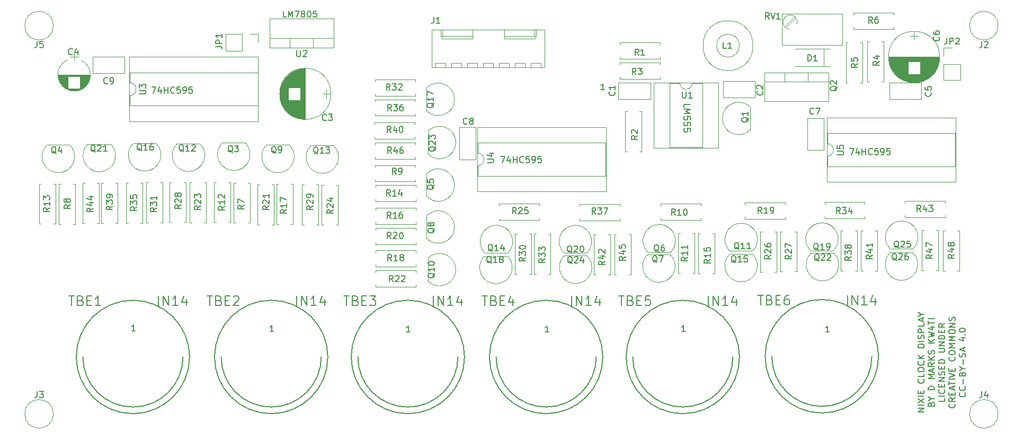
<source format=gbr>
G04 #@! TF.FileFunction,Legend,Top*
%FSLAX46Y46*%
G04 Gerber Fmt 4.6, Leading zero omitted, Abs format (unit mm)*
G04 Created by KiCad (PCBNEW 4.0.7) date 01/02/20 18:12:03*
%MOMM*%
%LPD*%
G01*
G04 APERTURE LIST*
%ADD10C,0.100000*%
%ADD11C,0.150000*%
%ADD12C,0.120000*%
%ADD13C,0.127000*%
G04 APERTURE END LIST*
D10*
D11*
X154533334Y-50252381D02*
X154057143Y-50252381D01*
X154057143Y-49252381D01*
X154866667Y-50252381D02*
X154866667Y-49252381D01*
X155200001Y-49966667D01*
X155533334Y-49252381D01*
X155533334Y-50252381D01*
X155914286Y-49252381D02*
X156580953Y-49252381D01*
X156152381Y-50252381D01*
X157104762Y-49680952D02*
X157009524Y-49633333D01*
X156961905Y-49585714D01*
X156914286Y-49490476D01*
X156914286Y-49442857D01*
X156961905Y-49347619D01*
X157009524Y-49300000D01*
X157104762Y-49252381D01*
X157295239Y-49252381D01*
X157390477Y-49300000D01*
X157438096Y-49347619D01*
X157485715Y-49442857D01*
X157485715Y-49490476D01*
X157438096Y-49585714D01*
X157390477Y-49633333D01*
X157295239Y-49680952D01*
X157104762Y-49680952D01*
X157009524Y-49728571D01*
X156961905Y-49776190D01*
X156914286Y-49871429D01*
X156914286Y-50061905D01*
X156961905Y-50157143D01*
X157009524Y-50204762D01*
X157104762Y-50252381D01*
X157295239Y-50252381D01*
X157390477Y-50204762D01*
X157438096Y-50157143D01*
X157485715Y-50061905D01*
X157485715Y-49871429D01*
X157438096Y-49776190D01*
X157390477Y-49728571D01*
X157295239Y-49680952D01*
X158104762Y-49252381D02*
X158200001Y-49252381D01*
X158295239Y-49300000D01*
X158342858Y-49347619D01*
X158390477Y-49442857D01*
X158438096Y-49633333D01*
X158438096Y-49871429D01*
X158390477Y-50061905D01*
X158342858Y-50157143D01*
X158295239Y-50204762D01*
X158200001Y-50252381D01*
X158104762Y-50252381D01*
X158009524Y-50204762D01*
X157961905Y-50157143D01*
X157914286Y-50061905D01*
X157866667Y-49871429D01*
X157866667Y-49633333D01*
X157914286Y-49442857D01*
X157961905Y-49347619D01*
X158009524Y-49300000D01*
X158104762Y-49252381D01*
X159342858Y-49252381D02*
X158866667Y-49252381D01*
X158819048Y-49728571D01*
X158866667Y-49680952D01*
X158961905Y-49633333D01*
X159200001Y-49633333D01*
X159295239Y-49680952D01*
X159342858Y-49728571D01*
X159390477Y-49823810D01*
X159390477Y-50061905D01*
X159342858Y-50157143D01*
X159295239Y-50204762D01*
X159200001Y-50252381D01*
X158961905Y-50252381D01*
X158866667Y-50204762D01*
X158819048Y-50157143D01*
X241285715Y-100552381D02*
X240714286Y-100552381D01*
X241000000Y-100552381D02*
X241000000Y-99552381D01*
X240904762Y-99695238D01*
X240809524Y-99790476D01*
X240714286Y-99838095D01*
X218285715Y-100452381D02*
X217714286Y-100452381D01*
X218000000Y-100452381D02*
X218000000Y-99452381D01*
X217904762Y-99595238D01*
X217809524Y-99690476D01*
X217714286Y-99738095D01*
X196485715Y-100552381D02*
X195914286Y-100552381D01*
X196200000Y-100552381D02*
X196200000Y-99552381D01*
X196104762Y-99695238D01*
X196009524Y-99790476D01*
X195914286Y-99838095D01*
X174285715Y-100552381D02*
X173714286Y-100552381D01*
X174000000Y-100552381D02*
X174000000Y-99552381D01*
X173904762Y-99695238D01*
X173809524Y-99790476D01*
X173714286Y-99838095D01*
X152485715Y-100452381D02*
X151914286Y-100452381D01*
X152200000Y-100452381D02*
X152200000Y-99452381D01*
X152104762Y-99595238D01*
X152009524Y-99690476D01*
X151914286Y-99738095D01*
X130385715Y-100352381D02*
X129814286Y-100352381D01*
X130100000Y-100352381D02*
X130100000Y-99352381D01*
X130004762Y-99495238D01*
X129909524Y-99590476D01*
X129814286Y-99638095D01*
X205385715Y-61852381D02*
X204814286Y-61852381D01*
X205100000Y-61852381D02*
X205100000Y-60852381D01*
X205004762Y-60995238D01*
X204909524Y-61090476D01*
X204814286Y-61138095D01*
X218047619Y-64659524D02*
X218047619Y-64183333D01*
X219047619Y-64183333D01*
X218047619Y-64992857D02*
X219047619Y-64992857D01*
X218333333Y-65326191D01*
X219047619Y-65659524D01*
X218047619Y-65659524D01*
X219047619Y-66611905D02*
X219047619Y-66135714D01*
X218571429Y-66088095D01*
X218619048Y-66135714D01*
X218666667Y-66230952D01*
X218666667Y-66469048D01*
X218619048Y-66564286D01*
X218571429Y-66611905D01*
X218476190Y-66659524D01*
X218238095Y-66659524D01*
X218142857Y-66611905D01*
X218095238Y-66564286D01*
X218047619Y-66469048D01*
X218047619Y-66230952D01*
X218095238Y-66135714D01*
X218142857Y-66088095D01*
X219047619Y-67564286D02*
X219047619Y-67088095D01*
X218571429Y-67040476D01*
X218619048Y-67088095D01*
X218666667Y-67183333D01*
X218666667Y-67421429D01*
X218619048Y-67516667D01*
X218571429Y-67564286D01*
X218476190Y-67611905D01*
X218238095Y-67611905D01*
X218142857Y-67564286D01*
X218095238Y-67516667D01*
X218047619Y-67421429D01*
X218047619Y-67183333D01*
X218095238Y-67088095D01*
X218142857Y-67040476D01*
X219047619Y-68516667D02*
X219047619Y-68040476D01*
X218571429Y-67992857D01*
X218619048Y-68040476D01*
X218666667Y-68135714D01*
X218666667Y-68373810D01*
X218619048Y-68469048D01*
X218571429Y-68516667D01*
X218476190Y-68564286D01*
X218238095Y-68564286D01*
X218142857Y-68516667D01*
X218095238Y-68469048D01*
X218047619Y-68373810D01*
X218047619Y-68135714D01*
X218095238Y-68040476D01*
X218142857Y-67992857D01*
X133028095Y-61392381D02*
X133694762Y-61392381D01*
X133266190Y-62392381D01*
X134504286Y-61725714D02*
X134504286Y-62392381D01*
X134266190Y-61344762D02*
X134028095Y-62059048D01*
X134647143Y-62059048D01*
X135028095Y-62392381D02*
X135028095Y-61392381D01*
X135028095Y-61868571D02*
X135599524Y-61868571D01*
X135599524Y-62392381D02*
X135599524Y-61392381D01*
X136647143Y-62297143D02*
X136599524Y-62344762D01*
X136456667Y-62392381D01*
X136361429Y-62392381D01*
X136218571Y-62344762D01*
X136123333Y-62249524D01*
X136075714Y-62154286D01*
X136028095Y-61963810D01*
X136028095Y-61820952D01*
X136075714Y-61630476D01*
X136123333Y-61535238D01*
X136218571Y-61440000D01*
X136361429Y-61392381D01*
X136456667Y-61392381D01*
X136599524Y-61440000D01*
X136647143Y-61487619D01*
X137551905Y-61392381D02*
X137075714Y-61392381D01*
X137028095Y-61868571D01*
X137075714Y-61820952D01*
X137170952Y-61773333D01*
X137409048Y-61773333D01*
X137504286Y-61820952D01*
X137551905Y-61868571D01*
X137599524Y-61963810D01*
X137599524Y-62201905D01*
X137551905Y-62297143D01*
X137504286Y-62344762D01*
X137409048Y-62392381D01*
X137170952Y-62392381D01*
X137075714Y-62344762D01*
X137028095Y-62297143D01*
X138075714Y-62392381D02*
X138266190Y-62392381D01*
X138361429Y-62344762D01*
X138409048Y-62297143D01*
X138504286Y-62154286D01*
X138551905Y-61963810D01*
X138551905Y-61582857D01*
X138504286Y-61487619D01*
X138456667Y-61440000D01*
X138361429Y-61392381D01*
X138170952Y-61392381D01*
X138075714Y-61440000D01*
X138028095Y-61487619D01*
X137980476Y-61582857D01*
X137980476Y-61820952D01*
X138028095Y-61916190D01*
X138075714Y-61963810D01*
X138170952Y-62011429D01*
X138361429Y-62011429D01*
X138456667Y-61963810D01*
X138504286Y-61916190D01*
X138551905Y-61820952D01*
X139456667Y-61392381D02*
X138980476Y-61392381D01*
X138932857Y-61868571D01*
X138980476Y-61820952D01*
X139075714Y-61773333D01*
X139313810Y-61773333D01*
X139409048Y-61820952D01*
X139456667Y-61868571D01*
X139504286Y-61963810D01*
X139504286Y-62201905D01*
X139456667Y-62297143D01*
X139409048Y-62344762D01*
X139313810Y-62392381D01*
X139075714Y-62392381D01*
X138980476Y-62344762D01*
X138932857Y-62297143D01*
X256452381Y-113257143D02*
X255452381Y-113257143D01*
X256452381Y-112685714D01*
X255452381Y-112685714D01*
X256452381Y-112209524D02*
X255452381Y-112209524D01*
X255452381Y-111828572D02*
X256452381Y-111161905D01*
X255452381Y-111161905D02*
X256452381Y-111828572D01*
X256452381Y-110780953D02*
X255452381Y-110780953D01*
X255928571Y-110304763D02*
X255928571Y-109971429D01*
X256452381Y-109828572D02*
X256452381Y-110304763D01*
X255452381Y-110304763D01*
X255452381Y-109828572D01*
X256357143Y-108066667D02*
X256404762Y-108114286D01*
X256452381Y-108257143D01*
X256452381Y-108352381D01*
X256404762Y-108495239D01*
X256309524Y-108590477D01*
X256214286Y-108638096D01*
X256023810Y-108685715D01*
X255880952Y-108685715D01*
X255690476Y-108638096D01*
X255595238Y-108590477D01*
X255500000Y-108495239D01*
X255452381Y-108352381D01*
X255452381Y-108257143D01*
X255500000Y-108114286D01*
X255547619Y-108066667D01*
X256452381Y-107161905D02*
X256452381Y-107638096D01*
X255452381Y-107638096D01*
X255452381Y-106638096D02*
X255452381Y-106447619D01*
X255500000Y-106352381D01*
X255595238Y-106257143D01*
X255785714Y-106209524D01*
X256119048Y-106209524D01*
X256309524Y-106257143D01*
X256404762Y-106352381D01*
X256452381Y-106447619D01*
X256452381Y-106638096D01*
X256404762Y-106733334D01*
X256309524Y-106828572D01*
X256119048Y-106876191D01*
X255785714Y-106876191D01*
X255595238Y-106828572D01*
X255500000Y-106733334D01*
X255452381Y-106638096D01*
X256357143Y-105209524D02*
X256404762Y-105257143D01*
X256452381Y-105400000D01*
X256452381Y-105495238D01*
X256404762Y-105638096D01*
X256309524Y-105733334D01*
X256214286Y-105780953D01*
X256023810Y-105828572D01*
X255880952Y-105828572D01*
X255690476Y-105780953D01*
X255595238Y-105733334D01*
X255500000Y-105638096D01*
X255452381Y-105495238D01*
X255452381Y-105400000D01*
X255500000Y-105257143D01*
X255547619Y-105209524D01*
X256452381Y-104780953D02*
X255452381Y-104780953D01*
X256452381Y-104209524D02*
X255880952Y-104638096D01*
X255452381Y-104209524D02*
X256023810Y-104780953D01*
X256452381Y-103019048D02*
X255452381Y-103019048D01*
X255452381Y-102780953D01*
X255500000Y-102638095D01*
X255595238Y-102542857D01*
X255690476Y-102495238D01*
X255880952Y-102447619D01*
X256023810Y-102447619D01*
X256214286Y-102495238D01*
X256309524Y-102542857D01*
X256404762Y-102638095D01*
X256452381Y-102780953D01*
X256452381Y-103019048D01*
X256452381Y-102019048D02*
X255452381Y-102019048D01*
X256404762Y-101590477D02*
X256452381Y-101447620D01*
X256452381Y-101209524D01*
X256404762Y-101114286D01*
X256357143Y-101066667D01*
X256261905Y-101019048D01*
X256166667Y-101019048D01*
X256071429Y-101066667D01*
X256023810Y-101114286D01*
X255976190Y-101209524D01*
X255928571Y-101400001D01*
X255880952Y-101495239D01*
X255833333Y-101542858D01*
X255738095Y-101590477D01*
X255642857Y-101590477D01*
X255547619Y-101542858D01*
X255500000Y-101495239D01*
X255452381Y-101400001D01*
X255452381Y-101161905D01*
X255500000Y-101019048D01*
X256452381Y-100590477D02*
X255452381Y-100590477D01*
X255452381Y-100209524D01*
X255500000Y-100114286D01*
X255547619Y-100066667D01*
X255642857Y-100019048D01*
X255785714Y-100019048D01*
X255880952Y-100066667D01*
X255928571Y-100114286D01*
X255976190Y-100209524D01*
X255976190Y-100590477D01*
X256452381Y-99114286D02*
X256452381Y-99590477D01*
X255452381Y-99590477D01*
X256166667Y-98828572D02*
X256166667Y-98352381D01*
X256452381Y-98923810D02*
X255452381Y-98590477D01*
X256452381Y-98257143D01*
X255976190Y-97733334D02*
X256452381Y-97733334D01*
X255452381Y-98066667D02*
X255976190Y-97733334D01*
X255452381Y-97400000D01*
X257578571Y-112042857D02*
X257626190Y-111900000D01*
X257673810Y-111852381D01*
X257769048Y-111804762D01*
X257911905Y-111804762D01*
X258007143Y-111852381D01*
X258054762Y-111900000D01*
X258102381Y-111995238D01*
X258102381Y-112376191D01*
X257102381Y-112376191D01*
X257102381Y-112042857D01*
X257150000Y-111947619D01*
X257197619Y-111900000D01*
X257292857Y-111852381D01*
X257388095Y-111852381D01*
X257483333Y-111900000D01*
X257530952Y-111947619D01*
X257578571Y-112042857D01*
X257578571Y-112376191D01*
X257626190Y-111185715D02*
X258102381Y-111185715D01*
X257102381Y-111519048D02*
X257626190Y-111185715D01*
X257102381Y-110852381D01*
X258102381Y-109757143D02*
X257102381Y-109757143D01*
X257102381Y-109519048D01*
X257150000Y-109376190D01*
X257245238Y-109280952D01*
X257340476Y-109233333D01*
X257530952Y-109185714D01*
X257673810Y-109185714D01*
X257864286Y-109233333D01*
X257959524Y-109280952D01*
X258054762Y-109376190D01*
X258102381Y-109519048D01*
X258102381Y-109757143D01*
X258102381Y-107995238D02*
X257102381Y-107995238D01*
X257816667Y-107661904D01*
X257102381Y-107328571D01*
X258102381Y-107328571D01*
X257816667Y-106900000D02*
X257816667Y-106423809D01*
X258102381Y-106995238D02*
X257102381Y-106661905D01*
X258102381Y-106328571D01*
X258102381Y-105423809D02*
X257626190Y-105757143D01*
X258102381Y-105995238D02*
X257102381Y-105995238D01*
X257102381Y-105614285D01*
X257150000Y-105519047D01*
X257197619Y-105471428D01*
X257292857Y-105423809D01*
X257435714Y-105423809D01*
X257530952Y-105471428D01*
X257578571Y-105519047D01*
X257626190Y-105614285D01*
X257626190Y-105995238D01*
X258102381Y-104995238D02*
X257102381Y-104995238D01*
X258102381Y-104423809D02*
X257530952Y-104852381D01*
X257102381Y-104423809D02*
X257673810Y-104995238D01*
X258054762Y-104042857D02*
X258102381Y-103900000D01*
X258102381Y-103661904D01*
X258054762Y-103566666D01*
X258007143Y-103519047D01*
X257911905Y-103471428D01*
X257816667Y-103471428D01*
X257721429Y-103519047D01*
X257673810Y-103566666D01*
X257626190Y-103661904D01*
X257578571Y-103852381D01*
X257530952Y-103947619D01*
X257483333Y-103995238D01*
X257388095Y-104042857D01*
X257292857Y-104042857D01*
X257197619Y-103995238D01*
X257150000Y-103947619D01*
X257102381Y-103852381D01*
X257102381Y-103614285D01*
X257150000Y-103471428D01*
X258102381Y-102280952D02*
X257102381Y-102280952D01*
X258102381Y-101709523D02*
X257530952Y-102138095D01*
X257102381Y-101709523D02*
X257673810Y-102280952D01*
X257102381Y-101376190D02*
X258102381Y-101138095D01*
X257388095Y-100947618D01*
X258102381Y-100757142D01*
X257102381Y-100519047D01*
X257435714Y-99709523D02*
X258102381Y-99709523D01*
X257054762Y-99947619D02*
X257769048Y-100185714D01*
X257769048Y-99566666D01*
X257102381Y-99328571D02*
X257102381Y-98757142D01*
X258102381Y-99042857D02*
X257102381Y-99042857D01*
X258102381Y-98423809D02*
X257102381Y-98423809D01*
X259752381Y-111114285D02*
X259752381Y-111590476D01*
X258752381Y-111590476D01*
X259752381Y-110780952D02*
X258752381Y-110780952D01*
X259657143Y-109733333D02*
X259704762Y-109780952D01*
X259752381Y-109923809D01*
X259752381Y-110019047D01*
X259704762Y-110161905D01*
X259609524Y-110257143D01*
X259514286Y-110304762D01*
X259323810Y-110352381D01*
X259180952Y-110352381D01*
X258990476Y-110304762D01*
X258895238Y-110257143D01*
X258800000Y-110161905D01*
X258752381Y-110019047D01*
X258752381Y-109923809D01*
X258800000Y-109780952D01*
X258847619Y-109733333D01*
X259228571Y-109304762D02*
X259228571Y-108971428D01*
X259752381Y-108828571D02*
X259752381Y-109304762D01*
X258752381Y-109304762D01*
X258752381Y-108828571D01*
X259752381Y-108400000D02*
X258752381Y-108400000D01*
X259752381Y-107828571D01*
X258752381Y-107828571D01*
X259704762Y-107400000D02*
X259752381Y-107257143D01*
X259752381Y-107019047D01*
X259704762Y-106923809D01*
X259657143Y-106876190D01*
X259561905Y-106828571D01*
X259466667Y-106828571D01*
X259371429Y-106876190D01*
X259323810Y-106923809D01*
X259276190Y-107019047D01*
X259228571Y-107209524D01*
X259180952Y-107304762D01*
X259133333Y-107352381D01*
X259038095Y-107400000D01*
X258942857Y-107400000D01*
X258847619Y-107352381D01*
X258800000Y-107304762D01*
X258752381Y-107209524D01*
X258752381Y-106971428D01*
X258800000Y-106828571D01*
X259228571Y-106400000D02*
X259228571Y-106066666D01*
X259752381Y-105923809D02*
X259752381Y-106400000D01*
X258752381Y-106400000D01*
X258752381Y-105923809D01*
X259752381Y-105495238D02*
X258752381Y-105495238D01*
X258752381Y-105257143D01*
X258800000Y-105114285D01*
X258895238Y-105019047D01*
X258990476Y-104971428D01*
X259180952Y-104923809D01*
X259323810Y-104923809D01*
X259514286Y-104971428D01*
X259609524Y-105019047D01*
X259704762Y-105114285D01*
X259752381Y-105257143D01*
X259752381Y-105495238D01*
X258752381Y-103733333D02*
X259561905Y-103733333D01*
X259657143Y-103685714D01*
X259704762Y-103638095D01*
X259752381Y-103542857D01*
X259752381Y-103352380D01*
X259704762Y-103257142D01*
X259657143Y-103209523D01*
X259561905Y-103161904D01*
X258752381Y-103161904D01*
X259752381Y-102685714D02*
X258752381Y-102685714D01*
X259752381Y-102114285D01*
X258752381Y-102114285D01*
X259752381Y-101638095D02*
X258752381Y-101638095D01*
X258752381Y-101400000D01*
X258800000Y-101257142D01*
X258895238Y-101161904D01*
X258990476Y-101114285D01*
X259180952Y-101066666D01*
X259323810Y-101066666D01*
X259514286Y-101114285D01*
X259609524Y-101161904D01*
X259704762Y-101257142D01*
X259752381Y-101400000D01*
X259752381Y-101638095D01*
X259228571Y-100638095D02*
X259228571Y-100304761D01*
X259752381Y-100161904D02*
X259752381Y-100638095D01*
X258752381Y-100638095D01*
X258752381Y-100161904D01*
X259752381Y-99161904D02*
X259276190Y-99495238D01*
X259752381Y-99733333D02*
X258752381Y-99733333D01*
X258752381Y-99352380D01*
X258800000Y-99257142D01*
X258847619Y-99209523D01*
X258942857Y-99161904D01*
X259085714Y-99161904D01*
X259180952Y-99209523D01*
X259228571Y-99257142D01*
X259276190Y-99352380D01*
X259276190Y-99733333D01*
X261307143Y-112042857D02*
X261354762Y-112090476D01*
X261402381Y-112233333D01*
X261402381Y-112328571D01*
X261354762Y-112471429D01*
X261259524Y-112566667D01*
X261164286Y-112614286D01*
X260973810Y-112661905D01*
X260830952Y-112661905D01*
X260640476Y-112614286D01*
X260545238Y-112566667D01*
X260450000Y-112471429D01*
X260402381Y-112328571D01*
X260402381Y-112233333D01*
X260450000Y-112090476D01*
X260497619Y-112042857D01*
X261402381Y-111042857D02*
X260926190Y-111376191D01*
X261402381Y-111614286D02*
X260402381Y-111614286D01*
X260402381Y-111233333D01*
X260450000Y-111138095D01*
X260497619Y-111090476D01*
X260592857Y-111042857D01*
X260735714Y-111042857D01*
X260830952Y-111090476D01*
X260878571Y-111138095D01*
X260926190Y-111233333D01*
X260926190Y-111614286D01*
X260878571Y-110614286D02*
X260878571Y-110280952D01*
X261402381Y-110138095D02*
X261402381Y-110614286D01*
X260402381Y-110614286D01*
X260402381Y-110138095D01*
X261116667Y-109757143D02*
X261116667Y-109280952D01*
X261402381Y-109852381D02*
X260402381Y-109519048D01*
X261402381Y-109185714D01*
X260402381Y-108995238D02*
X260402381Y-108423809D01*
X261402381Y-108709524D02*
X260402381Y-108709524D01*
X261402381Y-108090476D02*
X260402381Y-108090476D01*
X260402381Y-107757143D02*
X261402381Y-107423810D01*
X260402381Y-107090476D01*
X260878571Y-106757143D02*
X260878571Y-106423809D01*
X261402381Y-106280952D02*
X261402381Y-106757143D01*
X260402381Y-106757143D01*
X260402381Y-106280952D01*
X261307143Y-104519047D02*
X261354762Y-104566666D01*
X261402381Y-104709523D01*
X261402381Y-104804761D01*
X261354762Y-104947619D01*
X261259524Y-105042857D01*
X261164286Y-105090476D01*
X260973810Y-105138095D01*
X260830952Y-105138095D01*
X260640476Y-105090476D01*
X260545238Y-105042857D01*
X260450000Y-104947619D01*
X260402381Y-104804761D01*
X260402381Y-104709523D01*
X260450000Y-104566666D01*
X260497619Y-104519047D01*
X260402381Y-103900000D02*
X260402381Y-103709523D01*
X260450000Y-103614285D01*
X260545238Y-103519047D01*
X260735714Y-103471428D01*
X261069048Y-103471428D01*
X261259524Y-103519047D01*
X261354762Y-103614285D01*
X261402381Y-103709523D01*
X261402381Y-103900000D01*
X261354762Y-103995238D01*
X261259524Y-104090476D01*
X261069048Y-104138095D01*
X260735714Y-104138095D01*
X260545238Y-104090476D01*
X260450000Y-103995238D01*
X260402381Y-103900000D01*
X261402381Y-103042857D02*
X260402381Y-103042857D01*
X261116667Y-102709523D01*
X260402381Y-102376190D01*
X261402381Y-102376190D01*
X261402381Y-101900000D02*
X260402381Y-101900000D01*
X261116667Y-101566666D01*
X260402381Y-101233333D01*
X261402381Y-101233333D01*
X260402381Y-100566667D02*
X260402381Y-100376190D01*
X260450000Y-100280952D01*
X260545238Y-100185714D01*
X260735714Y-100138095D01*
X261069048Y-100138095D01*
X261259524Y-100185714D01*
X261354762Y-100280952D01*
X261402381Y-100376190D01*
X261402381Y-100566667D01*
X261354762Y-100661905D01*
X261259524Y-100757143D01*
X261069048Y-100804762D01*
X260735714Y-100804762D01*
X260545238Y-100757143D01*
X260450000Y-100661905D01*
X260402381Y-100566667D01*
X261402381Y-99709524D02*
X260402381Y-99709524D01*
X261402381Y-99138095D01*
X260402381Y-99138095D01*
X261354762Y-98709524D02*
X261402381Y-98566667D01*
X261402381Y-98328571D01*
X261354762Y-98233333D01*
X261307143Y-98185714D01*
X261211905Y-98138095D01*
X261116667Y-98138095D01*
X261021429Y-98185714D01*
X260973810Y-98233333D01*
X260926190Y-98328571D01*
X260878571Y-98519048D01*
X260830952Y-98614286D01*
X260783333Y-98661905D01*
X260688095Y-98709524D01*
X260592857Y-98709524D01*
X260497619Y-98661905D01*
X260450000Y-98614286D01*
X260402381Y-98519048D01*
X260402381Y-98280952D01*
X260450000Y-98138095D01*
X262957143Y-110233333D02*
X263004762Y-110280952D01*
X263052381Y-110423809D01*
X263052381Y-110519047D01*
X263004762Y-110661905D01*
X262909524Y-110757143D01*
X262814286Y-110804762D01*
X262623810Y-110852381D01*
X262480952Y-110852381D01*
X262290476Y-110804762D01*
X262195238Y-110757143D01*
X262100000Y-110661905D01*
X262052381Y-110519047D01*
X262052381Y-110423809D01*
X262100000Y-110280952D01*
X262147619Y-110233333D01*
X262957143Y-109233333D02*
X263004762Y-109280952D01*
X263052381Y-109423809D01*
X263052381Y-109519047D01*
X263004762Y-109661905D01*
X262909524Y-109757143D01*
X262814286Y-109804762D01*
X262623810Y-109852381D01*
X262480952Y-109852381D01*
X262290476Y-109804762D01*
X262195238Y-109757143D01*
X262100000Y-109661905D01*
X262052381Y-109519047D01*
X262052381Y-109423809D01*
X262100000Y-109280952D01*
X262147619Y-109233333D01*
X262671429Y-108804762D02*
X262671429Y-108042857D01*
X262528571Y-107233333D02*
X262576190Y-107090476D01*
X262623810Y-107042857D01*
X262719048Y-106995238D01*
X262861905Y-106995238D01*
X262957143Y-107042857D01*
X263004762Y-107090476D01*
X263052381Y-107185714D01*
X263052381Y-107566667D01*
X262052381Y-107566667D01*
X262052381Y-107233333D01*
X262100000Y-107138095D01*
X262147619Y-107090476D01*
X262242857Y-107042857D01*
X262338095Y-107042857D01*
X262433333Y-107090476D01*
X262480952Y-107138095D01*
X262528571Y-107233333D01*
X262528571Y-107566667D01*
X262576190Y-106376191D02*
X263052381Y-106376191D01*
X262052381Y-106709524D02*
X262576190Y-106376191D01*
X262052381Y-106042857D01*
X262671429Y-105709524D02*
X262671429Y-104947619D01*
X263004762Y-104519048D02*
X263052381Y-104376191D01*
X263052381Y-104138095D01*
X263004762Y-104042857D01*
X262957143Y-103995238D01*
X262861905Y-103947619D01*
X262766667Y-103947619D01*
X262671429Y-103995238D01*
X262623810Y-104042857D01*
X262576190Y-104138095D01*
X262528571Y-104328572D01*
X262480952Y-104423810D01*
X262433333Y-104471429D01*
X262338095Y-104519048D01*
X262242857Y-104519048D01*
X262147619Y-104471429D01*
X262100000Y-104423810D01*
X262052381Y-104328572D01*
X262052381Y-104090476D01*
X262100000Y-103947619D01*
X262766667Y-103566667D02*
X262766667Y-103090476D01*
X263052381Y-103661905D02*
X262052381Y-103328572D01*
X263052381Y-102995238D01*
X262385714Y-101471428D02*
X263052381Y-101471428D01*
X262004762Y-101709524D02*
X262719048Y-101947619D01*
X262719048Y-101328571D01*
X262957143Y-100947619D02*
X263004762Y-100900000D01*
X263052381Y-100947619D01*
X263004762Y-100995238D01*
X262957143Y-100947619D01*
X263052381Y-100947619D01*
X262052381Y-100280953D02*
X262052381Y-100185714D01*
X262100000Y-100090476D01*
X262147619Y-100042857D01*
X262242857Y-99995238D01*
X262433333Y-99947619D01*
X262671429Y-99947619D01*
X262861905Y-99995238D01*
X262957143Y-100042857D01*
X263004762Y-100090476D01*
X263052381Y-100185714D01*
X263052381Y-100280953D01*
X263004762Y-100376191D01*
X262957143Y-100423810D01*
X262861905Y-100471429D01*
X262671429Y-100519048D01*
X262433333Y-100519048D01*
X262242857Y-100471429D01*
X262147619Y-100423810D01*
X262100000Y-100376191D01*
X262052381Y-100280953D01*
X188798095Y-72482381D02*
X189464762Y-72482381D01*
X189036190Y-73482381D01*
X190274286Y-72815714D02*
X190274286Y-73482381D01*
X190036190Y-72434762D02*
X189798095Y-73149048D01*
X190417143Y-73149048D01*
X190798095Y-73482381D02*
X190798095Y-72482381D01*
X190798095Y-72958571D02*
X191369524Y-72958571D01*
X191369524Y-73482381D02*
X191369524Y-72482381D01*
X192417143Y-73387143D02*
X192369524Y-73434762D01*
X192226667Y-73482381D01*
X192131429Y-73482381D01*
X191988571Y-73434762D01*
X191893333Y-73339524D01*
X191845714Y-73244286D01*
X191798095Y-73053810D01*
X191798095Y-72910952D01*
X191845714Y-72720476D01*
X191893333Y-72625238D01*
X191988571Y-72530000D01*
X192131429Y-72482381D01*
X192226667Y-72482381D01*
X192369524Y-72530000D01*
X192417143Y-72577619D01*
X193321905Y-72482381D02*
X192845714Y-72482381D01*
X192798095Y-72958571D01*
X192845714Y-72910952D01*
X192940952Y-72863333D01*
X193179048Y-72863333D01*
X193274286Y-72910952D01*
X193321905Y-72958571D01*
X193369524Y-73053810D01*
X193369524Y-73291905D01*
X193321905Y-73387143D01*
X193274286Y-73434762D01*
X193179048Y-73482381D01*
X192940952Y-73482381D01*
X192845714Y-73434762D01*
X192798095Y-73387143D01*
X193845714Y-73482381D02*
X194036190Y-73482381D01*
X194131429Y-73434762D01*
X194179048Y-73387143D01*
X194274286Y-73244286D01*
X194321905Y-73053810D01*
X194321905Y-72672857D01*
X194274286Y-72577619D01*
X194226667Y-72530000D01*
X194131429Y-72482381D01*
X193940952Y-72482381D01*
X193845714Y-72530000D01*
X193798095Y-72577619D01*
X193750476Y-72672857D01*
X193750476Y-72910952D01*
X193798095Y-73006190D01*
X193845714Y-73053810D01*
X193940952Y-73101429D01*
X194131429Y-73101429D01*
X194226667Y-73053810D01*
X194274286Y-73006190D01*
X194321905Y-72910952D01*
X195226667Y-72482381D02*
X194750476Y-72482381D01*
X194702857Y-72958571D01*
X194750476Y-72910952D01*
X194845714Y-72863333D01*
X195083810Y-72863333D01*
X195179048Y-72910952D01*
X195226667Y-72958571D01*
X195274286Y-73053810D01*
X195274286Y-73291905D01*
X195226667Y-73387143D01*
X195179048Y-73434762D01*
X195083810Y-73482381D01*
X194845714Y-73482381D01*
X194750476Y-73434762D01*
X194702857Y-73387143D01*
X244548095Y-71212381D02*
X245214762Y-71212381D01*
X244786190Y-72212381D01*
X246024286Y-71545714D02*
X246024286Y-72212381D01*
X245786190Y-71164762D02*
X245548095Y-71879048D01*
X246167143Y-71879048D01*
X246548095Y-72212381D02*
X246548095Y-71212381D01*
X246548095Y-71688571D02*
X247119524Y-71688571D01*
X247119524Y-72212381D02*
X247119524Y-71212381D01*
X248167143Y-72117143D02*
X248119524Y-72164762D01*
X247976667Y-72212381D01*
X247881429Y-72212381D01*
X247738571Y-72164762D01*
X247643333Y-72069524D01*
X247595714Y-71974286D01*
X247548095Y-71783810D01*
X247548095Y-71640952D01*
X247595714Y-71450476D01*
X247643333Y-71355238D01*
X247738571Y-71260000D01*
X247881429Y-71212381D01*
X247976667Y-71212381D01*
X248119524Y-71260000D01*
X248167143Y-71307619D01*
X249071905Y-71212381D02*
X248595714Y-71212381D01*
X248548095Y-71688571D01*
X248595714Y-71640952D01*
X248690952Y-71593333D01*
X248929048Y-71593333D01*
X249024286Y-71640952D01*
X249071905Y-71688571D01*
X249119524Y-71783810D01*
X249119524Y-72021905D01*
X249071905Y-72117143D01*
X249024286Y-72164762D01*
X248929048Y-72212381D01*
X248690952Y-72212381D01*
X248595714Y-72164762D01*
X248548095Y-72117143D01*
X249595714Y-72212381D02*
X249786190Y-72212381D01*
X249881429Y-72164762D01*
X249929048Y-72117143D01*
X250024286Y-71974286D01*
X250071905Y-71783810D01*
X250071905Y-71402857D01*
X250024286Y-71307619D01*
X249976667Y-71260000D01*
X249881429Y-71212381D01*
X249690952Y-71212381D01*
X249595714Y-71260000D01*
X249548095Y-71307619D01*
X249500476Y-71402857D01*
X249500476Y-71640952D01*
X249548095Y-71736190D01*
X249595714Y-71783810D01*
X249690952Y-71831429D01*
X249881429Y-71831429D01*
X249976667Y-71783810D01*
X250024286Y-71736190D01*
X250071905Y-71640952D01*
X250976667Y-71212381D02*
X250500476Y-71212381D01*
X250452857Y-71688571D01*
X250500476Y-71640952D01*
X250595714Y-71593333D01*
X250833810Y-71593333D01*
X250929048Y-71640952D01*
X250976667Y-71688571D01*
X251024286Y-71783810D01*
X251024286Y-72021905D01*
X250976667Y-72117143D01*
X250929048Y-72164762D01*
X250833810Y-72212381D01*
X250595714Y-72212381D01*
X250500476Y-72164762D01*
X250452857Y-72117143D01*
D12*
X212710000Y-63310000D02*
X207590000Y-63310000D01*
X212710000Y-60690000D02*
X207590000Y-60690000D01*
X212710000Y-63310000D02*
X212710000Y-60690000D01*
X207590000Y-63310000D02*
X207590000Y-60690000D01*
X235085309Y-52204296D02*
G75*
G02X235045000Y-49895000I-40309J1154296D01*
G01*
X235024879Y-49895948D02*
G75*
G02X236174000Y-51290000I20121J-1154052D01*
G01*
X243365000Y-54670000D02*
X233715000Y-54670000D01*
X243365000Y-49719000D02*
X233715000Y-49719000D01*
X243365000Y-54670000D02*
X243365000Y-49719000D01*
X233715000Y-54670000D02*
X233715000Y-49719000D01*
X234169000Y-51784000D02*
X235780000Y-50174000D01*
X234309000Y-51925000D02*
X235921000Y-50315000D01*
X224290000Y-60490000D02*
X229410000Y-60490000D01*
X224290000Y-63110000D02*
X229410000Y-63110000D01*
X224290000Y-60490000D02*
X224290000Y-63110000D01*
X229410000Y-60490000D02*
X229410000Y-63110000D01*
X161640000Y-62500000D02*
G75*
G03X161640000Y-62500000I-4090000J0D01*
G01*
X157550000Y-66550000D02*
X157550000Y-58450000D01*
X157510000Y-66550000D02*
X157510000Y-58450000D01*
X157470000Y-66550000D02*
X157470000Y-58450000D01*
X157430000Y-66549000D02*
X157430000Y-58451000D01*
X157390000Y-66547000D02*
X157390000Y-58453000D01*
X157350000Y-66546000D02*
X157350000Y-58454000D01*
X157310000Y-66543000D02*
X157310000Y-58457000D01*
X157270000Y-66541000D02*
X157270000Y-58459000D01*
X157230000Y-66538000D02*
X157230000Y-58462000D01*
X157190000Y-66535000D02*
X157190000Y-58465000D01*
X157150000Y-66531000D02*
X157150000Y-58469000D01*
X157110000Y-66527000D02*
X157110000Y-58473000D01*
X157070000Y-66522000D02*
X157070000Y-58478000D01*
X157030000Y-66517000D02*
X157030000Y-58483000D01*
X156990000Y-66512000D02*
X156990000Y-58488000D01*
X156950000Y-66506000D02*
X156950000Y-58494000D01*
X156910000Y-66500000D02*
X156910000Y-58500000D01*
X156870000Y-66494000D02*
X156870000Y-58506000D01*
X156829000Y-66487000D02*
X156829000Y-58513000D01*
X156789000Y-66479000D02*
X156789000Y-58521000D01*
X156749000Y-66471000D02*
X156749000Y-63480000D01*
X156749000Y-61520000D02*
X156749000Y-58529000D01*
X156709000Y-66463000D02*
X156709000Y-63480000D01*
X156709000Y-61520000D02*
X156709000Y-58537000D01*
X156669000Y-66455000D02*
X156669000Y-63480000D01*
X156669000Y-61520000D02*
X156669000Y-58545000D01*
X156629000Y-66446000D02*
X156629000Y-63480000D01*
X156629000Y-61520000D02*
X156629000Y-58554000D01*
X156589000Y-66436000D02*
X156589000Y-63480000D01*
X156589000Y-61520000D02*
X156589000Y-58564000D01*
X156549000Y-66426000D02*
X156549000Y-63480000D01*
X156549000Y-61520000D02*
X156549000Y-58574000D01*
X156509000Y-66416000D02*
X156509000Y-63480000D01*
X156509000Y-61520000D02*
X156509000Y-58584000D01*
X156469000Y-66405000D02*
X156469000Y-63480000D01*
X156469000Y-61520000D02*
X156469000Y-58595000D01*
X156429000Y-66394000D02*
X156429000Y-63480000D01*
X156429000Y-61520000D02*
X156429000Y-58606000D01*
X156389000Y-66383000D02*
X156389000Y-63480000D01*
X156389000Y-61520000D02*
X156389000Y-58617000D01*
X156349000Y-66370000D02*
X156349000Y-63480000D01*
X156349000Y-61520000D02*
X156349000Y-58630000D01*
X156309000Y-66358000D02*
X156309000Y-63480000D01*
X156309000Y-61520000D02*
X156309000Y-58642000D01*
X156269000Y-66345000D02*
X156269000Y-63480000D01*
X156269000Y-61520000D02*
X156269000Y-58655000D01*
X156229000Y-66332000D02*
X156229000Y-63480000D01*
X156229000Y-61520000D02*
X156229000Y-58668000D01*
X156189000Y-66318000D02*
X156189000Y-63480000D01*
X156189000Y-61520000D02*
X156189000Y-58682000D01*
X156149000Y-66303000D02*
X156149000Y-63480000D01*
X156149000Y-61520000D02*
X156149000Y-58697000D01*
X156109000Y-66289000D02*
X156109000Y-63480000D01*
X156109000Y-61520000D02*
X156109000Y-58711000D01*
X156069000Y-66273000D02*
X156069000Y-63480000D01*
X156069000Y-61520000D02*
X156069000Y-58727000D01*
X156029000Y-66258000D02*
X156029000Y-63480000D01*
X156029000Y-61520000D02*
X156029000Y-58742000D01*
X155989000Y-66241000D02*
X155989000Y-63480000D01*
X155989000Y-61520000D02*
X155989000Y-58759000D01*
X155949000Y-66225000D02*
X155949000Y-63480000D01*
X155949000Y-61520000D02*
X155949000Y-58775000D01*
X155909000Y-66207000D02*
X155909000Y-63480000D01*
X155909000Y-61520000D02*
X155909000Y-58793000D01*
X155869000Y-66190000D02*
X155869000Y-63480000D01*
X155869000Y-61520000D02*
X155869000Y-58810000D01*
X155829000Y-66171000D02*
X155829000Y-63480000D01*
X155829000Y-61520000D02*
X155829000Y-58829000D01*
X155789000Y-66152000D02*
X155789000Y-63480000D01*
X155789000Y-61520000D02*
X155789000Y-58848000D01*
X155749000Y-66133000D02*
X155749000Y-63480000D01*
X155749000Y-61520000D02*
X155749000Y-58867000D01*
X155709000Y-66113000D02*
X155709000Y-63480000D01*
X155709000Y-61520000D02*
X155709000Y-58887000D01*
X155669000Y-66093000D02*
X155669000Y-63480000D01*
X155669000Y-61520000D02*
X155669000Y-58907000D01*
X155629000Y-66072000D02*
X155629000Y-63480000D01*
X155629000Y-61520000D02*
X155629000Y-58928000D01*
X155589000Y-66050000D02*
X155589000Y-63480000D01*
X155589000Y-61520000D02*
X155589000Y-58950000D01*
X155549000Y-66028000D02*
X155549000Y-63480000D01*
X155549000Y-61520000D02*
X155549000Y-58972000D01*
X155509000Y-66005000D02*
X155509000Y-63480000D01*
X155509000Y-61520000D02*
X155509000Y-58995000D01*
X155469000Y-65982000D02*
X155469000Y-63480000D01*
X155469000Y-61520000D02*
X155469000Y-59018000D01*
X155429000Y-65958000D02*
X155429000Y-63480000D01*
X155429000Y-61520000D02*
X155429000Y-59042000D01*
X155389000Y-65934000D02*
X155389000Y-63480000D01*
X155389000Y-61520000D02*
X155389000Y-59066000D01*
X155349000Y-65908000D02*
X155349000Y-63480000D01*
X155349000Y-61520000D02*
X155349000Y-59092000D01*
X155309000Y-65883000D02*
X155309000Y-63480000D01*
X155309000Y-61520000D02*
X155309000Y-59117000D01*
X155269000Y-65856000D02*
X155269000Y-63480000D01*
X155269000Y-61520000D02*
X155269000Y-59144000D01*
X155229000Y-65829000D02*
X155229000Y-63480000D01*
X155229000Y-61520000D02*
X155229000Y-59171000D01*
X155189000Y-65801000D02*
X155189000Y-63480000D01*
X155189000Y-61520000D02*
X155189000Y-59199000D01*
X155149000Y-65772000D02*
X155149000Y-63480000D01*
X155149000Y-61520000D02*
X155149000Y-59228000D01*
X155109000Y-65743000D02*
X155109000Y-63480000D01*
X155109000Y-61520000D02*
X155109000Y-59257000D01*
X155069000Y-65713000D02*
X155069000Y-63480000D01*
X155069000Y-61520000D02*
X155069000Y-59287000D01*
X155029000Y-65682000D02*
X155029000Y-63480000D01*
X155029000Y-61520000D02*
X155029000Y-59318000D01*
X154989000Y-65650000D02*
X154989000Y-63480000D01*
X154989000Y-61520000D02*
X154989000Y-59350000D01*
X154949000Y-65618000D02*
X154949000Y-63480000D01*
X154949000Y-61520000D02*
X154949000Y-59382000D01*
X154909000Y-65584000D02*
X154909000Y-63480000D01*
X154909000Y-61520000D02*
X154909000Y-59416000D01*
X154869000Y-65550000D02*
X154869000Y-63480000D01*
X154869000Y-61520000D02*
X154869000Y-59450000D01*
X154829000Y-65515000D02*
X154829000Y-63480000D01*
X154829000Y-61520000D02*
X154829000Y-59485000D01*
X154789000Y-65479000D02*
X154789000Y-59521000D01*
X154749000Y-65442000D02*
X154749000Y-59558000D01*
X154709000Y-65404000D02*
X154709000Y-59596000D01*
X154669000Y-65365000D02*
X154669000Y-59635000D01*
X154629000Y-65324000D02*
X154629000Y-59676000D01*
X154589000Y-65283000D02*
X154589000Y-59717000D01*
X154549000Y-65240000D02*
X154549000Y-59760000D01*
X154509000Y-65197000D02*
X154509000Y-59803000D01*
X154469000Y-65152000D02*
X154469000Y-59848000D01*
X154429000Y-65105000D02*
X154429000Y-59895000D01*
X154389000Y-65057000D02*
X154389000Y-59943000D01*
X154349000Y-65008000D02*
X154349000Y-59992000D01*
X154309000Y-64957000D02*
X154309000Y-60043000D01*
X154269000Y-64904000D02*
X154269000Y-60096000D01*
X154229000Y-64849000D02*
X154229000Y-60151000D01*
X154189000Y-64793000D02*
X154189000Y-60207000D01*
X154149000Y-64734000D02*
X154149000Y-60266000D01*
X154109000Y-64673000D02*
X154109000Y-60327000D01*
X154069000Y-64609000D02*
X154069000Y-60391000D01*
X154029000Y-64543000D02*
X154029000Y-60457000D01*
X153989000Y-64474000D02*
X153989000Y-60526000D01*
X153949000Y-64402000D02*
X153949000Y-60598000D01*
X153909000Y-64326000D02*
X153909000Y-60674000D01*
X153869000Y-64245000D02*
X153869000Y-60755000D01*
X153829000Y-64160000D02*
X153829000Y-60840000D01*
X153789000Y-64070000D02*
X153789000Y-60930000D01*
X153749000Y-63973000D02*
X153749000Y-61027000D01*
X153709000Y-63869000D02*
X153709000Y-61131000D01*
X153669000Y-63754000D02*
X153669000Y-61246000D01*
X153629000Y-63627000D02*
X153629000Y-61373000D01*
X153589000Y-63483000D02*
X153589000Y-61517000D01*
X153549000Y-63314000D02*
X153549000Y-61686000D01*
X153509000Y-63098000D02*
X153509000Y-61902000D01*
X153469000Y-62746000D02*
X153469000Y-62254000D01*
X161500000Y-62500000D02*
X160300000Y-62500000D01*
X160900000Y-63150000D02*
X160900000Y-61850000D01*
X121779723Y-61755722D02*
G75*
G03X121780000Y-57144420I-1179723J2305722D01*
G01*
X119420277Y-61755722D02*
G75*
G02X119420000Y-57144420I1179723J2305722D01*
G01*
X119420277Y-61755722D02*
G75*
G03X121780000Y-61755580I1179723J2305722D01*
G01*
X123150000Y-59450000D02*
X118050000Y-59450000D01*
X123150000Y-59490000D02*
X118050000Y-59490000D01*
X123149000Y-59530000D02*
X118051000Y-59530000D01*
X123148000Y-59570000D02*
X118052000Y-59570000D01*
X123146000Y-59610000D02*
X118054000Y-59610000D01*
X123143000Y-59650000D02*
X118057000Y-59650000D01*
X123139000Y-59690000D02*
X118061000Y-59690000D01*
X123135000Y-59730000D02*
X121580000Y-59730000D01*
X119620000Y-59730000D02*
X118065000Y-59730000D01*
X123131000Y-59770000D02*
X121580000Y-59770000D01*
X119620000Y-59770000D02*
X118069000Y-59770000D01*
X123125000Y-59810000D02*
X121580000Y-59810000D01*
X119620000Y-59810000D02*
X118075000Y-59810000D01*
X123119000Y-59850000D02*
X121580000Y-59850000D01*
X119620000Y-59850000D02*
X118081000Y-59850000D01*
X123113000Y-59890000D02*
X121580000Y-59890000D01*
X119620000Y-59890000D02*
X118087000Y-59890000D01*
X123106000Y-59930000D02*
X121580000Y-59930000D01*
X119620000Y-59930000D02*
X118094000Y-59930000D01*
X123098000Y-59970000D02*
X121580000Y-59970000D01*
X119620000Y-59970000D02*
X118102000Y-59970000D01*
X123089000Y-60010000D02*
X121580000Y-60010000D01*
X119620000Y-60010000D02*
X118111000Y-60010000D01*
X123080000Y-60050000D02*
X121580000Y-60050000D01*
X119620000Y-60050000D02*
X118120000Y-60050000D01*
X123070000Y-60090000D02*
X121580000Y-60090000D01*
X119620000Y-60090000D02*
X118130000Y-60090000D01*
X123060000Y-60130000D02*
X121580000Y-60130000D01*
X119620000Y-60130000D02*
X118140000Y-60130000D01*
X123048000Y-60171000D02*
X121580000Y-60171000D01*
X119620000Y-60171000D02*
X118152000Y-60171000D01*
X123036000Y-60211000D02*
X121580000Y-60211000D01*
X119620000Y-60211000D02*
X118164000Y-60211000D01*
X123024000Y-60251000D02*
X121580000Y-60251000D01*
X119620000Y-60251000D02*
X118176000Y-60251000D01*
X123010000Y-60291000D02*
X121580000Y-60291000D01*
X119620000Y-60291000D02*
X118190000Y-60291000D01*
X122996000Y-60331000D02*
X121580000Y-60331000D01*
X119620000Y-60331000D02*
X118204000Y-60331000D01*
X122982000Y-60371000D02*
X121580000Y-60371000D01*
X119620000Y-60371000D02*
X118218000Y-60371000D01*
X122966000Y-60411000D02*
X121580000Y-60411000D01*
X119620000Y-60411000D02*
X118234000Y-60411000D01*
X122950000Y-60451000D02*
X121580000Y-60451000D01*
X119620000Y-60451000D02*
X118250000Y-60451000D01*
X122933000Y-60491000D02*
X121580000Y-60491000D01*
X119620000Y-60491000D02*
X118267000Y-60491000D01*
X122915000Y-60531000D02*
X121580000Y-60531000D01*
X119620000Y-60531000D02*
X118285000Y-60531000D01*
X122896000Y-60571000D02*
X121580000Y-60571000D01*
X119620000Y-60571000D02*
X118304000Y-60571000D01*
X122876000Y-60611000D02*
X121580000Y-60611000D01*
X119620000Y-60611000D02*
X118324000Y-60611000D01*
X122856000Y-60651000D02*
X121580000Y-60651000D01*
X119620000Y-60651000D02*
X118344000Y-60651000D01*
X122834000Y-60691000D02*
X121580000Y-60691000D01*
X119620000Y-60691000D02*
X118366000Y-60691000D01*
X122812000Y-60731000D02*
X121580000Y-60731000D01*
X119620000Y-60731000D02*
X118388000Y-60731000D01*
X122789000Y-60771000D02*
X121580000Y-60771000D01*
X119620000Y-60771000D02*
X118411000Y-60771000D01*
X122765000Y-60811000D02*
X121580000Y-60811000D01*
X119620000Y-60811000D02*
X118435000Y-60811000D01*
X122740000Y-60851000D02*
X121580000Y-60851000D01*
X119620000Y-60851000D02*
X118460000Y-60851000D01*
X122713000Y-60891000D02*
X121580000Y-60891000D01*
X119620000Y-60891000D02*
X118487000Y-60891000D01*
X122686000Y-60931000D02*
X121580000Y-60931000D01*
X119620000Y-60931000D02*
X118514000Y-60931000D01*
X122658000Y-60971000D02*
X121580000Y-60971000D01*
X119620000Y-60971000D02*
X118542000Y-60971000D01*
X122628000Y-61011000D02*
X121580000Y-61011000D01*
X119620000Y-61011000D02*
X118572000Y-61011000D01*
X122597000Y-61051000D02*
X121580000Y-61051000D01*
X119620000Y-61051000D02*
X118603000Y-61051000D01*
X122565000Y-61091000D02*
X121580000Y-61091000D01*
X119620000Y-61091000D02*
X118635000Y-61091000D01*
X122532000Y-61131000D02*
X121580000Y-61131000D01*
X119620000Y-61131000D02*
X118668000Y-61131000D01*
X122497000Y-61171000D02*
X121580000Y-61171000D01*
X119620000Y-61171000D02*
X118703000Y-61171000D01*
X122461000Y-61211000D02*
X121580000Y-61211000D01*
X119620000Y-61211000D02*
X118739000Y-61211000D01*
X122423000Y-61251000D02*
X121580000Y-61251000D01*
X119620000Y-61251000D02*
X118777000Y-61251000D01*
X122383000Y-61291000D02*
X121580000Y-61291000D01*
X119620000Y-61291000D02*
X118817000Y-61291000D01*
X122342000Y-61331000D02*
X121580000Y-61331000D01*
X119620000Y-61331000D02*
X118858000Y-61331000D01*
X122299000Y-61371000D02*
X121580000Y-61371000D01*
X119620000Y-61371000D02*
X118901000Y-61371000D01*
X122254000Y-61411000D02*
X121580000Y-61411000D01*
X119620000Y-61411000D02*
X118946000Y-61411000D01*
X122206000Y-61451000D02*
X121580000Y-61451000D01*
X119620000Y-61451000D02*
X118994000Y-61451000D01*
X122156000Y-61491000D02*
X121580000Y-61491000D01*
X119620000Y-61491000D02*
X119044000Y-61491000D01*
X122104000Y-61531000D02*
X121580000Y-61531000D01*
X119620000Y-61531000D02*
X119096000Y-61531000D01*
X122048000Y-61571000D02*
X121580000Y-61571000D01*
X119620000Y-61571000D02*
X119152000Y-61571000D01*
X121990000Y-61611000D02*
X121580000Y-61611000D01*
X119620000Y-61611000D02*
X119210000Y-61611000D01*
X121927000Y-61651000D02*
X121580000Y-61651000D01*
X119620000Y-61651000D02*
X119273000Y-61651000D01*
X121861000Y-61691000D02*
X119339000Y-61691000D01*
X121789000Y-61731000D02*
X119411000Y-61731000D01*
X121712000Y-61771000D02*
X119488000Y-61771000D01*
X121628000Y-61811000D02*
X119572000Y-61811000D01*
X121534000Y-61851000D02*
X119666000Y-61851000D01*
X121429000Y-61891000D02*
X119771000Y-61891000D01*
X121307000Y-61931000D02*
X119893000Y-61931000D01*
X121159000Y-61971000D02*
X120041000Y-61971000D01*
X120954000Y-62011000D02*
X120246000Y-62011000D01*
X120600000Y-56000000D02*
X120600000Y-57200000D01*
X121250000Y-56600000D02*
X119950000Y-56600000D01*
X250890000Y-60740000D02*
X256010000Y-60740000D01*
X250890000Y-63360000D02*
X256010000Y-63360000D01*
X250890000Y-60740000D02*
X250890000Y-63360000D01*
X256010000Y-60740000D02*
X256010000Y-63360000D01*
X258940000Y-56600000D02*
G75*
G03X258940000Y-56600000I-4090000J0D01*
G01*
X258900000Y-56600000D02*
X250800000Y-56600000D01*
X258900000Y-56640000D02*
X250800000Y-56640000D01*
X258900000Y-56680000D02*
X250800000Y-56680000D01*
X258899000Y-56720000D02*
X250801000Y-56720000D01*
X258897000Y-56760000D02*
X250803000Y-56760000D01*
X258896000Y-56800000D02*
X250804000Y-56800000D01*
X258893000Y-56840000D02*
X250807000Y-56840000D01*
X258891000Y-56880000D02*
X250809000Y-56880000D01*
X258888000Y-56920000D02*
X250812000Y-56920000D01*
X258885000Y-56960000D02*
X250815000Y-56960000D01*
X258881000Y-57000000D02*
X250819000Y-57000000D01*
X258877000Y-57040000D02*
X250823000Y-57040000D01*
X258872000Y-57080000D02*
X250828000Y-57080000D01*
X258867000Y-57120000D02*
X250833000Y-57120000D01*
X258862000Y-57160000D02*
X250838000Y-57160000D01*
X258856000Y-57200000D02*
X250844000Y-57200000D01*
X258850000Y-57240000D02*
X250850000Y-57240000D01*
X258844000Y-57280000D02*
X250856000Y-57280000D01*
X258837000Y-57321000D02*
X250863000Y-57321000D01*
X258829000Y-57361000D02*
X250871000Y-57361000D01*
X258821000Y-57401000D02*
X255830000Y-57401000D01*
X253870000Y-57401000D02*
X250879000Y-57401000D01*
X258813000Y-57441000D02*
X255830000Y-57441000D01*
X253870000Y-57441000D02*
X250887000Y-57441000D01*
X258805000Y-57481000D02*
X255830000Y-57481000D01*
X253870000Y-57481000D02*
X250895000Y-57481000D01*
X258796000Y-57521000D02*
X255830000Y-57521000D01*
X253870000Y-57521000D02*
X250904000Y-57521000D01*
X258786000Y-57561000D02*
X255830000Y-57561000D01*
X253870000Y-57561000D02*
X250914000Y-57561000D01*
X258776000Y-57601000D02*
X255830000Y-57601000D01*
X253870000Y-57601000D02*
X250924000Y-57601000D01*
X258766000Y-57641000D02*
X255830000Y-57641000D01*
X253870000Y-57641000D02*
X250934000Y-57641000D01*
X258755000Y-57681000D02*
X255830000Y-57681000D01*
X253870000Y-57681000D02*
X250945000Y-57681000D01*
X258744000Y-57721000D02*
X255830000Y-57721000D01*
X253870000Y-57721000D02*
X250956000Y-57721000D01*
X258733000Y-57761000D02*
X255830000Y-57761000D01*
X253870000Y-57761000D02*
X250967000Y-57761000D01*
X258720000Y-57801000D02*
X255830000Y-57801000D01*
X253870000Y-57801000D02*
X250980000Y-57801000D01*
X258708000Y-57841000D02*
X255830000Y-57841000D01*
X253870000Y-57841000D02*
X250992000Y-57841000D01*
X258695000Y-57881000D02*
X255830000Y-57881000D01*
X253870000Y-57881000D02*
X251005000Y-57881000D01*
X258682000Y-57921000D02*
X255830000Y-57921000D01*
X253870000Y-57921000D02*
X251018000Y-57921000D01*
X258668000Y-57961000D02*
X255830000Y-57961000D01*
X253870000Y-57961000D02*
X251032000Y-57961000D01*
X258653000Y-58001000D02*
X255830000Y-58001000D01*
X253870000Y-58001000D02*
X251047000Y-58001000D01*
X258639000Y-58041000D02*
X255830000Y-58041000D01*
X253870000Y-58041000D02*
X251061000Y-58041000D01*
X258623000Y-58081000D02*
X255830000Y-58081000D01*
X253870000Y-58081000D02*
X251077000Y-58081000D01*
X258608000Y-58121000D02*
X255830000Y-58121000D01*
X253870000Y-58121000D02*
X251092000Y-58121000D01*
X258591000Y-58161000D02*
X255830000Y-58161000D01*
X253870000Y-58161000D02*
X251109000Y-58161000D01*
X258575000Y-58201000D02*
X255830000Y-58201000D01*
X253870000Y-58201000D02*
X251125000Y-58201000D01*
X258557000Y-58241000D02*
X255830000Y-58241000D01*
X253870000Y-58241000D02*
X251143000Y-58241000D01*
X258540000Y-58281000D02*
X255830000Y-58281000D01*
X253870000Y-58281000D02*
X251160000Y-58281000D01*
X258521000Y-58321000D02*
X255830000Y-58321000D01*
X253870000Y-58321000D02*
X251179000Y-58321000D01*
X258502000Y-58361000D02*
X255830000Y-58361000D01*
X253870000Y-58361000D02*
X251198000Y-58361000D01*
X258483000Y-58401000D02*
X255830000Y-58401000D01*
X253870000Y-58401000D02*
X251217000Y-58401000D01*
X258463000Y-58441000D02*
X255830000Y-58441000D01*
X253870000Y-58441000D02*
X251237000Y-58441000D01*
X258443000Y-58481000D02*
X255830000Y-58481000D01*
X253870000Y-58481000D02*
X251257000Y-58481000D01*
X258422000Y-58521000D02*
X255830000Y-58521000D01*
X253870000Y-58521000D02*
X251278000Y-58521000D01*
X258400000Y-58561000D02*
X255830000Y-58561000D01*
X253870000Y-58561000D02*
X251300000Y-58561000D01*
X258378000Y-58601000D02*
X255830000Y-58601000D01*
X253870000Y-58601000D02*
X251322000Y-58601000D01*
X258355000Y-58641000D02*
X255830000Y-58641000D01*
X253870000Y-58641000D02*
X251345000Y-58641000D01*
X258332000Y-58681000D02*
X255830000Y-58681000D01*
X253870000Y-58681000D02*
X251368000Y-58681000D01*
X258308000Y-58721000D02*
X255830000Y-58721000D01*
X253870000Y-58721000D02*
X251392000Y-58721000D01*
X258284000Y-58761000D02*
X255830000Y-58761000D01*
X253870000Y-58761000D02*
X251416000Y-58761000D01*
X258258000Y-58801000D02*
X255830000Y-58801000D01*
X253870000Y-58801000D02*
X251442000Y-58801000D01*
X258233000Y-58841000D02*
X255830000Y-58841000D01*
X253870000Y-58841000D02*
X251467000Y-58841000D01*
X258206000Y-58881000D02*
X255830000Y-58881000D01*
X253870000Y-58881000D02*
X251494000Y-58881000D01*
X258179000Y-58921000D02*
X255830000Y-58921000D01*
X253870000Y-58921000D02*
X251521000Y-58921000D01*
X258151000Y-58961000D02*
X255830000Y-58961000D01*
X253870000Y-58961000D02*
X251549000Y-58961000D01*
X258122000Y-59001000D02*
X255830000Y-59001000D01*
X253870000Y-59001000D02*
X251578000Y-59001000D01*
X258093000Y-59041000D02*
X255830000Y-59041000D01*
X253870000Y-59041000D02*
X251607000Y-59041000D01*
X258063000Y-59081000D02*
X255830000Y-59081000D01*
X253870000Y-59081000D02*
X251637000Y-59081000D01*
X258032000Y-59121000D02*
X255830000Y-59121000D01*
X253870000Y-59121000D02*
X251668000Y-59121000D01*
X258000000Y-59161000D02*
X255830000Y-59161000D01*
X253870000Y-59161000D02*
X251700000Y-59161000D01*
X257968000Y-59201000D02*
X255830000Y-59201000D01*
X253870000Y-59201000D02*
X251732000Y-59201000D01*
X257934000Y-59241000D02*
X255830000Y-59241000D01*
X253870000Y-59241000D02*
X251766000Y-59241000D01*
X257900000Y-59281000D02*
X255830000Y-59281000D01*
X253870000Y-59281000D02*
X251800000Y-59281000D01*
X257865000Y-59321000D02*
X255830000Y-59321000D01*
X253870000Y-59321000D02*
X251835000Y-59321000D01*
X257829000Y-59361000D02*
X251871000Y-59361000D01*
X257792000Y-59401000D02*
X251908000Y-59401000D01*
X257754000Y-59441000D02*
X251946000Y-59441000D01*
X257715000Y-59481000D02*
X251985000Y-59481000D01*
X257674000Y-59521000D02*
X252026000Y-59521000D01*
X257633000Y-59561000D02*
X252067000Y-59561000D01*
X257590000Y-59601000D02*
X252110000Y-59601000D01*
X257547000Y-59641000D02*
X252153000Y-59641000D01*
X257502000Y-59681000D02*
X252198000Y-59681000D01*
X257455000Y-59721000D02*
X252245000Y-59721000D01*
X257407000Y-59761000D02*
X252293000Y-59761000D01*
X257358000Y-59801000D02*
X252342000Y-59801000D01*
X257307000Y-59841000D02*
X252393000Y-59841000D01*
X257254000Y-59881000D02*
X252446000Y-59881000D01*
X257199000Y-59921000D02*
X252501000Y-59921000D01*
X257143000Y-59961000D02*
X252557000Y-59961000D01*
X257084000Y-60001000D02*
X252616000Y-60001000D01*
X257023000Y-60041000D02*
X252677000Y-60041000D01*
X256959000Y-60081000D02*
X252741000Y-60081000D01*
X256893000Y-60121000D02*
X252807000Y-60121000D01*
X256824000Y-60161000D02*
X252876000Y-60161000D01*
X256752000Y-60201000D02*
X252948000Y-60201000D01*
X256676000Y-60241000D02*
X253024000Y-60241000D01*
X256595000Y-60281000D02*
X253105000Y-60281000D01*
X256510000Y-60321000D02*
X253190000Y-60321000D01*
X256420000Y-60361000D02*
X253280000Y-60361000D01*
X256323000Y-60401000D02*
X253377000Y-60401000D01*
X256219000Y-60441000D02*
X253481000Y-60441000D01*
X256104000Y-60481000D02*
X253596000Y-60481000D01*
X255977000Y-60521000D02*
X253723000Y-60521000D01*
X255833000Y-60561000D02*
X253867000Y-60561000D01*
X255664000Y-60601000D02*
X254036000Y-60601000D01*
X255448000Y-60641000D02*
X254252000Y-60641000D01*
X255096000Y-60681000D02*
X254604000Y-60681000D01*
X254850000Y-52650000D02*
X254850000Y-53850000D01*
X255500000Y-53250000D02*
X254200000Y-53250000D01*
X241250000Y-57980000D02*
X241250000Y-58110000D01*
X241250000Y-58110000D02*
X235930000Y-58110000D01*
X235930000Y-58110000D02*
X235930000Y-57980000D01*
X241250000Y-55420000D02*
X241250000Y-55290000D01*
X241250000Y-55290000D02*
X235930000Y-55290000D01*
X235930000Y-55290000D02*
X235930000Y-55420000D01*
X240410000Y-58110000D02*
X240410000Y-55290000D01*
X144830000Y-52970000D02*
X144830000Y-55630000D01*
X147430000Y-52970000D02*
X144830000Y-52970000D01*
X147430000Y-55630000D02*
X144830000Y-55630000D01*
X147430000Y-52970000D02*
X147430000Y-55630000D01*
X148700000Y-52970000D02*
X150030000Y-52970000D01*
X150030000Y-52970000D02*
X150030000Y-54300000D01*
X229088900Y-54800000D02*
G75*
G03X229088900Y-54800000I-3988900J0D01*
G01*
X226927700Y-54800000D02*
G75*
G03X226927700Y-54800000I-1827700J0D01*
G01*
X228650000Y-68230000D02*
X228650000Y-64630000D01*
X228638478Y-68268478D02*
G75*
G02X224200000Y-66430000I-1838478J1838478D01*
G01*
X228638478Y-64591522D02*
G75*
G03X224200000Y-66430000I-1838478J-1838478D01*
G01*
X207800000Y-54620000D02*
X207800000Y-54290000D01*
X207800000Y-54290000D02*
X214220000Y-54290000D01*
X214220000Y-54290000D02*
X214220000Y-54620000D01*
X207800000Y-56580000D02*
X207800000Y-56910000D01*
X207800000Y-56910000D02*
X214220000Y-56910000D01*
X214220000Y-56910000D02*
X214220000Y-56580000D01*
X209020000Y-71700000D02*
X208690000Y-71700000D01*
X208690000Y-71700000D02*
X208690000Y-65280000D01*
X208690000Y-65280000D02*
X209020000Y-65280000D01*
X210980000Y-71700000D02*
X211310000Y-71700000D01*
X211310000Y-71700000D02*
X211310000Y-65280000D01*
X211310000Y-65280000D02*
X210980000Y-65280000D01*
X207850000Y-57870000D02*
X207850000Y-57540000D01*
X207850000Y-57540000D02*
X214270000Y-57540000D01*
X214270000Y-57540000D02*
X214270000Y-57870000D01*
X207850000Y-59830000D02*
X207850000Y-60160000D01*
X207850000Y-60160000D02*
X214270000Y-60160000D01*
X214270000Y-60160000D02*
X214270000Y-59830000D01*
X249630000Y-54100000D02*
X249960000Y-54100000D01*
X249960000Y-54100000D02*
X249960000Y-60520000D01*
X249960000Y-60520000D02*
X249630000Y-60520000D01*
X247670000Y-54100000D02*
X247340000Y-54100000D01*
X247340000Y-54100000D02*
X247340000Y-60520000D01*
X247340000Y-60520000D02*
X247670000Y-60520000D01*
X244270000Y-60700000D02*
X243940000Y-60700000D01*
X243940000Y-60700000D02*
X243940000Y-54280000D01*
X243940000Y-54280000D02*
X244270000Y-54280000D01*
X246230000Y-60700000D02*
X246560000Y-60700000D01*
X246560000Y-60700000D02*
X246560000Y-54280000D01*
X246560000Y-54280000D02*
X246230000Y-54280000D01*
X245150000Y-49870000D02*
X245150000Y-49540000D01*
X245150000Y-49540000D02*
X251570000Y-49540000D01*
X251570000Y-49540000D02*
X251570000Y-49870000D01*
X245150000Y-51830000D02*
X245150000Y-52160000D01*
X245150000Y-52160000D02*
X251570000Y-52160000D01*
X251570000Y-52160000D02*
X251570000Y-51830000D01*
X162080000Y-55120000D02*
X151840000Y-55120000D01*
X162080000Y-50479000D02*
X151840000Y-50479000D01*
X162080000Y-55120000D02*
X162080000Y-50479000D01*
X151840000Y-55120000D02*
X151840000Y-50479000D01*
X162080000Y-53610000D02*
X151840000Y-53610000D01*
X158810000Y-55120000D02*
X158810000Y-53610000D01*
X155109000Y-55120000D02*
X155109000Y-53610000D01*
X195780000Y-58230000D02*
X195780000Y-52230000D01*
X195780000Y-52230000D02*
X177800000Y-52230000D01*
X177800000Y-52230000D02*
X177800000Y-58230000D01*
X177800000Y-58230000D02*
X195780000Y-58230000D01*
X194410000Y-52230000D02*
X194410000Y-53230000D01*
X194410000Y-53230000D02*
X189330000Y-53230000D01*
X189330000Y-53230000D02*
X189330000Y-52230000D01*
X194410000Y-53230000D02*
X194160000Y-53660000D01*
X194160000Y-53660000D02*
X189330000Y-53660000D01*
X189330000Y-53660000D02*
X189330000Y-53230000D01*
X194160000Y-52230000D02*
X194160000Y-53230000D01*
X179170000Y-52230000D02*
X179170000Y-53230000D01*
X179170000Y-53230000D02*
X184250000Y-53230000D01*
X184250000Y-53230000D02*
X184250000Y-52230000D01*
X179170000Y-53230000D02*
X179420000Y-53660000D01*
X179420000Y-53660000D02*
X184250000Y-53660000D01*
X184250000Y-53660000D02*
X184250000Y-53230000D01*
X179420000Y-52230000D02*
X179420000Y-53230000D01*
X195210000Y-58230000D02*
X195210000Y-57610000D01*
X195210000Y-57610000D02*
X193610000Y-57610000D01*
X193610000Y-57610000D02*
X193610000Y-58230000D01*
X192670000Y-58230000D02*
X192670000Y-57610000D01*
X192670000Y-57610000D02*
X191070000Y-57610000D01*
X191070000Y-57610000D02*
X191070000Y-58230000D01*
X190130000Y-58230000D02*
X190130000Y-57610000D01*
X190130000Y-57610000D02*
X188530000Y-57610000D01*
X188530000Y-57610000D02*
X188530000Y-58230000D01*
X187590000Y-58230000D02*
X187590000Y-57610000D01*
X187590000Y-57610000D02*
X185990000Y-57610000D01*
X185990000Y-57610000D02*
X185990000Y-58230000D01*
X185050000Y-58230000D02*
X185050000Y-57610000D01*
X185050000Y-57610000D02*
X183450000Y-57610000D01*
X183450000Y-57610000D02*
X183450000Y-58230000D01*
X182510000Y-58230000D02*
X182510000Y-57610000D01*
X182510000Y-57610000D02*
X180910000Y-57610000D01*
X180910000Y-57610000D02*
X180910000Y-58230000D01*
X179970000Y-58230000D02*
X179970000Y-57610000D01*
X179970000Y-57610000D02*
X178370000Y-57610000D01*
X178370000Y-57610000D02*
X178370000Y-58230000D01*
X230920000Y-59080000D02*
X241160000Y-59080000D01*
X230920000Y-63721000D02*
X241160000Y-63721000D01*
X230920000Y-59080000D02*
X230920000Y-63721000D01*
X241160000Y-59080000D02*
X241160000Y-63721000D01*
X230920000Y-60590000D02*
X241160000Y-60590000D01*
X234190000Y-59080000D02*
X234190000Y-60590000D01*
X237891000Y-59080000D02*
X237891000Y-60590000D01*
X268286000Y-51600000D02*
G75*
G03X268286000Y-51600000I-2286000J0D01*
G01*
X117286000Y-113600000D02*
G75*
G03X117286000Y-113600000I-2286000J0D01*
G01*
X268286000Y-113600000D02*
G75*
G03X268286000Y-113600000I-2286000J0D01*
G01*
X117286000Y-51600000D02*
G75*
G03X117286000Y-51600000I-2286000J0D01*
G01*
X219410000Y-60770000D02*
G75*
G02X217410000Y-60770000I-1000000J0D01*
G01*
X217410000Y-60770000D02*
X215760000Y-60770000D01*
X215760000Y-60770000D02*
X215760000Y-71050000D01*
X215760000Y-71050000D02*
X221060000Y-71050000D01*
X221060000Y-71050000D02*
X221060000Y-60770000D01*
X221060000Y-60770000D02*
X219410000Y-60770000D01*
X213270000Y-60710000D02*
X213270000Y-71110000D01*
X213270000Y-71110000D02*
X223550000Y-71110000D01*
X223550000Y-71110000D02*
X223550000Y-60710000D01*
X223550000Y-60710000D02*
X213270000Y-60710000D01*
X259570000Y-60320000D02*
X262230000Y-60320000D01*
X259570000Y-57720000D02*
X259570000Y-60320000D01*
X262230000Y-57720000D02*
X262230000Y-60320000D01*
X259570000Y-57720000D02*
X262230000Y-57720000D01*
X259570000Y-56450000D02*
X259570000Y-55120000D01*
X259570000Y-55120000D02*
X260900000Y-55120000D01*
X240420000Y-66390000D02*
X240420000Y-71510000D01*
X237800000Y-66390000D02*
X237800000Y-71510000D01*
X240420000Y-66390000D02*
X237800000Y-66390000D01*
X240420000Y-71510000D02*
X237800000Y-71510000D01*
X184790000Y-67840000D02*
X184790000Y-72960000D01*
X182170000Y-67840000D02*
X182170000Y-72960000D01*
X184790000Y-67840000D02*
X182170000Y-67840000D01*
X184790000Y-72960000D02*
X182170000Y-72960000D01*
X128690000Y-59200000D02*
X123570000Y-59200000D01*
X128690000Y-56580000D02*
X123570000Y-56580000D01*
X128690000Y-59200000D02*
X128690000Y-56580000D01*
X123570000Y-59200000D02*
X123570000Y-56580000D01*
X147930000Y-70300000D02*
X144330000Y-70300000D01*
X147968478Y-70311522D02*
G75*
G02X146130000Y-74750000I-1838478J-1838478D01*
G01*
X144291522Y-70311522D02*
G75*
G03X146130000Y-74750000I1838478J-1838478D01*
G01*
X119880000Y-70650000D02*
X116280000Y-70650000D01*
X119918478Y-70661522D02*
G75*
G02X118080000Y-75100000I-1838478J-1838478D01*
G01*
X116241522Y-70661522D02*
G75*
G03X118080000Y-75100000I1838478J-1838478D01*
G01*
X176950000Y-75270000D02*
X176950000Y-78870000D01*
X176961522Y-75231522D02*
G75*
G02X181400000Y-77070000I1838478J-1838478D01*
G01*
X176961522Y-78908478D02*
G75*
G03X181400000Y-77070000I1838478J1838478D01*
G01*
X212320000Y-87800000D02*
X215920000Y-87800000D01*
X212281522Y-87788478D02*
G75*
G02X214120000Y-83350000I1838478J1838478D01*
G01*
X215958478Y-87788478D02*
G75*
G03X214120000Y-83350000I-1838478J1838478D01*
G01*
X215855000Y-88150000D02*
X212255000Y-88150000D01*
X215893478Y-88161522D02*
G75*
G02X214055000Y-92600000I-1838478J-1838478D01*
G01*
X212216522Y-88161522D02*
G75*
G03X214055000Y-92600000I1838478J-1838478D01*
G01*
X176950000Y-81970000D02*
X176950000Y-85570000D01*
X176961522Y-81931522D02*
G75*
G02X181400000Y-83770000I1838478J-1838478D01*
G01*
X176961522Y-85608478D02*
G75*
G03X181400000Y-83770000I1838478J1838478D01*
G01*
X154980000Y-70650000D02*
X151380000Y-70650000D01*
X155018478Y-70661522D02*
G75*
G02X153180000Y-75100000I-1838478J-1838478D01*
G01*
X151341522Y-70661522D02*
G75*
G03X153180000Y-75100000I1838478J-1838478D01*
G01*
X177150000Y-88770000D02*
X177150000Y-92370000D01*
X177161522Y-88731522D02*
G75*
G02X181600000Y-90570000I1838478J-1838478D01*
G01*
X177161522Y-92408478D02*
G75*
G03X181600000Y-90570000I1838478J1838478D01*
G01*
X225420000Y-87600000D02*
X229020000Y-87600000D01*
X225381522Y-87588478D02*
G75*
G02X227220000Y-83150000I1838478J1838478D01*
G01*
X229058478Y-87588478D02*
G75*
G03X227220000Y-83150000I-1838478J1838478D01*
G01*
X140680000Y-70450000D02*
X137080000Y-70450000D01*
X140718478Y-70461522D02*
G75*
G02X138880000Y-74900000I-1838478J-1838478D01*
G01*
X137041522Y-70461522D02*
G75*
G03X138880000Y-74900000I1838478J-1838478D01*
G01*
X162080000Y-70750000D02*
X158480000Y-70750000D01*
X162118478Y-70761522D02*
G75*
G02X160280000Y-75200000I-1838478J-1838478D01*
G01*
X158441522Y-70761522D02*
G75*
G03X160280000Y-75200000I1838478J-1838478D01*
G01*
X186295000Y-87925000D02*
X189895000Y-87925000D01*
X186256522Y-87913478D02*
G75*
G02X188095000Y-83475000I1838478J1838478D01*
G01*
X189933478Y-87913478D02*
G75*
G03X188095000Y-83475000I-1838478J1838478D01*
G01*
X229005000Y-88075000D02*
X225405000Y-88075000D01*
X229043478Y-88086522D02*
G75*
G02X227205000Y-92525000I-1838478J-1838478D01*
G01*
X225366522Y-88086522D02*
G75*
G03X227205000Y-92525000I1838478J-1838478D01*
G01*
X133680000Y-70400000D02*
X130080000Y-70400000D01*
X133718478Y-70411522D02*
G75*
G02X131880000Y-74850000I-1838478J-1838478D01*
G01*
X130041522Y-70411522D02*
G75*
G03X131880000Y-74850000I1838478J-1838478D01*
G01*
X176950000Y-61570000D02*
X176950000Y-65170000D01*
X176961522Y-61531522D02*
G75*
G02X181400000Y-63370000I1838478J-1838478D01*
G01*
X176961522Y-65208478D02*
G75*
G03X181400000Y-63370000I1838478J1838478D01*
G01*
X189830000Y-88375000D02*
X186230000Y-88375000D01*
X189868478Y-88386522D02*
G75*
G02X188030000Y-92825000I-1838478J-1838478D01*
G01*
X186191522Y-88386522D02*
G75*
G03X188030000Y-92825000I1838478J-1838478D01*
G01*
X238320000Y-87550000D02*
X241920000Y-87550000D01*
X238281522Y-87538478D02*
G75*
G02X240120000Y-83100000I1838478J1838478D01*
G01*
X241958478Y-87538478D02*
G75*
G03X240120000Y-83100000I-1838478J1838478D01*
G01*
X198920000Y-87925000D02*
X202520000Y-87925000D01*
X198881522Y-87913478D02*
G75*
G02X200720000Y-83475000I1838478J1838478D01*
G01*
X202558478Y-87913478D02*
G75*
G03X200720000Y-83475000I-1838478J1838478D01*
G01*
X126430000Y-70500000D02*
X122830000Y-70500000D01*
X126468478Y-70511522D02*
G75*
G02X124630000Y-74950000I-1838478J-1838478D01*
G01*
X122791522Y-70511522D02*
G75*
G03X124630000Y-74950000I1838478J-1838478D01*
G01*
X242005000Y-87925000D02*
X238405000Y-87925000D01*
X242043478Y-87936522D02*
G75*
G02X240205000Y-92375000I-1838478J-1838478D01*
G01*
X238366522Y-87936522D02*
G75*
G03X240205000Y-92375000I1838478J-1838478D01*
G01*
X177150000Y-68470000D02*
X177150000Y-72070000D01*
X177161522Y-68431522D02*
G75*
G02X181600000Y-70270000I1838478J-1838478D01*
G01*
X177161522Y-72108478D02*
G75*
G03X181600000Y-70270000I1838478J1838478D01*
G01*
X202555000Y-88350000D02*
X198955000Y-88350000D01*
X202593478Y-88361522D02*
G75*
G02X200755000Y-92800000I-1838478J-1838478D01*
G01*
X198916522Y-88361522D02*
G75*
G03X200755000Y-92800000I1838478J-1838478D01*
G01*
X251070000Y-87250000D02*
X254670000Y-87250000D01*
X251031522Y-87238478D02*
G75*
G02X252870000Y-82800000I1838478J1838478D01*
G01*
X254708478Y-87238478D02*
G75*
G03X252870000Y-82800000I-1838478J1838478D01*
G01*
X254630000Y-87850000D02*
X251030000Y-87850000D01*
X254668478Y-87861522D02*
G75*
G02X252830000Y-92300000I-1838478J-1838478D01*
G01*
X250991522Y-87861522D02*
G75*
G03X252830000Y-92300000I1838478J-1838478D01*
G01*
X146420000Y-83100000D02*
X146090000Y-83100000D01*
X146090000Y-83100000D02*
X146090000Y-76680000D01*
X146090000Y-76680000D02*
X146420000Y-76680000D01*
X148380000Y-83100000D02*
X148710000Y-83100000D01*
X148710000Y-83100000D02*
X148710000Y-76680000D01*
X148710000Y-76680000D02*
X148380000Y-76680000D01*
X118520000Y-83350000D02*
X118190000Y-83350000D01*
X118190000Y-83350000D02*
X118190000Y-76930000D01*
X118190000Y-76930000D02*
X118520000Y-76930000D01*
X120480000Y-83350000D02*
X120810000Y-83350000D01*
X120810000Y-83350000D02*
X120810000Y-76930000D01*
X120810000Y-76930000D02*
X120480000Y-76930000D01*
X168700000Y-74220000D02*
X168700000Y-73890000D01*
X168700000Y-73890000D02*
X175120000Y-73890000D01*
X175120000Y-73890000D02*
X175120000Y-74220000D01*
X168700000Y-76180000D02*
X168700000Y-76510000D01*
X168700000Y-76510000D02*
X175120000Y-76510000D01*
X175120000Y-76510000D02*
X175120000Y-76180000D01*
X214350000Y-80370000D02*
X214350000Y-80040000D01*
X214350000Y-80040000D02*
X220770000Y-80040000D01*
X220770000Y-80040000D02*
X220770000Y-80370000D01*
X214350000Y-82330000D02*
X214350000Y-82660000D01*
X214350000Y-82660000D02*
X220770000Y-82660000D01*
X220770000Y-82660000D02*
X220770000Y-82330000D01*
X217445000Y-91150000D02*
X217115000Y-91150000D01*
X217115000Y-91150000D02*
X217115000Y-84730000D01*
X217115000Y-84730000D02*
X217445000Y-84730000D01*
X219405000Y-91150000D02*
X219735000Y-91150000D01*
X219735000Y-91150000D02*
X219735000Y-84730000D01*
X219735000Y-84730000D02*
X219405000Y-84730000D01*
X145230000Y-76600000D02*
X145560000Y-76600000D01*
X145560000Y-76600000D02*
X145560000Y-83020000D01*
X145560000Y-83020000D02*
X145230000Y-83020000D01*
X143270000Y-76600000D02*
X142940000Y-76600000D01*
X142940000Y-76600000D02*
X142940000Y-83020000D01*
X142940000Y-83020000D02*
X143270000Y-83020000D01*
X117280000Y-76850000D02*
X117610000Y-76850000D01*
X117610000Y-76850000D02*
X117610000Y-83270000D01*
X117610000Y-83270000D02*
X117280000Y-83270000D01*
X115320000Y-76850000D02*
X114990000Y-76850000D01*
X114990000Y-76850000D02*
X114990000Y-83270000D01*
X114990000Y-83270000D02*
X115320000Y-83270000D01*
X175200000Y-79380000D02*
X175200000Y-79710000D01*
X175200000Y-79710000D02*
X168780000Y-79710000D01*
X168780000Y-79710000D02*
X168780000Y-79380000D01*
X175200000Y-77420000D02*
X175200000Y-77090000D01*
X175200000Y-77090000D02*
X168780000Y-77090000D01*
X168780000Y-77090000D02*
X168780000Y-77420000D01*
X222605000Y-84800000D02*
X222935000Y-84800000D01*
X222935000Y-84800000D02*
X222935000Y-91220000D01*
X222935000Y-91220000D02*
X222605000Y-91220000D01*
X220645000Y-84800000D02*
X220315000Y-84800000D01*
X220315000Y-84800000D02*
X220315000Y-91220000D01*
X220315000Y-91220000D02*
X220645000Y-91220000D01*
X168800000Y-81020000D02*
X168800000Y-80690000D01*
X168800000Y-80690000D02*
X175220000Y-80690000D01*
X175220000Y-80690000D02*
X175220000Y-81020000D01*
X168800000Y-82980000D02*
X168800000Y-83310000D01*
X168800000Y-83310000D02*
X175220000Y-83310000D01*
X175220000Y-83310000D02*
X175220000Y-82980000D01*
X153320000Y-83350000D02*
X152990000Y-83350000D01*
X152990000Y-83350000D02*
X152990000Y-76930000D01*
X152990000Y-76930000D02*
X153320000Y-76930000D01*
X155280000Y-83350000D02*
X155610000Y-83350000D01*
X155610000Y-83350000D02*
X155610000Y-76930000D01*
X155610000Y-76930000D02*
X155280000Y-76930000D01*
X168800000Y-87820000D02*
X168800000Y-87490000D01*
X168800000Y-87490000D02*
X175220000Y-87490000D01*
X175220000Y-87490000D02*
X175220000Y-87820000D01*
X168800000Y-89780000D02*
X168800000Y-90110000D01*
X168800000Y-90110000D02*
X175220000Y-90110000D01*
X175220000Y-90110000D02*
X175220000Y-89780000D01*
X227825000Y-80195000D02*
X227825000Y-79865000D01*
X227825000Y-79865000D02*
X234245000Y-79865000D01*
X234245000Y-79865000D02*
X234245000Y-80195000D01*
X227825000Y-82155000D02*
X227825000Y-82485000D01*
X227825000Y-82485000D02*
X234245000Y-82485000D01*
X234245000Y-82485000D02*
X234245000Y-82155000D01*
X175200000Y-86180000D02*
X175200000Y-86510000D01*
X175200000Y-86510000D02*
X168780000Y-86510000D01*
X168780000Y-86510000D02*
X168780000Y-86180000D01*
X175200000Y-84220000D02*
X175200000Y-83890000D01*
X175200000Y-83890000D02*
X168780000Y-83890000D01*
X168780000Y-83890000D02*
X168780000Y-84220000D01*
X152180000Y-76950000D02*
X152510000Y-76950000D01*
X152510000Y-76950000D02*
X152510000Y-83370000D01*
X152510000Y-83370000D02*
X152180000Y-83370000D01*
X150220000Y-76950000D02*
X149890000Y-76950000D01*
X149890000Y-76950000D02*
X149890000Y-83370000D01*
X149890000Y-83370000D02*
X150220000Y-83370000D01*
X175200000Y-92980000D02*
X175200000Y-93310000D01*
X175200000Y-93310000D02*
X168780000Y-93310000D01*
X168780000Y-93310000D02*
X168780000Y-92980000D01*
X175200000Y-91020000D02*
X175200000Y-90690000D01*
X175200000Y-90690000D02*
X168780000Y-90690000D01*
X168780000Y-90690000D02*
X168780000Y-91020000D01*
X139370000Y-83050000D02*
X139040000Y-83050000D01*
X139040000Y-83050000D02*
X139040000Y-76630000D01*
X139040000Y-76630000D02*
X139370000Y-76630000D01*
X141330000Y-83050000D02*
X141660000Y-83050000D01*
X141660000Y-83050000D02*
X141660000Y-76630000D01*
X141660000Y-76630000D02*
X141330000Y-76630000D01*
X160520000Y-83450000D02*
X160190000Y-83450000D01*
X160190000Y-83450000D02*
X160190000Y-77030000D01*
X160190000Y-77030000D02*
X160520000Y-77030000D01*
X162480000Y-83450000D02*
X162810000Y-83450000D01*
X162810000Y-83450000D02*
X162810000Y-77030000D01*
X162810000Y-77030000D02*
X162480000Y-77030000D01*
X188550000Y-80395000D02*
X188550000Y-80065000D01*
X188550000Y-80065000D02*
X194970000Y-80065000D01*
X194970000Y-80065000D02*
X194970000Y-80395000D01*
X188550000Y-82355000D02*
X188550000Y-82685000D01*
X188550000Y-82685000D02*
X194970000Y-82685000D01*
X194970000Y-82685000D02*
X194970000Y-82355000D01*
X230620000Y-90925000D02*
X230290000Y-90925000D01*
X230290000Y-90925000D02*
X230290000Y-84505000D01*
X230290000Y-84505000D02*
X230620000Y-84505000D01*
X232580000Y-90925000D02*
X232910000Y-90925000D01*
X232910000Y-90925000D02*
X232910000Y-84505000D01*
X232910000Y-84505000D02*
X232580000Y-84505000D01*
X235780000Y-84475000D02*
X236110000Y-84475000D01*
X236110000Y-84475000D02*
X236110000Y-90895000D01*
X236110000Y-90895000D02*
X235780000Y-90895000D01*
X233820000Y-84475000D02*
X233490000Y-84475000D01*
X233490000Y-84475000D02*
X233490000Y-90895000D01*
X233490000Y-90895000D02*
X233820000Y-90895000D01*
X138130000Y-76600000D02*
X138460000Y-76600000D01*
X138460000Y-76600000D02*
X138460000Y-83020000D01*
X138460000Y-83020000D02*
X138130000Y-83020000D01*
X136170000Y-76600000D02*
X135840000Y-76600000D01*
X135840000Y-76600000D02*
X135840000Y-83020000D01*
X135840000Y-83020000D02*
X136170000Y-83020000D01*
X159330000Y-77000000D02*
X159660000Y-77000000D01*
X159660000Y-77000000D02*
X159660000Y-83420000D01*
X159660000Y-83420000D02*
X159330000Y-83420000D01*
X157370000Y-77000000D02*
X157040000Y-77000000D01*
X157040000Y-77000000D02*
X157040000Y-83420000D01*
X157040000Y-83420000D02*
X157370000Y-83420000D01*
X191370000Y-91275000D02*
X191040000Y-91275000D01*
X191040000Y-91275000D02*
X191040000Y-84855000D01*
X191040000Y-84855000D02*
X191370000Y-84855000D01*
X193330000Y-91275000D02*
X193660000Y-91275000D01*
X193660000Y-91275000D02*
X193660000Y-84855000D01*
X193660000Y-84855000D02*
X193330000Y-84855000D01*
X132470000Y-83050000D02*
X132140000Y-83050000D01*
X132140000Y-83050000D02*
X132140000Y-76630000D01*
X132140000Y-76630000D02*
X132470000Y-76630000D01*
X134430000Y-83050000D02*
X134760000Y-83050000D01*
X134760000Y-83050000D02*
X134760000Y-76630000D01*
X134760000Y-76630000D02*
X134430000Y-76630000D01*
X175100000Y-62480000D02*
X175100000Y-62810000D01*
X175100000Y-62810000D02*
X168680000Y-62810000D01*
X168680000Y-62810000D02*
X168680000Y-62480000D01*
X175100000Y-60520000D02*
X175100000Y-60190000D01*
X175100000Y-60190000D02*
X168680000Y-60190000D01*
X168680000Y-60190000D02*
X168680000Y-60520000D01*
X196380000Y-84875000D02*
X196710000Y-84875000D01*
X196710000Y-84875000D02*
X196710000Y-91295000D01*
X196710000Y-91295000D02*
X196380000Y-91295000D01*
X194420000Y-84875000D02*
X194090000Y-84875000D01*
X194090000Y-84875000D02*
X194090000Y-91295000D01*
X194090000Y-91295000D02*
X194420000Y-91295000D01*
X240550000Y-80095000D02*
X240550000Y-79765000D01*
X240550000Y-79765000D02*
X246970000Y-79765000D01*
X246970000Y-79765000D02*
X246970000Y-80095000D01*
X240550000Y-82055000D02*
X240550000Y-82385000D01*
X240550000Y-82385000D02*
X246970000Y-82385000D01*
X246970000Y-82385000D02*
X246970000Y-82055000D01*
X131180000Y-76700000D02*
X131510000Y-76700000D01*
X131510000Y-76700000D02*
X131510000Y-83120000D01*
X131510000Y-83120000D02*
X131180000Y-83120000D01*
X129220000Y-76700000D02*
X128890000Y-76700000D01*
X128890000Y-76700000D02*
X128890000Y-83120000D01*
X128890000Y-83120000D02*
X129220000Y-83120000D01*
X175100000Y-65680000D02*
X175100000Y-66010000D01*
X175100000Y-66010000D02*
X168680000Y-66010000D01*
X168680000Y-66010000D02*
X168680000Y-65680000D01*
X175100000Y-63720000D02*
X175100000Y-63390000D01*
X175100000Y-63390000D02*
X168680000Y-63390000D01*
X168680000Y-63390000D02*
X168680000Y-63720000D01*
X201400000Y-80470000D02*
X201400000Y-80140000D01*
X201400000Y-80140000D02*
X207820000Y-80140000D01*
X207820000Y-80140000D02*
X207820000Y-80470000D01*
X201400000Y-82430000D02*
X201400000Y-82760000D01*
X201400000Y-82760000D02*
X207820000Y-82760000D01*
X207820000Y-82760000D02*
X207820000Y-82430000D01*
X243495000Y-90775000D02*
X243165000Y-90775000D01*
X243165000Y-90775000D02*
X243165000Y-84355000D01*
X243165000Y-84355000D02*
X243495000Y-84355000D01*
X245455000Y-90775000D02*
X245785000Y-90775000D01*
X245785000Y-90775000D02*
X245785000Y-84355000D01*
X245785000Y-84355000D02*
X245455000Y-84355000D01*
X125270000Y-83150000D02*
X124940000Y-83150000D01*
X124940000Y-83150000D02*
X124940000Y-76730000D01*
X124940000Y-76730000D02*
X125270000Y-76730000D01*
X127230000Y-83150000D02*
X127560000Y-83150000D01*
X127560000Y-83150000D02*
X127560000Y-76730000D01*
X127560000Y-76730000D02*
X127230000Y-76730000D01*
X168600000Y-67420000D02*
X168600000Y-67090000D01*
X168600000Y-67090000D02*
X175020000Y-67090000D01*
X175020000Y-67090000D02*
X175020000Y-67420000D01*
X168600000Y-69380000D02*
X168600000Y-69710000D01*
X168600000Y-69710000D02*
X175020000Y-69710000D01*
X175020000Y-69710000D02*
X175020000Y-69380000D01*
X248630000Y-84350000D02*
X248960000Y-84350000D01*
X248960000Y-84350000D02*
X248960000Y-90770000D01*
X248960000Y-90770000D02*
X248630000Y-90770000D01*
X246670000Y-84350000D02*
X246340000Y-84350000D01*
X246340000Y-84350000D02*
X246340000Y-90770000D01*
X246340000Y-90770000D02*
X246670000Y-90770000D01*
X204020000Y-91350000D02*
X203690000Y-91350000D01*
X203690000Y-91350000D02*
X203690000Y-84930000D01*
X203690000Y-84930000D02*
X204020000Y-84930000D01*
X205980000Y-91350000D02*
X206310000Y-91350000D01*
X206310000Y-91350000D02*
X206310000Y-84930000D01*
X206310000Y-84930000D02*
X205980000Y-84930000D01*
X253400000Y-79920000D02*
X253400000Y-79590000D01*
X253400000Y-79590000D02*
X259820000Y-79590000D01*
X259820000Y-79590000D02*
X259820000Y-79920000D01*
X253400000Y-81880000D02*
X253400000Y-82210000D01*
X253400000Y-82210000D02*
X259820000Y-82210000D01*
X259820000Y-82210000D02*
X259820000Y-81880000D01*
X124230000Y-76750000D02*
X124560000Y-76750000D01*
X124560000Y-76750000D02*
X124560000Y-83170000D01*
X124560000Y-83170000D02*
X124230000Y-83170000D01*
X122270000Y-76750000D02*
X121940000Y-76750000D01*
X121940000Y-76750000D02*
X121940000Y-83170000D01*
X121940000Y-83170000D02*
X122270000Y-83170000D01*
X209230000Y-84950000D02*
X209560000Y-84950000D01*
X209560000Y-84950000D02*
X209560000Y-91370000D01*
X209560000Y-91370000D02*
X209230000Y-91370000D01*
X207270000Y-84950000D02*
X206940000Y-84950000D01*
X206940000Y-84950000D02*
X206940000Y-91370000D01*
X206940000Y-91370000D02*
X207270000Y-91370000D01*
X175100000Y-72580000D02*
X175100000Y-72910000D01*
X175100000Y-72910000D02*
X168680000Y-72910000D01*
X168680000Y-72910000D02*
X168680000Y-72580000D01*
X175100000Y-70620000D02*
X175100000Y-70290000D01*
X175100000Y-70290000D02*
X168680000Y-70290000D01*
X168680000Y-70290000D02*
X168680000Y-70620000D01*
X256420000Y-90700000D02*
X256090000Y-90700000D01*
X256090000Y-90700000D02*
X256090000Y-84280000D01*
X256090000Y-84280000D02*
X256420000Y-84280000D01*
X258380000Y-90700000D02*
X258710000Y-90700000D01*
X258710000Y-90700000D02*
X258710000Y-84280000D01*
X258710000Y-84280000D02*
X258380000Y-84280000D01*
X261780000Y-84350000D02*
X262110000Y-84350000D01*
X262110000Y-84350000D02*
X262110000Y-90770000D01*
X262110000Y-90770000D02*
X261780000Y-90770000D01*
X259820000Y-84350000D02*
X259490000Y-84350000D01*
X259490000Y-84350000D02*
X259490000Y-90770000D01*
X259490000Y-90770000D02*
X259820000Y-90770000D01*
X129520000Y-60740000D02*
G75*
G02X129520000Y-62740000I0J-1000000D01*
G01*
X129520000Y-62740000D02*
X129520000Y-64390000D01*
X129520000Y-64390000D02*
X149960000Y-64390000D01*
X149960000Y-64390000D02*
X149960000Y-59090000D01*
X149960000Y-59090000D02*
X129520000Y-59090000D01*
X129520000Y-59090000D02*
X129520000Y-60740000D01*
X129460000Y-66880000D02*
X150020000Y-66880000D01*
X150020000Y-66880000D02*
X150020000Y-56600000D01*
X150020000Y-56600000D02*
X129460000Y-56600000D01*
X129460000Y-56600000D02*
X129460000Y-66880000D01*
X185095000Y-71965000D02*
G75*
G02X185095000Y-73965000I0J-1000000D01*
G01*
X185095000Y-73965000D02*
X185095000Y-75615000D01*
X185095000Y-75615000D02*
X205535000Y-75615000D01*
X205535000Y-75615000D02*
X205535000Y-70315000D01*
X205535000Y-70315000D02*
X185095000Y-70315000D01*
X185095000Y-70315000D02*
X185095000Y-71965000D01*
X185035000Y-78105000D02*
X205595000Y-78105000D01*
X205595000Y-78105000D02*
X205595000Y-67825000D01*
X205595000Y-67825000D02*
X185035000Y-67825000D01*
X185035000Y-67825000D02*
X185035000Y-78105000D01*
X240970000Y-70440000D02*
G75*
G02X240970000Y-72440000I0J-1000000D01*
G01*
X240970000Y-72440000D02*
X240970000Y-74090000D01*
X240970000Y-74090000D02*
X261410000Y-74090000D01*
X261410000Y-74090000D02*
X261410000Y-68790000D01*
X261410000Y-68790000D02*
X240970000Y-68790000D01*
X240970000Y-68790000D02*
X240970000Y-70440000D01*
X240910000Y-76580000D02*
X261470000Y-76580000D01*
X261470000Y-76580000D02*
X261470000Y-66300000D01*
X261470000Y-66300000D02*
X240910000Y-66300000D01*
X240910000Y-66300000D02*
X240910000Y-76580000D01*
D13*
X232100000Y-104400000D02*
G75*
G03X248100000Y-104400000I8000000J0D01*
G01*
X249155300Y-104400000D02*
G75*
G03X249155300Y-104400000I-9055300J0D01*
G01*
X209886000Y-104512000D02*
G75*
G03X225886000Y-104512000I8000000J0D01*
G01*
X226941300Y-104512000D02*
G75*
G03X226941300Y-104512000I-9055300J0D01*
G01*
X144100000Y-104512000D02*
G75*
G03X160100000Y-104512000I8000000J0D01*
G01*
X161155300Y-104512000D02*
G75*
G03X161155300Y-104512000I-9055300J0D01*
G01*
X122002000Y-104512000D02*
G75*
G03X138002000Y-104512000I8000000J0D01*
G01*
X139057300Y-104512000D02*
G75*
G03X139057300Y-104512000I-9055300J0D01*
G01*
X165944000Y-104512000D02*
G75*
G03X181944000Y-104512000I8000000J0D01*
G01*
X182999300Y-104512000D02*
G75*
G03X182999300Y-104512000I-9055300J0D01*
G01*
X188042000Y-104512000D02*
G75*
G03X204042000Y-104512000I8000000J0D01*
G01*
X205097300Y-104512000D02*
G75*
G03X205097300Y-104512000I-9055300J0D01*
G01*
D11*
X206957143Y-62166666D02*
X207004762Y-62214285D01*
X207052381Y-62357142D01*
X207052381Y-62452380D01*
X207004762Y-62595238D01*
X206909524Y-62690476D01*
X206814286Y-62738095D01*
X206623810Y-62785714D01*
X206480952Y-62785714D01*
X206290476Y-62738095D01*
X206195238Y-62690476D01*
X206100000Y-62595238D01*
X206052381Y-62452380D01*
X206052381Y-62357142D01*
X206100000Y-62214285D01*
X206147619Y-62166666D01*
X207052381Y-61214285D02*
X207052381Y-61785714D01*
X207052381Y-61500000D02*
X206052381Y-61500000D01*
X206195238Y-61595238D01*
X206290476Y-61690476D01*
X206338095Y-61785714D01*
X231654762Y-50552381D02*
X231321428Y-50076190D01*
X231083333Y-50552381D02*
X231083333Y-49552381D01*
X231464286Y-49552381D01*
X231559524Y-49600000D01*
X231607143Y-49647619D01*
X231654762Y-49742857D01*
X231654762Y-49885714D01*
X231607143Y-49980952D01*
X231559524Y-50028571D01*
X231464286Y-50076190D01*
X231083333Y-50076190D01*
X231940476Y-49552381D02*
X232273809Y-50552381D01*
X232607143Y-49552381D01*
X233464286Y-50552381D02*
X232892857Y-50552381D01*
X233178571Y-50552381D02*
X233178571Y-49552381D01*
X233083333Y-49695238D01*
X232988095Y-49790476D01*
X232892857Y-49838095D01*
X230607143Y-62066666D02*
X230654762Y-62114285D01*
X230702381Y-62257142D01*
X230702381Y-62352380D01*
X230654762Y-62495238D01*
X230559524Y-62590476D01*
X230464286Y-62638095D01*
X230273810Y-62685714D01*
X230130952Y-62685714D01*
X229940476Y-62638095D01*
X229845238Y-62590476D01*
X229750000Y-62495238D01*
X229702381Y-62352380D01*
X229702381Y-62257142D01*
X229750000Y-62114285D01*
X229797619Y-62066666D01*
X229797619Y-61685714D02*
X229750000Y-61638095D01*
X229702381Y-61542857D01*
X229702381Y-61304761D01*
X229750000Y-61209523D01*
X229797619Y-61161904D01*
X229892857Y-61114285D01*
X229988095Y-61114285D01*
X230130952Y-61161904D01*
X230702381Y-61733333D01*
X230702381Y-61114285D01*
X160933334Y-66657143D02*
X160885715Y-66704762D01*
X160742858Y-66752381D01*
X160647620Y-66752381D01*
X160504762Y-66704762D01*
X160409524Y-66609524D01*
X160361905Y-66514286D01*
X160314286Y-66323810D01*
X160314286Y-66180952D01*
X160361905Y-65990476D01*
X160409524Y-65895238D01*
X160504762Y-65800000D01*
X160647620Y-65752381D01*
X160742858Y-65752381D01*
X160885715Y-65800000D01*
X160933334Y-65847619D01*
X161266667Y-65752381D02*
X161885715Y-65752381D01*
X161552381Y-66133333D01*
X161695239Y-66133333D01*
X161790477Y-66180952D01*
X161838096Y-66228571D01*
X161885715Y-66323810D01*
X161885715Y-66561905D01*
X161838096Y-66657143D01*
X161790477Y-66704762D01*
X161695239Y-66752381D01*
X161409524Y-66752381D01*
X161314286Y-66704762D01*
X161266667Y-66657143D01*
X120333334Y-56157143D02*
X120285715Y-56204762D01*
X120142858Y-56252381D01*
X120047620Y-56252381D01*
X119904762Y-56204762D01*
X119809524Y-56109524D01*
X119761905Y-56014286D01*
X119714286Y-55823810D01*
X119714286Y-55680952D01*
X119761905Y-55490476D01*
X119809524Y-55395238D01*
X119904762Y-55300000D01*
X120047620Y-55252381D01*
X120142858Y-55252381D01*
X120285715Y-55300000D01*
X120333334Y-55347619D01*
X121190477Y-55585714D02*
X121190477Y-56252381D01*
X120952381Y-55204762D02*
X120714286Y-55919048D01*
X121333334Y-55919048D01*
X257507143Y-62266666D02*
X257554762Y-62314285D01*
X257602381Y-62457142D01*
X257602381Y-62552380D01*
X257554762Y-62695238D01*
X257459524Y-62790476D01*
X257364286Y-62838095D01*
X257173810Y-62885714D01*
X257030952Y-62885714D01*
X256840476Y-62838095D01*
X256745238Y-62790476D01*
X256650000Y-62695238D01*
X256602381Y-62552380D01*
X256602381Y-62457142D01*
X256650000Y-62314285D01*
X256697619Y-62266666D01*
X256602381Y-61361904D02*
X256602381Y-61838095D01*
X257078571Y-61885714D01*
X257030952Y-61838095D01*
X256983333Y-61742857D01*
X256983333Y-61504761D01*
X257030952Y-61409523D01*
X257078571Y-61361904D01*
X257173810Y-61314285D01*
X257411905Y-61314285D01*
X257507143Y-61361904D01*
X257554762Y-61409523D01*
X257602381Y-61504761D01*
X257602381Y-61742857D01*
X257554762Y-61838095D01*
X257507143Y-61885714D01*
X258807143Y-53416666D02*
X258854762Y-53464285D01*
X258902381Y-53607142D01*
X258902381Y-53702380D01*
X258854762Y-53845238D01*
X258759524Y-53940476D01*
X258664286Y-53988095D01*
X258473810Y-54035714D01*
X258330952Y-54035714D01*
X258140476Y-53988095D01*
X258045238Y-53940476D01*
X257950000Y-53845238D01*
X257902381Y-53702380D01*
X257902381Y-53607142D01*
X257950000Y-53464285D01*
X257997619Y-53416666D01*
X257902381Y-52559523D02*
X257902381Y-52750000D01*
X257950000Y-52845238D01*
X257997619Y-52892857D01*
X258140476Y-52988095D01*
X258330952Y-53035714D01*
X258711905Y-53035714D01*
X258807143Y-52988095D01*
X258854762Y-52940476D01*
X258902381Y-52845238D01*
X258902381Y-52654761D01*
X258854762Y-52559523D01*
X258807143Y-52511904D01*
X258711905Y-52464285D01*
X258473810Y-52464285D01*
X258378571Y-52511904D01*
X258330952Y-52559523D01*
X258283333Y-52654761D01*
X258283333Y-52845238D01*
X258330952Y-52940476D01*
X258378571Y-52988095D01*
X258473810Y-53035714D01*
X237861905Y-57252381D02*
X237861905Y-56252381D01*
X238100000Y-56252381D01*
X238242858Y-56300000D01*
X238338096Y-56395238D01*
X238385715Y-56490476D01*
X238433334Y-56680952D01*
X238433334Y-56823810D01*
X238385715Y-57014286D01*
X238338096Y-57109524D01*
X238242858Y-57204762D01*
X238100000Y-57252381D01*
X237861905Y-57252381D01*
X239385715Y-57252381D02*
X238814286Y-57252381D01*
X239100000Y-57252381D02*
X239100000Y-56252381D01*
X239004762Y-56395238D01*
X238909524Y-56490476D01*
X238814286Y-56538095D01*
X143252381Y-54933333D02*
X143966667Y-54933333D01*
X144109524Y-54980953D01*
X144204762Y-55076191D01*
X144252381Y-55219048D01*
X144252381Y-55314286D01*
X144252381Y-54457143D02*
X143252381Y-54457143D01*
X143252381Y-54076190D01*
X143300000Y-53980952D01*
X143347619Y-53933333D01*
X143442857Y-53885714D01*
X143585714Y-53885714D01*
X143680952Y-53933333D01*
X143728571Y-53980952D01*
X143776190Y-54076190D01*
X143776190Y-54457143D01*
X144252381Y-52933333D02*
X144252381Y-53504762D01*
X144252381Y-53219048D02*
X143252381Y-53219048D01*
X143395238Y-53314286D01*
X143490476Y-53409524D01*
X143538095Y-53504762D01*
X224833334Y-55252381D02*
X224357143Y-55252381D01*
X224357143Y-54252381D01*
X225690477Y-55252381D02*
X225119048Y-55252381D01*
X225404762Y-55252381D02*
X225404762Y-54252381D01*
X225309524Y-54395238D01*
X225214286Y-54490476D01*
X225119048Y-54538095D01*
X228363619Y-66271238D02*
X228316000Y-66366476D01*
X228220762Y-66461714D01*
X228077905Y-66604571D01*
X228030286Y-66699810D01*
X228030286Y-66795048D01*
X228268381Y-66747429D02*
X228220762Y-66842667D01*
X228125524Y-66937905D01*
X227935048Y-66985524D01*
X227601714Y-66985524D01*
X227411238Y-66937905D01*
X227316000Y-66842667D01*
X227268381Y-66747429D01*
X227268381Y-66556952D01*
X227316000Y-66461714D01*
X227411238Y-66366476D01*
X227601714Y-66318857D01*
X227935048Y-66318857D01*
X228125524Y-66366476D01*
X228220762Y-66461714D01*
X228268381Y-66556952D01*
X228268381Y-66747429D01*
X228268381Y-65366476D02*
X228268381Y-65937905D01*
X228268381Y-65652191D02*
X227268381Y-65652191D01*
X227411238Y-65747429D01*
X227506476Y-65842667D01*
X227554095Y-65937905D01*
X210833334Y-56352381D02*
X210500000Y-55876190D01*
X210261905Y-56352381D02*
X210261905Y-55352381D01*
X210642858Y-55352381D01*
X210738096Y-55400000D01*
X210785715Y-55447619D01*
X210833334Y-55542857D01*
X210833334Y-55685714D01*
X210785715Y-55780952D01*
X210738096Y-55828571D01*
X210642858Y-55876190D01*
X210261905Y-55876190D01*
X211785715Y-56352381D02*
X211214286Y-56352381D01*
X211500000Y-56352381D02*
X211500000Y-55352381D01*
X211404762Y-55495238D01*
X211309524Y-55590476D01*
X211214286Y-55638095D01*
X210652381Y-69166666D02*
X210176190Y-69500000D01*
X210652381Y-69738095D02*
X209652381Y-69738095D01*
X209652381Y-69357142D01*
X209700000Y-69261904D01*
X209747619Y-69214285D01*
X209842857Y-69166666D01*
X209985714Y-69166666D01*
X210080952Y-69214285D01*
X210128571Y-69261904D01*
X210176190Y-69357142D01*
X210176190Y-69738095D01*
X209747619Y-68785714D02*
X209700000Y-68738095D01*
X209652381Y-68642857D01*
X209652381Y-68404761D01*
X209700000Y-68309523D01*
X209747619Y-68261904D01*
X209842857Y-68214285D01*
X209938095Y-68214285D01*
X210080952Y-68261904D01*
X210652381Y-68833333D01*
X210652381Y-68214285D01*
X210383334Y-59402381D02*
X210050000Y-58926190D01*
X209811905Y-59402381D02*
X209811905Y-58402381D01*
X210192858Y-58402381D01*
X210288096Y-58450000D01*
X210335715Y-58497619D01*
X210383334Y-58592857D01*
X210383334Y-58735714D01*
X210335715Y-58830952D01*
X210288096Y-58878571D01*
X210192858Y-58926190D01*
X209811905Y-58926190D01*
X210716667Y-58402381D02*
X211335715Y-58402381D01*
X211002381Y-58783333D01*
X211145239Y-58783333D01*
X211240477Y-58830952D01*
X211288096Y-58878571D01*
X211335715Y-58973810D01*
X211335715Y-59211905D01*
X211288096Y-59307143D01*
X211240477Y-59354762D01*
X211145239Y-59402381D01*
X210859524Y-59402381D01*
X210764286Y-59354762D01*
X210716667Y-59307143D01*
X249302381Y-57316666D02*
X248826190Y-57650000D01*
X249302381Y-57888095D02*
X248302381Y-57888095D01*
X248302381Y-57507142D01*
X248350000Y-57411904D01*
X248397619Y-57364285D01*
X248492857Y-57316666D01*
X248635714Y-57316666D01*
X248730952Y-57364285D01*
X248778571Y-57411904D01*
X248826190Y-57507142D01*
X248826190Y-57888095D01*
X248635714Y-56459523D02*
X249302381Y-56459523D01*
X248254762Y-56697619D02*
X248969048Y-56935714D01*
X248969048Y-56316666D01*
X245802381Y-57666666D02*
X245326190Y-58000000D01*
X245802381Y-58238095D02*
X244802381Y-58238095D01*
X244802381Y-57857142D01*
X244850000Y-57761904D01*
X244897619Y-57714285D01*
X244992857Y-57666666D01*
X245135714Y-57666666D01*
X245230952Y-57714285D01*
X245278571Y-57761904D01*
X245326190Y-57857142D01*
X245326190Y-58238095D01*
X244802381Y-56761904D02*
X244802381Y-57238095D01*
X245278571Y-57285714D01*
X245230952Y-57238095D01*
X245183333Y-57142857D01*
X245183333Y-56904761D01*
X245230952Y-56809523D01*
X245278571Y-56761904D01*
X245373810Y-56714285D01*
X245611905Y-56714285D01*
X245707143Y-56761904D01*
X245754762Y-56809523D01*
X245802381Y-56904761D01*
X245802381Y-57142857D01*
X245754762Y-57238095D01*
X245707143Y-57285714D01*
X248183334Y-51202381D02*
X247850000Y-50726190D01*
X247611905Y-51202381D02*
X247611905Y-50202381D01*
X247992858Y-50202381D01*
X248088096Y-50250000D01*
X248135715Y-50297619D01*
X248183334Y-50392857D01*
X248183334Y-50535714D01*
X248135715Y-50630952D01*
X248088096Y-50678571D01*
X247992858Y-50726190D01*
X247611905Y-50726190D01*
X249040477Y-50202381D02*
X248850000Y-50202381D01*
X248754762Y-50250000D01*
X248707143Y-50297619D01*
X248611905Y-50440476D01*
X248564286Y-50630952D01*
X248564286Y-51011905D01*
X248611905Y-51107143D01*
X248659524Y-51154762D01*
X248754762Y-51202381D01*
X248945239Y-51202381D01*
X249040477Y-51154762D01*
X249088096Y-51107143D01*
X249135715Y-51011905D01*
X249135715Y-50773810D01*
X249088096Y-50678571D01*
X249040477Y-50630952D01*
X248945239Y-50583333D01*
X248754762Y-50583333D01*
X248659524Y-50630952D01*
X248611905Y-50678571D01*
X248564286Y-50773810D01*
X156198095Y-55572381D02*
X156198095Y-56381905D01*
X156245714Y-56477143D01*
X156293333Y-56524762D01*
X156388571Y-56572381D01*
X156579048Y-56572381D01*
X156674286Y-56524762D01*
X156721905Y-56477143D01*
X156769524Y-56381905D01*
X156769524Y-55572381D01*
X157198095Y-55667619D02*
X157245714Y-55620000D01*
X157340952Y-55572381D01*
X157579048Y-55572381D01*
X157674286Y-55620000D01*
X157721905Y-55667619D01*
X157769524Y-55762857D01*
X157769524Y-55858095D01*
X157721905Y-56000952D01*
X157150476Y-56572381D01*
X157769524Y-56572381D01*
X178068667Y-50232381D02*
X178068667Y-50946667D01*
X178021047Y-51089524D01*
X177925809Y-51184762D01*
X177782952Y-51232381D01*
X177687714Y-51232381D01*
X179068667Y-51232381D02*
X178497238Y-51232381D01*
X178782952Y-51232381D02*
X178782952Y-50232381D01*
X178687714Y-50375238D01*
X178592476Y-50470476D01*
X178497238Y-50518095D01*
X242547619Y-61295238D02*
X242500000Y-61390476D01*
X242404762Y-61485714D01*
X242261905Y-61628571D01*
X242214286Y-61723810D01*
X242214286Y-61819048D01*
X242452381Y-61771429D02*
X242404762Y-61866667D01*
X242309524Y-61961905D01*
X242119048Y-62009524D01*
X241785714Y-62009524D01*
X241595238Y-61961905D01*
X241500000Y-61866667D01*
X241452381Y-61771429D01*
X241452381Y-61580952D01*
X241500000Y-61485714D01*
X241595238Y-61390476D01*
X241785714Y-61342857D01*
X242119048Y-61342857D01*
X242309524Y-61390476D01*
X242404762Y-61485714D01*
X242452381Y-61580952D01*
X242452381Y-61771429D01*
X241547619Y-60961905D02*
X241500000Y-60914286D01*
X241452381Y-60819048D01*
X241452381Y-60580952D01*
X241500000Y-60485714D01*
X241547619Y-60438095D01*
X241642857Y-60390476D01*
X241738095Y-60390476D01*
X241880952Y-60438095D01*
X242452381Y-61009524D01*
X242452381Y-60390476D01*
X265666667Y-54100381D02*
X265666667Y-54814667D01*
X265619047Y-54957524D01*
X265523809Y-55052762D01*
X265380952Y-55100381D01*
X265285714Y-55100381D01*
X266095238Y-54195619D02*
X266142857Y-54148000D01*
X266238095Y-54100381D01*
X266476191Y-54100381D01*
X266571429Y-54148000D01*
X266619048Y-54195619D01*
X266666667Y-54290857D01*
X266666667Y-54386095D01*
X266619048Y-54528952D01*
X266047619Y-55100381D01*
X266666667Y-55100381D01*
X114666667Y-110004381D02*
X114666667Y-110718667D01*
X114619047Y-110861524D01*
X114523809Y-110956762D01*
X114380952Y-111004381D01*
X114285714Y-111004381D01*
X115047619Y-110004381D02*
X115666667Y-110004381D01*
X115333333Y-110385333D01*
X115476191Y-110385333D01*
X115571429Y-110432952D01*
X115619048Y-110480571D01*
X115666667Y-110575810D01*
X115666667Y-110813905D01*
X115619048Y-110909143D01*
X115571429Y-110956762D01*
X115476191Y-111004381D01*
X115190476Y-111004381D01*
X115095238Y-110956762D01*
X115047619Y-110909143D01*
X265666667Y-110004381D02*
X265666667Y-110718667D01*
X265619047Y-110861524D01*
X265523809Y-110956762D01*
X265380952Y-111004381D01*
X265285714Y-111004381D01*
X266571429Y-110337714D02*
X266571429Y-111004381D01*
X266333333Y-109956762D02*
X266095238Y-110671048D01*
X266714286Y-110671048D01*
X114666667Y-54100381D02*
X114666667Y-54814667D01*
X114619047Y-54957524D01*
X114523809Y-55052762D01*
X114380952Y-55100381D01*
X114285714Y-55100381D01*
X115619048Y-54100381D02*
X115142857Y-54100381D01*
X115095238Y-54576571D01*
X115142857Y-54528952D01*
X115238095Y-54481333D01*
X115476191Y-54481333D01*
X115571429Y-54528952D01*
X115619048Y-54576571D01*
X115666667Y-54671810D01*
X115666667Y-54909905D01*
X115619048Y-55005143D01*
X115571429Y-55052762D01*
X115476191Y-55100381D01*
X115238095Y-55100381D01*
X115142857Y-55052762D01*
X115095238Y-55005143D01*
X217828095Y-62162381D02*
X217828095Y-62971905D01*
X217875714Y-63067143D01*
X217923333Y-63114762D01*
X218018571Y-63162381D01*
X218209048Y-63162381D01*
X218304286Y-63114762D01*
X218351905Y-63067143D01*
X218399524Y-62971905D01*
X218399524Y-62162381D01*
X219399524Y-63162381D02*
X218828095Y-63162381D01*
X219113809Y-63162381D02*
X219113809Y-62162381D01*
X219018571Y-62305238D01*
X218923333Y-62400476D01*
X218828095Y-62448095D01*
X260066667Y-53572381D02*
X260066667Y-54286667D01*
X260019047Y-54429524D01*
X259923809Y-54524762D01*
X259780952Y-54572381D01*
X259685714Y-54572381D01*
X260542857Y-54572381D02*
X260542857Y-53572381D01*
X260923810Y-53572381D01*
X261019048Y-53620000D01*
X261066667Y-53667619D01*
X261114286Y-53762857D01*
X261114286Y-53905714D01*
X261066667Y-54000952D01*
X261019048Y-54048571D01*
X260923810Y-54096190D01*
X260542857Y-54096190D01*
X261495238Y-53667619D02*
X261542857Y-53620000D01*
X261638095Y-53572381D01*
X261876191Y-53572381D01*
X261971429Y-53620000D01*
X262019048Y-53667619D01*
X262066667Y-53762857D01*
X262066667Y-53858095D01*
X262019048Y-54000952D01*
X261447619Y-54572381D01*
X262066667Y-54572381D01*
X238803334Y-65657143D02*
X238755715Y-65704762D01*
X238612858Y-65752381D01*
X238517620Y-65752381D01*
X238374762Y-65704762D01*
X238279524Y-65609524D01*
X238231905Y-65514286D01*
X238184286Y-65323810D01*
X238184286Y-65180952D01*
X238231905Y-64990476D01*
X238279524Y-64895238D01*
X238374762Y-64800000D01*
X238517620Y-64752381D01*
X238612858Y-64752381D01*
X238755715Y-64800000D01*
X238803334Y-64847619D01*
X239136667Y-64752381D02*
X239803334Y-64752381D01*
X239374762Y-65752381D01*
X183433334Y-67257143D02*
X183385715Y-67304762D01*
X183242858Y-67352381D01*
X183147620Y-67352381D01*
X183004762Y-67304762D01*
X182909524Y-67209524D01*
X182861905Y-67114286D01*
X182814286Y-66923810D01*
X182814286Y-66780952D01*
X182861905Y-66590476D01*
X182909524Y-66495238D01*
X183004762Y-66400000D01*
X183147620Y-66352381D01*
X183242858Y-66352381D01*
X183385715Y-66400000D01*
X183433334Y-66447619D01*
X184004762Y-66780952D02*
X183909524Y-66733333D01*
X183861905Y-66685714D01*
X183814286Y-66590476D01*
X183814286Y-66542857D01*
X183861905Y-66447619D01*
X183909524Y-66400000D01*
X184004762Y-66352381D01*
X184195239Y-66352381D01*
X184290477Y-66400000D01*
X184338096Y-66447619D01*
X184385715Y-66542857D01*
X184385715Y-66590476D01*
X184338096Y-66685714D01*
X184290477Y-66733333D01*
X184195239Y-66780952D01*
X184004762Y-66780952D01*
X183909524Y-66828571D01*
X183861905Y-66876190D01*
X183814286Y-66971429D01*
X183814286Y-67161905D01*
X183861905Y-67257143D01*
X183909524Y-67304762D01*
X184004762Y-67352381D01*
X184195239Y-67352381D01*
X184290477Y-67304762D01*
X184338096Y-67257143D01*
X184385715Y-67161905D01*
X184385715Y-66971429D01*
X184338096Y-66876190D01*
X184290477Y-66828571D01*
X184195239Y-66780952D01*
X125963334Y-60807143D02*
X125915715Y-60854762D01*
X125772858Y-60902381D01*
X125677620Y-60902381D01*
X125534762Y-60854762D01*
X125439524Y-60759524D01*
X125391905Y-60664286D01*
X125344286Y-60473810D01*
X125344286Y-60330952D01*
X125391905Y-60140476D01*
X125439524Y-60045238D01*
X125534762Y-59950000D01*
X125677620Y-59902381D01*
X125772858Y-59902381D01*
X125915715Y-59950000D01*
X125963334Y-59997619D01*
X126439524Y-60902381D02*
X126630000Y-60902381D01*
X126725239Y-60854762D01*
X126772858Y-60807143D01*
X126868096Y-60664286D01*
X126915715Y-60473810D01*
X126915715Y-60092857D01*
X126868096Y-59997619D01*
X126820477Y-59950000D01*
X126725239Y-59902381D01*
X126534762Y-59902381D01*
X126439524Y-59950000D01*
X126391905Y-59997619D01*
X126344286Y-60092857D01*
X126344286Y-60330952D01*
X126391905Y-60426190D01*
X126439524Y-60473810D01*
X126534762Y-60521429D01*
X126725239Y-60521429D01*
X126820477Y-60473810D01*
X126868096Y-60426190D01*
X126915715Y-60330952D01*
X145944762Y-71861619D02*
X145849524Y-71814000D01*
X145754286Y-71718762D01*
X145611429Y-71575905D01*
X145516190Y-71528286D01*
X145420952Y-71528286D01*
X145468571Y-71766381D02*
X145373333Y-71718762D01*
X145278095Y-71623524D01*
X145230476Y-71433048D01*
X145230476Y-71099714D01*
X145278095Y-70909238D01*
X145373333Y-70814000D01*
X145468571Y-70766381D01*
X145659048Y-70766381D01*
X145754286Y-70814000D01*
X145849524Y-70909238D01*
X145897143Y-71099714D01*
X145897143Y-71433048D01*
X145849524Y-71623524D01*
X145754286Y-71718762D01*
X145659048Y-71766381D01*
X145468571Y-71766381D01*
X146230476Y-70766381D02*
X146849524Y-70766381D01*
X146516190Y-71147333D01*
X146659048Y-71147333D01*
X146754286Y-71194952D01*
X146801905Y-71242571D01*
X146849524Y-71337810D01*
X146849524Y-71575905D01*
X146801905Y-71671143D01*
X146754286Y-71718762D01*
X146659048Y-71766381D01*
X146373333Y-71766381D01*
X146278095Y-71718762D01*
X146230476Y-71671143D01*
X117730762Y-72031619D02*
X117635524Y-71984000D01*
X117540286Y-71888762D01*
X117397429Y-71745905D01*
X117302190Y-71698286D01*
X117206952Y-71698286D01*
X117254571Y-71936381D02*
X117159333Y-71888762D01*
X117064095Y-71793524D01*
X117016476Y-71603048D01*
X117016476Y-71269714D01*
X117064095Y-71079238D01*
X117159333Y-70984000D01*
X117254571Y-70936381D01*
X117445048Y-70936381D01*
X117540286Y-70984000D01*
X117635524Y-71079238D01*
X117683143Y-71269714D01*
X117683143Y-71603048D01*
X117635524Y-71793524D01*
X117540286Y-71888762D01*
X117445048Y-71936381D01*
X117254571Y-71936381D01*
X118540286Y-71269714D02*
X118540286Y-71936381D01*
X118302190Y-70888762D02*
X118064095Y-71603048D01*
X118683143Y-71603048D01*
X178145619Y-77017238D02*
X178098000Y-77112476D01*
X178002762Y-77207714D01*
X177859905Y-77350571D01*
X177812286Y-77445810D01*
X177812286Y-77541048D01*
X178050381Y-77493429D02*
X178002762Y-77588667D01*
X177907524Y-77683905D01*
X177717048Y-77731524D01*
X177383714Y-77731524D01*
X177193238Y-77683905D01*
X177098000Y-77588667D01*
X177050381Y-77493429D01*
X177050381Y-77302952D01*
X177098000Y-77207714D01*
X177193238Y-77112476D01*
X177383714Y-77064857D01*
X177717048Y-77064857D01*
X177907524Y-77112476D01*
X178002762Y-77207714D01*
X178050381Y-77302952D01*
X178050381Y-77493429D01*
X177050381Y-76160095D02*
X177050381Y-76636286D01*
X177526571Y-76683905D01*
X177478952Y-76636286D01*
X177431333Y-76541048D01*
X177431333Y-76302952D01*
X177478952Y-76207714D01*
X177526571Y-76160095D01*
X177621810Y-76112476D01*
X177859905Y-76112476D01*
X177955143Y-76160095D01*
X178002762Y-76207714D01*
X178050381Y-76302952D01*
X178050381Y-76541048D01*
X178002762Y-76636286D01*
X177955143Y-76683905D01*
X214052762Y-87699619D02*
X213957524Y-87652000D01*
X213862286Y-87556762D01*
X213719429Y-87413905D01*
X213624190Y-87366286D01*
X213528952Y-87366286D01*
X213576571Y-87604381D02*
X213481333Y-87556762D01*
X213386095Y-87461524D01*
X213338476Y-87271048D01*
X213338476Y-86937714D01*
X213386095Y-86747238D01*
X213481333Y-86652000D01*
X213576571Y-86604381D01*
X213767048Y-86604381D01*
X213862286Y-86652000D01*
X213957524Y-86747238D01*
X214005143Y-86937714D01*
X214005143Y-87271048D01*
X213957524Y-87461524D01*
X213862286Y-87556762D01*
X213767048Y-87604381D01*
X213576571Y-87604381D01*
X214862286Y-86604381D02*
X214671809Y-86604381D01*
X214576571Y-86652000D01*
X214528952Y-86699619D01*
X214433714Y-86842476D01*
X214386095Y-87032952D01*
X214386095Y-87413905D01*
X214433714Y-87509143D01*
X214481333Y-87556762D01*
X214576571Y-87604381D01*
X214767048Y-87604381D01*
X214862286Y-87556762D01*
X214909905Y-87509143D01*
X214957524Y-87413905D01*
X214957524Y-87175810D01*
X214909905Y-87080571D01*
X214862286Y-87032952D01*
X214767048Y-86985333D01*
X214576571Y-86985333D01*
X214481333Y-87032952D01*
X214433714Y-87080571D01*
X214386095Y-87175810D01*
X213789762Y-89423619D02*
X213694524Y-89376000D01*
X213599286Y-89280762D01*
X213456429Y-89137905D01*
X213361190Y-89090286D01*
X213265952Y-89090286D01*
X213313571Y-89328381D02*
X213218333Y-89280762D01*
X213123095Y-89185524D01*
X213075476Y-88995048D01*
X213075476Y-88661714D01*
X213123095Y-88471238D01*
X213218333Y-88376000D01*
X213313571Y-88328381D01*
X213504048Y-88328381D01*
X213599286Y-88376000D01*
X213694524Y-88471238D01*
X213742143Y-88661714D01*
X213742143Y-88995048D01*
X213694524Y-89185524D01*
X213599286Y-89280762D01*
X213504048Y-89328381D01*
X213313571Y-89328381D01*
X214075476Y-88328381D02*
X214742143Y-88328381D01*
X214313571Y-89328381D01*
X178239619Y-83941238D02*
X178192000Y-84036476D01*
X178096762Y-84131714D01*
X177953905Y-84274571D01*
X177906286Y-84369810D01*
X177906286Y-84465048D01*
X178144381Y-84417429D02*
X178096762Y-84512667D01*
X178001524Y-84607905D01*
X177811048Y-84655524D01*
X177477714Y-84655524D01*
X177287238Y-84607905D01*
X177192000Y-84512667D01*
X177144381Y-84417429D01*
X177144381Y-84226952D01*
X177192000Y-84131714D01*
X177287238Y-84036476D01*
X177477714Y-83988857D01*
X177811048Y-83988857D01*
X178001524Y-84036476D01*
X178096762Y-84131714D01*
X178144381Y-84226952D01*
X178144381Y-84417429D01*
X177572952Y-83417429D02*
X177525333Y-83512667D01*
X177477714Y-83560286D01*
X177382476Y-83607905D01*
X177334857Y-83607905D01*
X177239619Y-83560286D01*
X177192000Y-83512667D01*
X177144381Y-83417429D01*
X177144381Y-83226952D01*
X177192000Y-83131714D01*
X177239619Y-83084095D01*
X177334857Y-83036476D01*
X177382476Y-83036476D01*
X177477714Y-83084095D01*
X177525333Y-83131714D01*
X177572952Y-83226952D01*
X177572952Y-83417429D01*
X177620571Y-83512667D01*
X177668190Y-83560286D01*
X177763429Y-83607905D01*
X177953905Y-83607905D01*
X178049143Y-83560286D01*
X178096762Y-83512667D01*
X178144381Y-83417429D01*
X178144381Y-83226952D01*
X178096762Y-83131714D01*
X178049143Y-83084095D01*
X177953905Y-83036476D01*
X177763429Y-83036476D01*
X177668190Y-83084095D01*
X177620571Y-83131714D01*
X177572952Y-83226952D01*
X152896762Y-71973619D02*
X152801524Y-71926000D01*
X152706286Y-71830762D01*
X152563429Y-71687905D01*
X152468190Y-71640286D01*
X152372952Y-71640286D01*
X152420571Y-71878381D02*
X152325333Y-71830762D01*
X152230095Y-71735524D01*
X152182476Y-71545048D01*
X152182476Y-71211714D01*
X152230095Y-71021238D01*
X152325333Y-70926000D01*
X152420571Y-70878381D01*
X152611048Y-70878381D01*
X152706286Y-70926000D01*
X152801524Y-71021238D01*
X152849143Y-71211714D01*
X152849143Y-71545048D01*
X152801524Y-71735524D01*
X152706286Y-71830762D01*
X152611048Y-71878381D01*
X152420571Y-71878381D01*
X153325333Y-71878381D02*
X153515809Y-71878381D01*
X153611048Y-71830762D01*
X153658667Y-71783143D01*
X153753905Y-71640286D01*
X153801524Y-71449810D01*
X153801524Y-71068857D01*
X153753905Y-70973619D01*
X153706286Y-70926000D01*
X153611048Y-70878381D01*
X153420571Y-70878381D01*
X153325333Y-70926000D01*
X153277714Y-70973619D01*
X153230095Y-71068857D01*
X153230095Y-71306952D01*
X153277714Y-71402190D01*
X153325333Y-71449810D01*
X153420571Y-71497429D01*
X153611048Y-71497429D01*
X153706286Y-71449810D01*
X153753905Y-71402190D01*
X153801524Y-71306952D01*
X178277619Y-91141428D02*
X178230000Y-91236666D01*
X178134762Y-91331904D01*
X177991905Y-91474761D01*
X177944286Y-91570000D01*
X177944286Y-91665238D01*
X178182381Y-91617619D02*
X178134762Y-91712857D01*
X178039524Y-91808095D01*
X177849048Y-91855714D01*
X177515714Y-91855714D01*
X177325238Y-91808095D01*
X177230000Y-91712857D01*
X177182381Y-91617619D01*
X177182381Y-91427142D01*
X177230000Y-91331904D01*
X177325238Y-91236666D01*
X177515714Y-91189047D01*
X177849048Y-91189047D01*
X178039524Y-91236666D01*
X178134762Y-91331904D01*
X178182381Y-91427142D01*
X178182381Y-91617619D01*
X178182381Y-90236666D02*
X178182381Y-90808095D01*
X178182381Y-90522381D02*
X177182381Y-90522381D01*
X177325238Y-90617619D01*
X177420476Y-90712857D01*
X177468095Y-90808095D01*
X177182381Y-89617619D02*
X177182381Y-89522380D01*
X177230000Y-89427142D01*
X177277619Y-89379523D01*
X177372857Y-89331904D01*
X177563333Y-89284285D01*
X177801429Y-89284285D01*
X177991905Y-89331904D01*
X178087143Y-89379523D01*
X178134762Y-89427142D01*
X178182381Y-89522380D01*
X178182381Y-89617619D01*
X178134762Y-89712857D01*
X178087143Y-89760476D01*
X177991905Y-89808095D01*
X177801429Y-89855714D01*
X177563333Y-89855714D01*
X177372857Y-89808095D01*
X177277619Y-89760476D01*
X177230000Y-89712857D01*
X177182381Y-89617619D01*
X226866572Y-87343619D02*
X226771334Y-87296000D01*
X226676096Y-87200762D01*
X226533239Y-87057905D01*
X226438000Y-87010286D01*
X226342762Y-87010286D01*
X226390381Y-87248381D02*
X226295143Y-87200762D01*
X226199905Y-87105524D01*
X226152286Y-86915048D01*
X226152286Y-86581714D01*
X226199905Y-86391238D01*
X226295143Y-86296000D01*
X226390381Y-86248381D01*
X226580858Y-86248381D01*
X226676096Y-86296000D01*
X226771334Y-86391238D01*
X226818953Y-86581714D01*
X226818953Y-86915048D01*
X226771334Y-87105524D01*
X226676096Y-87200762D01*
X226580858Y-87248381D01*
X226390381Y-87248381D01*
X227771334Y-87248381D02*
X227199905Y-87248381D01*
X227485619Y-87248381D02*
X227485619Y-86248381D01*
X227390381Y-86391238D01*
X227295143Y-86486476D01*
X227199905Y-86534095D01*
X228723715Y-87248381D02*
X228152286Y-87248381D01*
X228438000Y-87248381D02*
X228438000Y-86248381D01*
X228342762Y-86391238D01*
X228247524Y-86486476D01*
X228152286Y-86534095D01*
X138120572Y-71739619D02*
X138025334Y-71692000D01*
X137930096Y-71596762D01*
X137787239Y-71453905D01*
X137692000Y-71406286D01*
X137596762Y-71406286D01*
X137644381Y-71644381D02*
X137549143Y-71596762D01*
X137453905Y-71501524D01*
X137406286Y-71311048D01*
X137406286Y-70977714D01*
X137453905Y-70787238D01*
X137549143Y-70692000D01*
X137644381Y-70644381D01*
X137834858Y-70644381D01*
X137930096Y-70692000D01*
X138025334Y-70787238D01*
X138072953Y-70977714D01*
X138072953Y-71311048D01*
X138025334Y-71501524D01*
X137930096Y-71596762D01*
X137834858Y-71644381D01*
X137644381Y-71644381D01*
X139025334Y-71644381D02*
X138453905Y-71644381D01*
X138739619Y-71644381D02*
X138739619Y-70644381D01*
X138644381Y-70787238D01*
X138549143Y-70882476D01*
X138453905Y-70930095D01*
X139406286Y-70739619D02*
X139453905Y-70692000D01*
X139549143Y-70644381D01*
X139787239Y-70644381D01*
X139882477Y-70692000D01*
X139930096Y-70739619D01*
X139977715Y-70834857D01*
X139977715Y-70930095D01*
X139930096Y-71072952D01*
X139358667Y-71644381D01*
X139977715Y-71644381D01*
X159600572Y-72085619D02*
X159505334Y-72038000D01*
X159410096Y-71942762D01*
X159267239Y-71799905D01*
X159172000Y-71752286D01*
X159076762Y-71752286D01*
X159124381Y-71990381D02*
X159029143Y-71942762D01*
X158933905Y-71847524D01*
X158886286Y-71657048D01*
X158886286Y-71323714D01*
X158933905Y-71133238D01*
X159029143Y-71038000D01*
X159124381Y-70990381D01*
X159314858Y-70990381D01*
X159410096Y-71038000D01*
X159505334Y-71133238D01*
X159552953Y-71323714D01*
X159552953Y-71657048D01*
X159505334Y-71847524D01*
X159410096Y-71942762D01*
X159314858Y-71990381D01*
X159124381Y-71990381D01*
X160505334Y-71990381D02*
X159933905Y-71990381D01*
X160219619Y-71990381D02*
X160219619Y-70990381D01*
X160124381Y-71133238D01*
X160029143Y-71228476D01*
X159933905Y-71276095D01*
X160838667Y-70990381D02*
X161457715Y-70990381D01*
X161124381Y-71371333D01*
X161267239Y-71371333D01*
X161362477Y-71418952D01*
X161410096Y-71466571D01*
X161457715Y-71561810D01*
X161457715Y-71799905D01*
X161410096Y-71895143D01*
X161362477Y-71942762D01*
X161267239Y-71990381D01*
X160981524Y-71990381D01*
X160886286Y-71942762D01*
X160838667Y-71895143D01*
X187505572Y-87668619D02*
X187410334Y-87621000D01*
X187315096Y-87525762D01*
X187172239Y-87382905D01*
X187077000Y-87335286D01*
X186981762Y-87335286D01*
X187029381Y-87573381D02*
X186934143Y-87525762D01*
X186838905Y-87430524D01*
X186791286Y-87240048D01*
X186791286Y-86906714D01*
X186838905Y-86716238D01*
X186934143Y-86621000D01*
X187029381Y-86573381D01*
X187219858Y-86573381D01*
X187315096Y-86621000D01*
X187410334Y-86716238D01*
X187457953Y-86906714D01*
X187457953Y-87240048D01*
X187410334Y-87430524D01*
X187315096Y-87525762D01*
X187219858Y-87573381D01*
X187029381Y-87573381D01*
X188410334Y-87573381D02*
X187838905Y-87573381D01*
X188124619Y-87573381D02*
X188124619Y-86573381D01*
X188029381Y-86716238D01*
X187934143Y-86811476D01*
X187838905Y-86859095D01*
X189267477Y-86906714D02*
X189267477Y-87573381D01*
X189029381Y-86525762D02*
X188791286Y-87240048D01*
X189410334Y-87240048D01*
X226379572Y-89456619D02*
X226284334Y-89409000D01*
X226189096Y-89313762D01*
X226046239Y-89170905D01*
X225951000Y-89123286D01*
X225855762Y-89123286D01*
X225903381Y-89361381D02*
X225808143Y-89313762D01*
X225712905Y-89218524D01*
X225665286Y-89028048D01*
X225665286Y-88694714D01*
X225712905Y-88504238D01*
X225808143Y-88409000D01*
X225903381Y-88361381D01*
X226093858Y-88361381D01*
X226189096Y-88409000D01*
X226284334Y-88504238D01*
X226331953Y-88694714D01*
X226331953Y-89028048D01*
X226284334Y-89218524D01*
X226189096Y-89313762D01*
X226093858Y-89361381D01*
X225903381Y-89361381D01*
X227284334Y-89361381D02*
X226712905Y-89361381D01*
X226998619Y-89361381D02*
X226998619Y-88361381D01*
X226903381Y-88504238D01*
X226808143Y-88599476D01*
X226712905Y-88647095D01*
X228189096Y-88361381D02*
X227712905Y-88361381D01*
X227665286Y-88837571D01*
X227712905Y-88789952D01*
X227808143Y-88742333D01*
X228046239Y-88742333D01*
X228141477Y-88789952D01*
X228189096Y-88837571D01*
X228236715Y-88932810D01*
X228236715Y-89170905D01*
X228189096Y-89266143D01*
X228141477Y-89313762D01*
X228046239Y-89361381D01*
X227808143Y-89361381D01*
X227712905Y-89313762D01*
X227665286Y-89266143D01*
X131422572Y-71591619D02*
X131327334Y-71544000D01*
X131232096Y-71448762D01*
X131089239Y-71305905D01*
X130994000Y-71258286D01*
X130898762Y-71258286D01*
X130946381Y-71496381D02*
X130851143Y-71448762D01*
X130755905Y-71353524D01*
X130708286Y-71163048D01*
X130708286Y-70829714D01*
X130755905Y-70639238D01*
X130851143Y-70544000D01*
X130946381Y-70496381D01*
X131136858Y-70496381D01*
X131232096Y-70544000D01*
X131327334Y-70639238D01*
X131374953Y-70829714D01*
X131374953Y-71163048D01*
X131327334Y-71353524D01*
X131232096Y-71448762D01*
X131136858Y-71496381D01*
X130946381Y-71496381D01*
X132327334Y-71496381D02*
X131755905Y-71496381D01*
X132041619Y-71496381D02*
X132041619Y-70496381D01*
X131946381Y-70639238D01*
X131851143Y-70734476D01*
X131755905Y-70782095D01*
X133184477Y-70496381D02*
X132994000Y-70496381D01*
X132898762Y-70544000D01*
X132851143Y-70591619D01*
X132755905Y-70734476D01*
X132708286Y-70924952D01*
X132708286Y-71305905D01*
X132755905Y-71401143D01*
X132803524Y-71448762D01*
X132898762Y-71496381D01*
X133089239Y-71496381D01*
X133184477Y-71448762D01*
X133232096Y-71401143D01*
X133279715Y-71305905D01*
X133279715Y-71067810D01*
X133232096Y-70972571D01*
X133184477Y-70924952D01*
X133089239Y-70877333D01*
X132898762Y-70877333D01*
X132803524Y-70924952D01*
X132755905Y-70972571D01*
X132708286Y-71067810D01*
X178125619Y-63953428D02*
X178078000Y-64048666D01*
X177982762Y-64143904D01*
X177839905Y-64286761D01*
X177792286Y-64382000D01*
X177792286Y-64477238D01*
X178030381Y-64429619D02*
X177982762Y-64524857D01*
X177887524Y-64620095D01*
X177697048Y-64667714D01*
X177363714Y-64667714D01*
X177173238Y-64620095D01*
X177078000Y-64524857D01*
X177030381Y-64429619D01*
X177030381Y-64239142D01*
X177078000Y-64143904D01*
X177173238Y-64048666D01*
X177363714Y-64001047D01*
X177697048Y-64001047D01*
X177887524Y-64048666D01*
X177982762Y-64143904D01*
X178030381Y-64239142D01*
X178030381Y-64429619D01*
X178030381Y-63048666D02*
X178030381Y-63620095D01*
X178030381Y-63334381D02*
X177030381Y-63334381D01*
X177173238Y-63429619D01*
X177268476Y-63524857D01*
X177316095Y-63620095D01*
X177030381Y-62715333D02*
X177030381Y-62048666D01*
X178030381Y-62477238D01*
X187304572Y-89550619D02*
X187209334Y-89503000D01*
X187114096Y-89407762D01*
X186971239Y-89264905D01*
X186876000Y-89217286D01*
X186780762Y-89217286D01*
X186828381Y-89455381D02*
X186733143Y-89407762D01*
X186637905Y-89312524D01*
X186590286Y-89122048D01*
X186590286Y-88788714D01*
X186637905Y-88598238D01*
X186733143Y-88503000D01*
X186828381Y-88455381D01*
X187018858Y-88455381D01*
X187114096Y-88503000D01*
X187209334Y-88598238D01*
X187256953Y-88788714D01*
X187256953Y-89122048D01*
X187209334Y-89312524D01*
X187114096Y-89407762D01*
X187018858Y-89455381D01*
X186828381Y-89455381D01*
X188209334Y-89455381D02*
X187637905Y-89455381D01*
X187923619Y-89455381D02*
X187923619Y-88455381D01*
X187828381Y-88598238D01*
X187733143Y-88693476D01*
X187637905Y-88741095D01*
X188780762Y-88883952D02*
X188685524Y-88836333D01*
X188637905Y-88788714D01*
X188590286Y-88693476D01*
X188590286Y-88645857D01*
X188637905Y-88550619D01*
X188685524Y-88503000D01*
X188780762Y-88455381D01*
X188971239Y-88455381D01*
X189066477Y-88503000D01*
X189114096Y-88550619D01*
X189161715Y-88645857D01*
X189161715Y-88693476D01*
X189114096Y-88788714D01*
X189066477Y-88836333D01*
X188971239Y-88883952D01*
X188780762Y-88883952D01*
X188685524Y-88931571D01*
X188637905Y-88979190D01*
X188590286Y-89074429D01*
X188590286Y-89264905D01*
X188637905Y-89360143D01*
X188685524Y-89407762D01*
X188780762Y-89455381D01*
X188971239Y-89455381D01*
X189066477Y-89407762D01*
X189114096Y-89360143D01*
X189161715Y-89264905D01*
X189161715Y-89074429D01*
X189114096Y-88979190D01*
X189066477Y-88931571D01*
X188971239Y-88883952D01*
X239558572Y-87469619D02*
X239463334Y-87422000D01*
X239368096Y-87326762D01*
X239225239Y-87183905D01*
X239130000Y-87136286D01*
X239034762Y-87136286D01*
X239082381Y-87374381D02*
X238987143Y-87326762D01*
X238891905Y-87231524D01*
X238844286Y-87041048D01*
X238844286Y-86707714D01*
X238891905Y-86517238D01*
X238987143Y-86422000D01*
X239082381Y-86374381D01*
X239272858Y-86374381D01*
X239368096Y-86422000D01*
X239463334Y-86517238D01*
X239510953Y-86707714D01*
X239510953Y-87041048D01*
X239463334Y-87231524D01*
X239368096Y-87326762D01*
X239272858Y-87374381D01*
X239082381Y-87374381D01*
X240463334Y-87374381D02*
X239891905Y-87374381D01*
X240177619Y-87374381D02*
X240177619Y-86374381D01*
X240082381Y-86517238D01*
X239987143Y-86612476D01*
X239891905Y-86660095D01*
X240939524Y-87374381D02*
X241130000Y-87374381D01*
X241225239Y-87326762D01*
X241272858Y-87279143D01*
X241368096Y-87136286D01*
X241415715Y-86945810D01*
X241415715Y-86564857D01*
X241368096Y-86469619D01*
X241320477Y-86422000D01*
X241225239Y-86374381D01*
X241034762Y-86374381D01*
X240939524Y-86422000D01*
X240891905Y-86469619D01*
X240844286Y-86564857D01*
X240844286Y-86802952D01*
X240891905Y-86898190D01*
X240939524Y-86945810D01*
X241034762Y-86993429D01*
X241225239Y-86993429D01*
X241320477Y-86945810D01*
X241368096Y-86898190D01*
X241415715Y-86802952D01*
X200178572Y-87860619D02*
X200083334Y-87813000D01*
X199988096Y-87717762D01*
X199845239Y-87574905D01*
X199750000Y-87527286D01*
X199654762Y-87527286D01*
X199702381Y-87765381D02*
X199607143Y-87717762D01*
X199511905Y-87622524D01*
X199464286Y-87432048D01*
X199464286Y-87098714D01*
X199511905Y-86908238D01*
X199607143Y-86813000D01*
X199702381Y-86765381D01*
X199892858Y-86765381D01*
X199988096Y-86813000D01*
X200083334Y-86908238D01*
X200130953Y-87098714D01*
X200130953Y-87432048D01*
X200083334Y-87622524D01*
X199988096Y-87717762D01*
X199892858Y-87765381D01*
X199702381Y-87765381D01*
X200511905Y-86860619D02*
X200559524Y-86813000D01*
X200654762Y-86765381D01*
X200892858Y-86765381D01*
X200988096Y-86813000D01*
X201035715Y-86860619D01*
X201083334Y-86955857D01*
X201083334Y-87051095D01*
X201035715Y-87193952D01*
X200464286Y-87765381D01*
X201083334Y-87765381D01*
X201702381Y-86765381D02*
X201797620Y-86765381D01*
X201892858Y-86813000D01*
X201940477Y-86860619D01*
X201988096Y-86955857D01*
X202035715Y-87146333D01*
X202035715Y-87384429D01*
X201988096Y-87574905D01*
X201940477Y-87670143D01*
X201892858Y-87717762D01*
X201797620Y-87765381D01*
X201702381Y-87765381D01*
X201607143Y-87717762D01*
X201559524Y-87670143D01*
X201511905Y-87574905D01*
X201464286Y-87384429D01*
X201464286Y-87146333D01*
X201511905Y-86955857D01*
X201559524Y-86860619D01*
X201607143Y-86813000D01*
X201702381Y-86765381D01*
X124000572Y-71769619D02*
X123905334Y-71722000D01*
X123810096Y-71626762D01*
X123667239Y-71483905D01*
X123572000Y-71436286D01*
X123476762Y-71436286D01*
X123524381Y-71674381D02*
X123429143Y-71626762D01*
X123333905Y-71531524D01*
X123286286Y-71341048D01*
X123286286Y-71007714D01*
X123333905Y-70817238D01*
X123429143Y-70722000D01*
X123524381Y-70674381D01*
X123714858Y-70674381D01*
X123810096Y-70722000D01*
X123905334Y-70817238D01*
X123952953Y-71007714D01*
X123952953Y-71341048D01*
X123905334Y-71531524D01*
X123810096Y-71626762D01*
X123714858Y-71674381D01*
X123524381Y-71674381D01*
X124333905Y-70769619D02*
X124381524Y-70722000D01*
X124476762Y-70674381D01*
X124714858Y-70674381D01*
X124810096Y-70722000D01*
X124857715Y-70769619D01*
X124905334Y-70864857D01*
X124905334Y-70960095D01*
X124857715Y-71102952D01*
X124286286Y-71674381D01*
X124905334Y-71674381D01*
X125857715Y-71674381D02*
X125286286Y-71674381D01*
X125572000Y-71674381D02*
X125572000Y-70674381D01*
X125476762Y-70817238D01*
X125381524Y-70912476D01*
X125286286Y-70960095D01*
X239685572Y-89194619D02*
X239590334Y-89147000D01*
X239495096Y-89051762D01*
X239352239Y-88908905D01*
X239257000Y-88861286D01*
X239161762Y-88861286D01*
X239209381Y-89099381D02*
X239114143Y-89051762D01*
X239018905Y-88956524D01*
X238971286Y-88766048D01*
X238971286Y-88432714D01*
X239018905Y-88242238D01*
X239114143Y-88147000D01*
X239209381Y-88099381D01*
X239399858Y-88099381D01*
X239495096Y-88147000D01*
X239590334Y-88242238D01*
X239637953Y-88432714D01*
X239637953Y-88766048D01*
X239590334Y-88956524D01*
X239495096Y-89051762D01*
X239399858Y-89099381D01*
X239209381Y-89099381D01*
X240018905Y-88194619D02*
X240066524Y-88147000D01*
X240161762Y-88099381D01*
X240399858Y-88099381D01*
X240495096Y-88147000D01*
X240542715Y-88194619D01*
X240590334Y-88289857D01*
X240590334Y-88385095D01*
X240542715Y-88527952D01*
X239971286Y-89099381D01*
X240590334Y-89099381D01*
X240971286Y-88194619D02*
X241018905Y-88147000D01*
X241114143Y-88099381D01*
X241352239Y-88099381D01*
X241447477Y-88147000D01*
X241495096Y-88194619D01*
X241542715Y-88289857D01*
X241542715Y-88385095D01*
X241495096Y-88527952D01*
X240923667Y-89099381D01*
X241542715Y-89099381D01*
X178419619Y-70917428D02*
X178372000Y-71012666D01*
X178276762Y-71107904D01*
X178133905Y-71250761D01*
X178086286Y-71346000D01*
X178086286Y-71441238D01*
X178324381Y-71393619D02*
X178276762Y-71488857D01*
X178181524Y-71584095D01*
X177991048Y-71631714D01*
X177657714Y-71631714D01*
X177467238Y-71584095D01*
X177372000Y-71488857D01*
X177324381Y-71393619D01*
X177324381Y-71203142D01*
X177372000Y-71107904D01*
X177467238Y-71012666D01*
X177657714Y-70965047D01*
X177991048Y-70965047D01*
X178181524Y-71012666D01*
X178276762Y-71107904D01*
X178324381Y-71203142D01*
X178324381Y-71393619D01*
X177419619Y-70584095D02*
X177372000Y-70536476D01*
X177324381Y-70441238D01*
X177324381Y-70203142D01*
X177372000Y-70107904D01*
X177419619Y-70060285D01*
X177514857Y-70012666D01*
X177610095Y-70012666D01*
X177752952Y-70060285D01*
X178324381Y-70631714D01*
X178324381Y-70012666D01*
X177324381Y-69679333D02*
X177324381Y-69060285D01*
X177705333Y-69393619D01*
X177705333Y-69250761D01*
X177752952Y-69155523D01*
X177800571Y-69107904D01*
X177895810Y-69060285D01*
X178133905Y-69060285D01*
X178229143Y-69107904D01*
X178276762Y-69155523D01*
X178324381Y-69250761D01*
X178324381Y-69536476D01*
X178276762Y-69631714D01*
X178229143Y-69679333D01*
X200217572Y-89603619D02*
X200122334Y-89556000D01*
X200027096Y-89460762D01*
X199884239Y-89317905D01*
X199789000Y-89270286D01*
X199693762Y-89270286D01*
X199741381Y-89508381D02*
X199646143Y-89460762D01*
X199550905Y-89365524D01*
X199503286Y-89175048D01*
X199503286Y-88841714D01*
X199550905Y-88651238D01*
X199646143Y-88556000D01*
X199741381Y-88508381D01*
X199931858Y-88508381D01*
X200027096Y-88556000D01*
X200122334Y-88651238D01*
X200169953Y-88841714D01*
X200169953Y-89175048D01*
X200122334Y-89365524D01*
X200027096Y-89460762D01*
X199931858Y-89508381D01*
X199741381Y-89508381D01*
X200550905Y-88603619D02*
X200598524Y-88556000D01*
X200693762Y-88508381D01*
X200931858Y-88508381D01*
X201027096Y-88556000D01*
X201074715Y-88603619D01*
X201122334Y-88698857D01*
X201122334Y-88794095D01*
X201074715Y-88936952D01*
X200503286Y-89508381D01*
X201122334Y-89508381D01*
X201979477Y-88841714D02*
X201979477Y-89508381D01*
X201741381Y-88460762D02*
X201503286Y-89175048D01*
X202122334Y-89175048D01*
X252408572Y-87091619D02*
X252313334Y-87044000D01*
X252218096Y-86948762D01*
X252075239Y-86805905D01*
X251980000Y-86758286D01*
X251884762Y-86758286D01*
X251932381Y-86996381D02*
X251837143Y-86948762D01*
X251741905Y-86853524D01*
X251694286Y-86663048D01*
X251694286Y-86329714D01*
X251741905Y-86139238D01*
X251837143Y-86044000D01*
X251932381Y-85996381D01*
X252122858Y-85996381D01*
X252218096Y-86044000D01*
X252313334Y-86139238D01*
X252360953Y-86329714D01*
X252360953Y-86663048D01*
X252313334Y-86853524D01*
X252218096Y-86948762D01*
X252122858Y-86996381D01*
X251932381Y-86996381D01*
X252741905Y-86091619D02*
X252789524Y-86044000D01*
X252884762Y-85996381D01*
X253122858Y-85996381D01*
X253218096Y-86044000D01*
X253265715Y-86091619D01*
X253313334Y-86186857D01*
X253313334Y-86282095D01*
X253265715Y-86424952D01*
X252694286Y-86996381D01*
X253313334Y-86996381D01*
X254218096Y-85996381D02*
X253741905Y-85996381D01*
X253694286Y-86472571D01*
X253741905Y-86424952D01*
X253837143Y-86377333D01*
X254075239Y-86377333D01*
X254170477Y-86424952D01*
X254218096Y-86472571D01*
X254265715Y-86567810D01*
X254265715Y-86805905D01*
X254218096Y-86901143D01*
X254170477Y-86948762D01*
X254075239Y-86996381D01*
X253837143Y-86996381D01*
X253741905Y-86948762D01*
X253694286Y-86901143D01*
X252074572Y-89103619D02*
X251979334Y-89056000D01*
X251884096Y-88960762D01*
X251741239Y-88817905D01*
X251646000Y-88770286D01*
X251550762Y-88770286D01*
X251598381Y-89008381D02*
X251503143Y-88960762D01*
X251407905Y-88865524D01*
X251360286Y-88675048D01*
X251360286Y-88341714D01*
X251407905Y-88151238D01*
X251503143Y-88056000D01*
X251598381Y-88008381D01*
X251788858Y-88008381D01*
X251884096Y-88056000D01*
X251979334Y-88151238D01*
X252026953Y-88341714D01*
X252026953Y-88675048D01*
X251979334Y-88865524D01*
X251884096Y-88960762D01*
X251788858Y-89008381D01*
X251598381Y-89008381D01*
X252407905Y-88103619D02*
X252455524Y-88056000D01*
X252550762Y-88008381D01*
X252788858Y-88008381D01*
X252884096Y-88056000D01*
X252931715Y-88103619D01*
X252979334Y-88198857D01*
X252979334Y-88294095D01*
X252931715Y-88436952D01*
X252360286Y-89008381D01*
X252979334Y-89008381D01*
X253836477Y-88008381D02*
X253646000Y-88008381D01*
X253550762Y-88056000D01*
X253503143Y-88103619D01*
X253407905Y-88246476D01*
X253360286Y-88436952D01*
X253360286Y-88817905D01*
X253407905Y-88913143D01*
X253455524Y-88960762D01*
X253550762Y-89008381D01*
X253741239Y-89008381D01*
X253836477Y-88960762D01*
X253884096Y-88913143D01*
X253931715Y-88817905D01*
X253931715Y-88579810D01*
X253884096Y-88484571D01*
X253836477Y-88436952D01*
X253741239Y-88389333D01*
X253550762Y-88389333D01*
X253455524Y-88436952D01*
X253407905Y-88484571D01*
X253360286Y-88579810D01*
X147752381Y-80302666D02*
X147276190Y-80636000D01*
X147752381Y-80874095D02*
X146752381Y-80874095D01*
X146752381Y-80493142D01*
X146800000Y-80397904D01*
X146847619Y-80350285D01*
X146942857Y-80302666D01*
X147085714Y-80302666D01*
X147180952Y-80350285D01*
X147228571Y-80397904D01*
X147276190Y-80493142D01*
X147276190Y-80874095D01*
X146752381Y-79969333D02*
X146752381Y-79302666D01*
X147752381Y-79731238D01*
X119996381Y-80202666D02*
X119520190Y-80536000D01*
X119996381Y-80774095D02*
X118996381Y-80774095D01*
X118996381Y-80393142D01*
X119044000Y-80297904D01*
X119091619Y-80250285D01*
X119186857Y-80202666D01*
X119329714Y-80202666D01*
X119424952Y-80250285D01*
X119472571Y-80297904D01*
X119520190Y-80393142D01*
X119520190Y-80774095D01*
X119424952Y-79631238D02*
X119377333Y-79726476D01*
X119329714Y-79774095D01*
X119234476Y-79821714D01*
X119186857Y-79821714D01*
X119091619Y-79774095D01*
X119044000Y-79726476D01*
X118996381Y-79631238D01*
X118996381Y-79440761D01*
X119044000Y-79345523D01*
X119091619Y-79297904D01*
X119186857Y-79250285D01*
X119234476Y-79250285D01*
X119329714Y-79297904D01*
X119377333Y-79345523D01*
X119424952Y-79440761D01*
X119424952Y-79631238D01*
X119472571Y-79726476D01*
X119520190Y-79774095D01*
X119615429Y-79821714D01*
X119805905Y-79821714D01*
X119901143Y-79774095D01*
X119948762Y-79726476D01*
X119996381Y-79631238D01*
X119996381Y-79440761D01*
X119948762Y-79345523D01*
X119901143Y-79297904D01*
X119805905Y-79250285D01*
X119615429Y-79250285D01*
X119520190Y-79297904D01*
X119472571Y-79345523D01*
X119424952Y-79440761D01*
X172055334Y-75362381D02*
X171722000Y-74886190D01*
X171483905Y-75362381D02*
X171483905Y-74362381D01*
X171864858Y-74362381D01*
X171960096Y-74410000D01*
X172007715Y-74457619D01*
X172055334Y-74552857D01*
X172055334Y-74695714D01*
X172007715Y-74790952D01*
X171960096Y-74838571D01*
X171864858Y-74886190D01*
X171483905Y-74886190D01*
X172531524Y-75362381D02*
X172722000Y-75362381D01*
X172817239Y-75314762D01*
X172864858Y-75267143D01*
X172960096Y-75124286D01*
X173007715Y-74933810D01*
X173007715Y-74552857D01*
X172960096Y-74457619D01*
X172912477Y-74410000D01*
X172817239Y-74362381D01*
X172626762Y-74362381D01*
X172531524Y-74410000D01*
X172483905Y-74457619D01*
X172436286Y-74552857D01*
X172436286Y-74790952D01*
X172483905Y-74886190D01*
X172531524Y-74933810D01*
X172626762Y-74981429D01*
X172817239Y-74981429D01*
X172912477Y-74933810D01*
X172960096Y-74886190D01*
X173007715Y-74790952D01*
X216673143Y-81876381D02*
X216339809Y-81400190D01*
X216101714Y-81876381D02*
X216101714Y-80876381D01*
X216482667Y-80876381D01*
X216577905Y-80924000D01*
X216625524Y-80971619D01*
X216673143Y-81066857D01*
X216673143Y-81209714D01*
X216625524Y-81304952D01*
X216577905Y-81352571D01*
X216482667Y-81400190D01*
X216101714Y-81400190D01*
X217625524Y-81876381D02*
X217054095Y-81876381D01*
X217339809Y-81876381D02*
X217339809Y-80876381D01*
X217244571Y-81019238D01*
X217149333Y-81114476D01*
X217054095Y-81162095D01*
X218244571Y-80876381D02*
X218339810Y-80876381D01*
X218435048Y-80924000D01*
X218482667Y-80971619D01*
X218530286Y-81066857D01*
X218577905Y-81257333D01*
X218577905Y-81495429D01*
X218530286Y-81685905D01*
X218482667Y-81781143D01*
X218435048Y-81828762D01*
X218339810Y-81876381D01*
X218244571Y-81876381D01*
X218149333Y-81828762D01*
X218101714Y-81781143D01*
X218054095Y-81685905D01*
X218006476Y-81495429D01*
X218006476Y-81257333D01*
X218054095Y-81066857D01*
X218101714Y-80971619D01*
X218149333Y-80924000D01*
X218244571Y-80876381D01*
X218623381Y-88582857D02*
X218147190Y-88916191D01*
X218623381Y-89154286D02*
X217623381Y-89154286D01*
X217623381Y-88773333D01*
X217671000Y-88678095D01*
X217718619Y-88630476D01*
X217813857Y-88582857D01*
X217956714Y-88582857D01*
X218051952Y-88630476D01*
X218099571Y-88678095D01*
X218147190Y-88773333D01*
X218147190Y-89154286D01*
X218623381Y-87630476D02*
X218623381Y-88201905D01*
X218623381Y-87916191D02*
X217623381Y-87916191D01*
X217766238Y-88011429D01*
X217861476Y-88106667D01*
X217909095Y-88201905D01*
X218623381Y-86678095D02*
X218623381Y-87249524D01*
X218623381Y-86963810D02*
X217623381Y-86963810D01*
X217766238Y-87059048D01*
X217861476Y-87154286D01*
X217909095Y-87249524D01*
X144672381Y-80462857D02*
X144196190Y-80796191D01*
X144672381Y-81034286D02*
X143672381Y-81034286D01*
X143672381Y-80653333D01*
X143720000Y-80558095D01*
X143767619Y-80510476D01*
X143862857Y-80462857D01*
X144005714Y-80462857D01*
X144100952Y-80510476D01*
X144148571Y-80558095D01*
X144196190Y-80653333D01*
X144196190Y-81034286D01*
X144672381Y-79510476D02*
X144672381Y-80081905D01*
X144672381Y-79796191D02*
X143672381Y-79796191D01*
X143815238Y-79891429D01*
X143910476Y-79986667D01*
X143958095Y-80081905D01*
X143767619Y-79129524D02*
X143720000Y-79081905D01*
X143672381Y-78986667D01*
X143672381Y-78748571D01*
X143720000Y-78653333D01*
X143767619Y-78605714D01*
X143862857Y-78558095D01*
X143958095Y-78558095D01*
X144100952Y-78605714D01*
X144672381Y-79177143D01*
X144672381Y-78558095D01*
X116692381Y-80682857D02*
X116216190Y-81016191D01*
X116692381Y-81254286D02*
X115692381Y-81254286D01*
X115692381Y-80873333D01*
X115740000Y-80778095D01*
X115787619Y-80730476D01*
X115882857Y-80682857D01*
X116025714Y-80682857D01*
X116120952Y-80730476D01*
X116168571Y-80778095D01*
X116216190Y-80873333D01*
X116216190Y-81254286D01*
X116692381Y-79730476D02*
X116692381Y-80301905D01*
X116692381Y-80016191D02*
X115692381Y-80016191D01*
X115835238Y-80111429D01*
X115930476Y-80206667D01*
X115978095Y-80301905D01*
X115692381Y-79397143D02*
X115692381Y-78778095D01*
X116073333Y-79111429D01*
X116073333Y-78968571D01*
X116120952Y-78873333D01*
X116168571Y-78825714D01*
X116263810Y-78778095D01*
X116501905Y-78778095D01*
X116597143Y-78825714D01*
X116644762Y-78873333D01*
X116692381Y-78968571D01*
X116692381Y-79254286D01*
X116644762Y-79349524D01*
X116597143Y-79397143D01*
X171129143Y-78806381D02*
X170795809Y-78330190D01*
X170557714Y-78806381D02*
X170557714Y-77806381D01*
X170938667Y-77806381D01*
X171033905Y-77854000D01*
X171081524Y-77901619D01*
X171129143Y-77996857D01*
X171129143Y-78139714D01*
X171081524Y-78234952D01*
X171033905Y-78282571D01*
X170938667Y-78330190D01*
X170557714Y-78330190D01*
X172081524Y-78806381D02*
X171510095Y-78806381D01*
X171795809Y-78806381D02*
X171795809Y-77806381D01*
X171700571Y-77949238D01*
X171605333Y-78044476D01*
X171510095Y-78092095D01*
X172938667Y-78139714D02*
X172938667Y-78806381D01*
X172700571Y-77758762D02*
X172462476Y-78473048D01*
X173081524Y-78473048D01*
X222301381Y-88946857D02*
X221825190Y-89280191D01*
X222301381Y-89518286D02*
X221301381Y-89518286D01*
X221301381Y-89137333D01*
X221349000Y-89042095D01*
X221396619Y-88994476D01*
X221491857Y-88946857D01*
X221634714Y-88946857D01*
X221729952Y-88994476D01*
X221777571Y-89042095D01*
X221825190Y-89137333D01*
X221825190Y-89518286D01*
X222301381Y-87994476D02*
X222301381Y-88565905D01*
X222301381Y-88280191D02*
X221301381Y-88280191D01*
X221444238Y-88375429D01*
X221539476Y-88470667D01*
X221587095Y-88565905D01*
X221301381Y-87089714D02*
X221301381Y-87565905D01*
X221777571Y-87613524D01*
X221729952Y-87565905D01*
X221682333Y-87470667D01*
X221682333Y-87232571D01*
X221729952Y-87137333D01*
X221777571Y-87089714D01*
X221872810Y-87042095D01*
X222110905Y-87042095D01*
X222206143Y-87089714D01*
X222253762Y-87137333D01*
X222301381Y-87232571D01*
X222301381Y-87470667D01*
X222253762Y-87565905D01*
X222206143Y-87613524D01*
X171217143Y-82370381D02*
X170883809Y-81894190D01*
X170645714Y-82370381D02*
X170645714Y-81370381D01*
X171026667Y-81370381D01*
X171121905Y-81418000D01*
X171169524Y-81465619D01*
X171217143Y-81560857D01*
X171217143Y-81703714D01*
X171169524Y-81798952D01*
X171121905Y-81846571D01*
X171026667Y-81894190D01*
X170645714Y-81894190D01*
X172169524Y-82370381D02*
X171598095Y-82370381D01*
X171883809Y-82370381D02*
X171883809Y-81370381D01*
X171788571Y-81513238D01*
X171693333Y-81608476D01*
X171598095Y-81656095D01*
X173026667Y-81370381D02*
X172836190Y-81370381D01*
X172740952Y-81418000D01*
X172693333Y-81465619D01*
X172598095Y-81608476D01*
X172550476Y-81798952D01*
X172550476Y-82179905D01*
X172598095Y-82275143D01*
X172645714Y-82322762D01*
X172740952Y-82370381D01*
X172931429Y-82370381D01*
X173026667Y-82322762D01*
X173074286Y-82275143D01*
X173121905Y-82179905D01*
X173121905Y-81941810D01*
X173074286Y-81846571D01*
X173026667Y-81798952D01*
X172931429Y-81751333D01*
X172740952Y-81751333D01*
X172645714Y-81798952D01*
X172598095Y-81846571D01*
X172550476Y-81941810D01*
X154572381Y-80996857D02*
X154096190Y-81330191D01*
X154572381Y-81568286D02*
X153572381Y-81568286D01*
X153572381Y-81187333D01*
X153620000Y-81092095D01*
X153667619Y-81044476D01*
X153762857Y-80996857D01*
X153905714Y-80996857D01*
X154000952Y-81044476D01*
X154048571Y-81092095D01*
X154096190Y-81187333D01*
X154096190Y-81568286D01*
X154572381Y-80044476D02*
X154572381Y-80615905D01*
X154572381Y-80330191D02*
X153572381Y-80330191D01*
X153715238Y-80425429D01*
X153810476Y-80520667D01*
X153858095Y-80615905D01*
X153572381Y-79711143D02*
X153572381Y-79044476D01*
X154572381Y-79473048D01*
X171347143Y-89152381D02*
X171013809Y-88676190D01*
X170775714Y-89152381D02*
X170775714Y-88152381D01*
X171156667Y-88152381D01*
X171251905Y-88200000D01*
X171299524Y-88247619D01*
X171347143Y-88342857D01*
X171347143Y-88485714D01*
X171299524Y-88580952D01*
X171251905Y-88628571D01*
X171156667Y-88676190D01*
X170775714Y-88676190D01*
X172299524Y-89152381D02*
X171728095Y-89152381D01*
X172013809Y-89152381D02*
X172013809Y-88152381D01*
X171918571Y-88295238D01*
X171823333Y-88390476D01*
X171728095Y-88438095D01*
X172870952Y-88580952D02*
X172775714Y-88533333D01*
X172728095Y-88485714D01*
X172680476Y-88390476D01*
X172680476Y-88342857D01*
X172728095Y-88247619D01*
X172775714Y-88200000D01*
X172870952Y-88152381D01*
X173061429Y-88152381D01*
X173156667Y-88200000D01*
X173204286Y-88247619D01*
X173251905Y-88342857D01*
X173251905Y-88390476D01*
X173204286Y-88485714D01*
X173156667Y-88533333D01*
X173061429Y-88580952D01*
X172870952Y-88580952D01*
X172775714Y-88628571D01*
X172728095Y-88676190D01*
X172680476Y-88771429D01*
X172680476Y-88961905D01*
X172728095Y-89057143D01*
X172775714Y-89104762D01*
X172870952Y-89152381D01*
X173061429Y-89152381D01*
X173156667Y-89104762D01*
X173204286Y-89057143D01*
X173251905Y-88961905D01*
X173251905Y-88771429D01*
X173204286Y-88676190D01*
X173156667Y-88628571D01*
X173061429Y-88580952D01*
X230498143Y-81589381D02*
X230164809Y-81113190D01*
X229926714Y-81589381D02*
X229926714Y-80589381D01*
X230307667Y-80589381D01*
X230402905Y-80637000D01*
X230450524Y-80684619D01*
X230498143Y-80779857D01*
X230498143Y-80922714D01*
X230450524Y-81017952D01*
X230402905Y-81065571D01*
X230307667Y-81113190D01*
X229926714Y-81113190D01*
X231450524Y-81589381D02*
X230879095Y-81589381D01*
X231164809Y-81589381D02*
X231164809Y-80589381D01*
X231069571Y-80732238D01*
X230974333Y-80827476D01*
X230879095Y-80875095D01*
X231926714Y-81589381D02*
X232117190Y-81589381D01*
X232212429Y-81541762D01*
X232260048Y-81494143D01*
X232355286Y-81351286D01*
X232402905Y-81160810D01*
X232402905Y-80779857D01*
X232355286Y-80684619D01*
X232307667Y-80637000D01*
X232212429Y-80589381D01*
X232021952Y-80589381D01*
X231926714Y-80637000D01*
X231879095Y-80684619D01*
X231831476Y-80779857D01*
X231831476Y-81017952D01*
X231879095Y-81113190D01*
X231926714Y-81160810D01*
X232021952Y-81208429D01*
X232212429Y-81208429D01*
X232307667Y-81160810D01*
X232355286Y-81113190D01*
X232402905Y-81017952D01*
X171261143Y-85622381D02*
X170927809Y-85146190D01*
X170689714Y-85622381D02*
X170689714Y-84622381D01*
X171070667Y-84622381D01*
X171165905Y-84670000D01*
X171213524Y-84717619D01*
X171261143Y-84812857D01*
X171261143Y-84955714D01*
X171213524Y-85050952D01*
X171165905Y-85098571D01*
X171070667Y-85146190D01*
X170689714Y-85146190D01*
X171642095Y-84717619D02*
X171689714Y-84670000D01*
X171784952Y-84622381D01*
X172023048Y-84622381D01*
X172118286Y-84670000D01*
X172165905Y-84717619D01*
X172213524Y-84812857D01*
X172213524Y-84908095D01*
X172165905Y-85050952D01*
X171594476Y-85622381D01*
X172213524Y-85622381D01*
X172832571Y-84622381D02*
X172927810Y-84622381D01*
X173023048Y-84670000D01*
X173070667Y-84717619D01*
X173118286Y-84812857D01*
X173165905Y-85003333D01*
X173165905Y-85241429D01*
X173118286Y-85431905D01*
X173070667Y-85527143D01*
X173023048Y-85574762D01*
X172927810Y-85622381D01*
X172832571Y-85622381D01*
X172737333Y-85574762D01*
X172689714Y-85527143D01*
X172642095Y-85431905D01*
X172594476Y-85241429D01*
X172594476Y-85003333D01*
X172642095Y-84812857D01*
X172689714Y-84717619D01*
X172737333Y-84670000D01*
X172832571Y-84622381D01*
X151734381Y-80396857D02*
X151258190Y-80730191D01*
X151734381Y-80968286D02*
X150734381Y-80968286D01*
X150734381Y-80587333D01*
X150782000Y-80492095D01*
X150829619Y-80444476D01*
X150924857Y-80396857D01*
X151067714Y-80396857D01*
X151162952Y-80444476D01*
X151210571Y-80492095D01*
X151258190Y-80587333D01*
X151258190Y-80968286D01*
X150829619Y-80015905D02*
X150782000Y-79968286D01*
X150734381Y-79873048D01*
X150734381Y-79634952D01*
X150782000Y-79539714D01*
X150829619Y-79492095D01*
X150924857Y-79444476D01*
X151020095Y-79444476D01*
X151162952Y-79492095D01*
X151734381Y-80063524D01*
X151734381Y-79444476D01*
X151734381Y-78492095D02*
X151734381Y-79063524D01*
X151734381Y-78777810D02*
X150734381Y-78777810D01*
X150877238Y-78873048D01*
X150972476Y-78968286D01*
X151020095Y-79063524D01*
X171577143Y-92506381D02*
X171243809Y-92030190D01*
X171005714Y-92506381D02*
X171005714Y-91506381D01*
X171386667Y-91506381D01*
X171481905Y-91554000D01*
X171529524Y-91601619D01*
X171577143Y-91696857D01*
X171577143Y-91839714D01*
X171529524Y-91934952D01*
X171481905Y-91982571D01*
X171386667Y-92030190D01*
X171005714Y-92030190D01*
X171958095Y-91601619D02*
X172005714Y-91554000D01*
X172100952Y-91506381D01*
X172339048Y-91506381D01*
X172434286Y-91554000D01*
X172481905Y-91601619D01*
X172529524Y-91696857D01*
X172529524Y-91792095D01*
X172481905Y-91934952D01*
X171910476Y-92506381D01*
X172529524Y-92506381D01*
X172910476Y-91601619D02*
X172958095Y-91554000D01*
X173053333Y-91506381D01*
X173291429Y-91506381D01*
X173386667Y-91554000D01*
X173434286Y-91601619D01*
X173481905Y-91696857D01*
X173481905Y-91792095D01*
X173434286Y-91934952D01*
X172862857Y-92506381D01*
X173481905Y-92506381D01*
X140848381Y-80366857D02*
X140372190Y-80700191D01*
X140848381Y-80938286D02*
X139848381Y-80938286D01*
X139848381Y-80557333D01*
X139896000Y-80462095D01*
X139943619Y-80414476D01*
X140038857Y-80366857D01*
X140181714Y-80366857D01*
X140276952Y-80414476D01*
X140324571Y-80462095D01*
X140372190Y-80557333D01*
X140372190Y-80938286D01*
X139943619Y-79985905D02*
X139896000Y-79938286D01*
X139848381Y-79843048D01*
X139848381Y-79604952D01*
X139896000Y-79509714D01*
X139943619Y-79462095D01*
X140038857Y-79414476D01*
X140134095Y-79414476D01*
X140276952Y-79462095D01*
X140848381Y-80033524D01*
X140848381Y-79414476D01*
X139848381Y-79081143D02*
X139848381Y-78462095D01*
X140229333Y-78795429D01*
X140229333Y-78652571D01*
X140276952Y-78557333D01*
X140324571Y-78509714D01*
X140419810Y-78462095D01*
X140657905Y-78462095D01*
X140753143Y-78509714D01*
X140800762Y-78557333D01*
X140848381Y-78652571D01*
X140848381Y-78938286D01*
X140800762Y-79033524D01*
X140753143Y-79081143D01*
X162012381Y-81002857D02*
X161536190Y-81336191D01*
X162012381Y-81574286D02*
X161012381Y-81574286D01*
X161012381Y-81193333D01*
X161060000Y-81098095D01*
X161107619Y-81050476D01*
X161202857Y-81002857D01*
X161345714Y-81002857D01*
X161440952Y-81050476D01*
X161488571Y-81098095D01*
X161536190Y-81193333D01*
X161536190Y-81574286D01*
X161107619Y-80621905D02*
X161060000Y-80574286D01*
X161012381Y-80479048D01*
X161012381Y-80240952D01*
X161060000Y-80145714D01*
X161107619Y-80098095D01*
X161202857Y-80050476D01*
X161298095Y-80050476D01*
X161440952Y-80098095D01*
X162012381Y-80669524D01*
X162012381Y-80050476D01*
X161345714Y-79193333D02*
X162012381Y-79193333D01*
X160964762Y-79431429D02*
X161679048Y-79669524D01*
X161679048Y-79050476D01*
X191265143Y-81649381D02*
X190931809Y-81173190D01*
X190693714Y-81649381D02*
X190693714Y-80649381D01*
X191074667Y-80649381D01*
X191169905Y-80697000D01*
X191217524Y-80744619D01*
X191265143Y-80839857D01*
X191265143Y-80982714D01*
X191217524Y-81077952D01*
X191169905Y-81125571D01*
X191074667Y-81173190D01*
X190693714Y-81173190D01*
X191646095Y-80744619D02*
X191693714Y-80697000D01*
X191788952Y-80649381D01*
X192027048Y-80649381D01*
X192122286Y-80697000D01*
X192169905Y-80744619D01*
X192217524Y-80839857D01*
X192217524Y-80935095D01*
X192169905Y-81077952D01*
X191598476Y-81649381D01*
X192217524Y-81649381D01*
X193122286Y-80649381D02*
X192646095Y-80649381D01*
X192598476Y-81125571D01*
X192646095Y-81077952D01*
X192741333Y-81030333D01*
X192979429Y-81030333D01*
X193074667Y-81077952D01*
X193122286Y-81125571D01*
X193169905Y-81220810D01*
X193169905Y-81458905D01*
X193122286Y-81554143D01*
X193074667Y-81601762D01*
X192979429Y-81649381D01*
X192741333Y-81649381D01*
X192646095Y-81601762D01*
X192598476Y-81554143D01*
X231970381Y-88257857D02*
X231494190Y-88591191D01*
X231970381Y-88829286D02*
X230970381Y-88829286D01*
X230970381Y-88448333D01*
X231018000Y-88353095D01*
X231065619Y-88305476D01*
X231160857Y-88257857D01*
X231303714Y-88257857D01*
X231398952Y-88305476D01*
X231446571Y-88353095D01*
X231494190Y-88448333D01*
X231494190Y-88829286D01*
X231065619Y-87876905D02*
X231018000Y-87829286D01*
X230970381Y-87734048D01*
X230970381Y-87495952D01*
X231018000Y-87400714D01*
X231065619Y-87353095D01*
X231160857Y-87305476D01*
X231256095Y-87305476D01*
X231398952Y-87353095D01*
X231970381Y-87924524D01*
X231970381Y-87305476D01*
X230970381Y-86448333D02*
X230970381Y-86638810D01*
X231018000Y-86734048D01*
X231065619Y-86781667D01*
X231208476Y-86876905D01*
X231398952Y-86924524D01*
X231779905Y-86924524D01*
X231875143Y-86876905D01*
X231922762Y-86829286D01*
X231970381Y-86734048D01*
X231970381Y-86543571D01*
X231922762Y-86448333D01*
X231875143Y-86400714D01*
X231779905Y-86353095D01*
X231541810Y-86353095D01*
X231446571Y-86400714D01*
X231398952Y-86448333D01*
X231351333Y-86543571D01*
X231351333Y-86734048D01*
X231398952Y-86829286D01*
X231446571Y-86876905D01*
X231541810Y-86924524D01*
X235272381Y-88285857D02*
X234796190Y-88619191D01*
X235272381Y-88857286D02*
X234272381Y-88857286D01*
X234272381Y-88476333D01*
X234320000Y-88381095D01*
X234367619Y-88333476D01*
X234462857Y-88285857D01*
X234605714Y-88285857D01*
X234700952Y-88333476D01*
X234748571Y-88381095D01*
X234796190Y-88476333D01*
X234796190Y-88857286D01*
X234367619Y-87904905D02*
X234320000Y-87857286D01*
X234272381Y-87762048D01*
X234272381Y-87523952D01*
X234320000Y-87428714D01*
X234367619Y-87381095D01*
X234462857Y-87333476D01*
X234558095Y-87333476D01*
X234700952Y-87381095D01*
X235272381Y-87952524D01*
X235272381Y-87333476D01*
X234272381Y-87000143D02*
X234272381Y-86333476D01*
X235272381Y-86762048D01*
X137718381Y-80220857D02*
X137242190Y-80554191D01*
X137718381Y-80792286D02*
X136718381Y-80792286D01*
X136718381Y-80411333D01*
X136766000Y-80316095D01*
X136813619Y-80268476D01*
X136908857Y-80220857D01*
X137051714Y-80220857D01*
X137146952Y-80268476D01*
X137194571Y-80316095D01*
X137242190Y-80411333D01*
X137242190Y-80792286D01*
X136813619Y-79839905D02*
X136766000Y-79792286D01*
X136718381Y-79697048D01*
X136718381Y-79458952D01*
X136766000Y-79363714D01*
X136813619Y-79316095D01*
X136908857Y-79268476D01*
X137004095Y-79268476D01*
X137146952Y-79316095D01*
X137718381Y-79887524D01*
X137718381Y-79268476D01*
X137146952Y-78697048D02*
X137099333Y-78792286D01*
X137051714Y-78839905D01*
X136956476Y-78887524D01*
X136908857Y-78887524D01*
X136813619Y-78839905D01*
X136766000Y-78792286D01*
X136718381Y-78697048D01*
X136718381Y-78506571D01*
X136766000Y-78411333D01*
X136813619Y-78363714D01*
X136908857Y-78316095D01*
X136956476Y-78316095D01*
X137051714Y-78363714D01*
X137099333Y-78411333D01*
X137146952Y-78506571D01*
X137146952Y-78697048D01*
X137194571Y-78792286D01*
X137242190Y-78839905D01*
X137337429Y-78887524D01*
X137527905Y-78887524D01*
X137623143Y-78839905D01*
X137670762Y-78792286D01*
X137718381Y-78697048D01*
X137718381Y-78506571D01*
X137670762Y-78411333D01*
X137623143Y-78363714D01*
X137527905Y-78316095D01*
X137337429Y-78316095D01*
X137242190Y-78363714D01*
X137194571Y-78411333D01*
X137146952Y-78506571D01*
X158760381Y-80398857D02*
X158284190Y-80732191D01*
X158760381Y-80970286D02*
X157760381Y-80970286D01*
X157760381Y-80589333D01*
X157808000Y-80494095D01*
X157855619Y-80446476D01*
X157950857Y-80398857D01*
X158093714Y-80398857D01*
X158188952Y-80446476D01*
X158236571Y-80494095D01*
X158284190Y-80589333D01*
X158284190Y-80970286D01*
X157855619Y-80017905D02*
X157808000Y-79970286D01*
X157760381Y-79875048D01*
X157760381Y-79636952D01*
X157808000Y-79541714D01*
X157855619Y-79494095D01*
X157950857Y-79446476D01*
X158046095Y-79446476D01*
X158188952Y-79494095D01*
X158760381Y-80065524D01*
X158760381Y-79446476D01*
X158760381Y-78970286D02*
X158760381Y-78779810D01*
X158712762Y-78684571D01*
X158665143Y-78636952D01*
X158522286Y-78541714D01*
X158331810Y-78494095D01*
X157950857Y-78494095D01*
X157855619Y-78541714D01*
X157808000Y-78589333D01*
X157760381Y-78684571D01*
X157760381Y-78875048D01*
X157808000Y-78970286D01*
X157855619Y-79017905D01*
X157950857Y-79065524D01*
X158188952Y-79065524D01*
X158284190Y-79017905D01*
X158331810Y-78970286D01*
X158379429Y-78875048D01*
X158379429Y-78684571D01*
X158331810Y-78589333D01*
X158284190Y-78541714D01*
X158188952Y-78494095D01*
X192764381Y-88637857D02*
X192288190Y-88971191D01*
X192764381Y-89209286D02*
X191764381Y-89209286D01*
X191764381Y-88828333D01*
X191812000Y-88733095D01*
X191859619Y-88685476D01*
X191954857Y-88637857D01*
X192097714Y-88637857D01*
X192192952Y-88685476D01*
X192240571Y-88733095D01*
X192288190Y-88828333D01*
X192288190Y-89209286D01*
X191764381Y-88304524D02*
X191764381Y-87685476D01*
X192145333Y-88018810D01*
X192145333Y-87875952D01*
X192192952Y-87780714D01*
X192240571Y-87733095D01*
X192335810Y-87685476D01*
X192573905Y-87685476D01*
X192669143Y-87733095D01*
X192716762Y-87780714D01*
X192764381Y-87875952D01*
X192764381Y-88161667D01*
X192716762Y-88256905D01*
X192669143Y-88304524D01*
X191764381Y-87066429D02*
X191764381Y-86971190D01*
X191812000Y-86875952D01*
X191859619Y-86828333D01*
X191954857Y-86780714D01*
X192145333Y-86733095D01*
X192383429Y-86733095D01*
X192573905Y-86780714D01*
X192669143Y-86828333D01*
X192716762Y-86875952D01*
X192764381Y-86971190D01*
X192764381Y-87066429D01*
X192716762Y-87161667D01*
X192669143Y-87209286D01*
X192573905Y-87256905D01*
X192383429Y-87304524D01*
X192145333Y-87304524D01*
X191954857Y-87256905D01*
X191859619Y-87209286D01*
X191812000Y-87161667D01*
X191764381Y-87066429D01*
X133790381Y-80716857D02*
X133314190Y-81050191D01*
X133790381Y-81288286D02*
X132790381Y-81288286D01*
X132790381Y-80907333D01*
X132838000Y-80812095D01*
X132885619Y-80764476D01*
X132980857Y-80716857D01*
X133123714Y-80716857D01*
X133218952Y-80764476D01*
X133266571Y-80812095D01*
X133314190Y-80907333D01*
X133314190Y-81288286D01*
X132790381Y-80383524D02*
X132790381Y-79764476D01*
X133171333Y-80097810D01*
X133171333Y-79954952D01*
X133218952Y-79859714D01*
X133266571Y-79812095D01*
X133361810Y-79764476D01*
X133599905Y-79764476D01*
X133695143Y-79812095D01*
X133742762Y-79859714D01*
X133790381Y-79954952D01*
X133790381Y-80240667D01*
X133742762Y-80335905D01*
X133695143Y-80383524D01*
X133790381Y-78812095D02*
X133790381Y-79383524D01*
X133790381Y-79097810D02*
X132790381Y-79097810D01*
X132933238Y-79193048D01*
X133028476Y-79288286D01*
X133076095Y-79383524D01*
X171117143Y-61890381D02*
X170783809Y-61414190D01*
X170545714Y-61890381D02*
X170545714Y-60890381D01*
X170926667Y-60890381D01*
X171021905Y-60938000D01*
X171069524Y-60985619D01*
X171117143Y-61080857D01*
X171117143Y-61223714D01*
X171069524Y-61318952D01*
X171021905Y-61366571D01*
X170926667Y-61414190D01*
X170545714Y-61414190D01*
X171450476Y-60890381D02*
X172069524Y-60890381D01*
X171736190Y-61271333D01*
X171879048Y-61271333D01*
X171974286Y-61318952D01*
X172021905Y-61366571D01*
X172069524Y-61461810D01*
X172069524Y-61699905D01*
X172021905Y-61795143D01*
X171974286Y-61842762D01*
X171879048Y-61890381D01*
X171593333Y-61890381D01*
X171498095Y-61842762D01*
X171450476Y-61795143D01*
X172450476Y-60985619D02*
X172498095Y-60938000D01*
X172593333Y-60890381D01*
X172831429Y-60890381D01*
X172926667Y-60938000D01*
X172974286Y-60985619D01*
X173021905Y-61080857D01*
X173021905Y-61176095D01*
X172974286Y-61318952D01*
X172402857Y-61890381D01*
X173021905Y-61890381D01*
X195886381Y-88857857D02*
X195410190Y-89191191D01*
X195886381Y-89429286D02*
X194886381Y-89429286D01*
X194886381Y-89048333D01*
X194934000Y-88953095D01*
X194981619Y-88905476D01*
X195076857Y-88857857D01*
X195219714Y-88857857D01*
X195314952Y-88905476D01*
X195362571Y-88953095D01*
X195410190Y-89048333D01*
X195410190Y-89429286D01*
X194886381Y-88524524D02*
X194886381Y-87905476D01*
X195267333Y-88238810D01*
X195267333Y-88095952D01*
X195314952Y-88000714D01*
X195362571Y-87953095D01*
X195457810Y-87905476D01*
X195695905Y-87905476D01*
X195791143Y-87953095D01*
X195838762Y-88000714D01*
X195886381Y-88095952D01*
X195886381Y-88381667D01*
X195838762Y-88476905D01*
X195791143Y-88524524D01*
X194886381Y-87572143D02*
X194886381Y-86953095D01*
X195267333Y-87286429D01*
X195267333Y-87143571D01*
X195314952Y-87048333D01*
X195362571Y-87000714D01*
X195457810Y-86953095D01*
X195695905Y-86953095D01*
X195791143Y-87000714D01*
X195838762Y-87048333D01*
X195886381Y-87143571D01*
X195886381Y-87429286D01*
X195838762Y-87524524D01*
X195791143Y-87572143D01*
X243025143Y-81635381D02*
X242691809Y-81159190D01*
X242453714Y-81635381D02*
X242453714Y-80635381D01*
X242834667Y-80635381D01*
X242929905Y-80683000D01*
X242977524Y-80730619D01*
X243025143Y-80825857D01*
X243025143Y-80968714D01*
X242977524Y-81063952D01*
X242929905Y-81111571D01*
X242834667Y-81159190D01*
X242453714Y-81159190D01*
X243358476Y-80635381D02*
X243977524Y-80635381D01*
X243644190Y-81016333D01*
X243787048Y-81016333D01*
X243882286Y-81063952D01*
X243929905Y-81111571D01*
X243977524Y-81206810D01*
X243977524Y-81444905D01*
X243929905Y-81540143D01*
X243882286Y-81587762D01*
X243787048Y-81635381D01*
X243501333Y-81635381D01*
X243406095Y-81587762D01*
X243358476Y-81540143D01*
X244834667Y-80968714D02*
X244834667Y-81635381D01*
X244596571Y-80587762D02*
X244358476Y-81302048D01*
X244977524Y-81302048D01*
X130624381Y-80524857D02*
X130148190Y-80858191D01*
X130624381Y-81096286D02*
X129624381Y-81096286D01*
X129624381Y-80715333D01*
X129672000Y-80620095D01*
X129719619Y-80572476D01*
X129814857Y-80524857D01*
X129957714Y-80524857D01*
X130052952Y-80572476D01*
X130100571Y-80620095D01*
X130148190Y-80715333D01*
X130148190Y-81096286D01*
X129624381Y-80191524D02*
X129624381Y-79572476D01*
X130005333Y-79905810D01*
X130005333Y-79762952D01*
X130052952Y-79667714D01*
X130100571Y-79620095D01*
X130195810Y-79572476D01*
X130433905Y-79572476D01*
X130529143Y-79620095D01*
X130576762Y-79667714D01*
X130624381Y-79762952D01*
X130624381Y-80048667D01*
X130576762Y-80143905D01*
X130529143Y-80191524D01*
X129624381Y-78667714D02*
X129624381Y-79143905D01*
X130100571Y-79191524D01*
X130052952Y-79143905D01*
X130005333Y-79048667D01*
X130005333Y-78810571D01*
X130052952Y-78715333D01*
X130100571Y-78667714D01*
X130195810Y-78620095D01*
X130433905Y-78620095D01*
X130529143Y-78667714D01*
X130576762Y-78715333D01*
X130624381Y-78810571D01*
X130624381Y-79048667D01*
X130576762Y-79143905D01*
X130529143Y-79191524D01*
X171303143Y-65188381D02*
X170969809Y-64712190D01*
X170731714Y-65188381D02*
X170731714Y-64188381D01*
X171112667Y-64188381D01*
X171207905Y-64236000D01*
X171255524Y-64283619D01*
X171303143Y-64378857D01*
X171303143Y-64521714D01*
X171255524Y-64616952D01*
X171207905Y-64664571D01*
X171112667Y-64712190D01*
X170731714Y-64712190D01*
X171636476Y-64188381D02*
X172255524Y-64188381D01*
X171922190Y-64569333D01*
X172065048Y-64569333D01*
X172160286Y-64616952D01*
X172207905Y-64664571D01*
X172255524Y-64759810D01*
X172255524Y-64997905D01*
X172207905Y-65093143D01*
X172160286Y-65140762D01*
X172065048Y-65188381D01*
X171779333Y-65188381D01*
X171684095Y-65140762D01*
X171636476Y-65093143D01*
X173112667Y-64188381D02*
X172922190Y-64188381D01*
X172826952Y-64236000D01*
X172779333Y-64283619D01*
X172684095Y-64426476D01*
X172636476Y-64616952D01*
X172636476Y-64997905D01*
X172684095Y-65093143D01*
X172731714Y-65140762D01*
X172826952Y-65188381D01*
X173017429Y-65188381D01*
X173112667Y-65140762D01*
X173160286Y-65093143D01*
X173207905Y-64997905D01*
X173207905Y-64759810D01*
X173160286Y-64664571D01*
X173112667Y-64616952D01*
X173017429Y-64569333D01*
X172826952Y-64569333D01*
X172731714Y-64616952D01*
X172684095Y-64664571D01*
X172636476Y-64759810D01*
X203963143Y-81690381D02*
X203629809Y-81214190D01*
X203391714Y-81690381D02*
X203391714Y-80690381D01*
X203772667Y-80690381D01*
X203867905Y-80738000D01*
X203915524Y-80785619D01*
X203963143Y-80880857D01*
X203963143Y-81023714D01*
X203915524Y-81118952D01*
X203867905Y-81166571D01*
X203772667Y-81214190D01*
X203391714Y-81214190D01*
X204296476Y-80690381D02*
X204915524Y-80690381D01*
X204582190Y-81071333D01*
X204725048Y-81071333D01*
X204820286Y-81118952D01*
X204867905Y-81166571D01*
X204915524Y-81261810D01*
X204915524Y-81499905D01*
X204867905Y-81595143D01*
X204820286Y-81642762D01*
X204725048Y-81690381D01*
X204439333Y-81690381D01*
X204344095Y-81642762D01*
X204296476Y-81595143D01*
X205248857Y-80690381D02*
X205915524Y-80690381D01*
X205486952Y-81690381D01*
X244825381Y-88499857D02*
X244349190Y-88833191D01*
X244825381Y-89071286D02*
X243825381Y-89071286D01*
X243825381Y-88690333D01*
X243873000Y-88595095D01*
X243920619Y-88547476D01*
X244015857Y-88499857D01*
X244158714Y-88499857D01*
X244253952Y-88547476D01*
X244301571Y-88595095D01*
X244349190Y-88690333D01*
X244349190Y-89071286D01*
X243825381Y-88166524D02*
X243825381Y-87547476D01*
X244206333Y-87880810D01*
X244206333Y-87737952D01*
X244253952Y-87642714D01*
X244301571Y-87595095D01*
X244396810Y-87547476D01*
X244634905Y-87547476D01*
X244730143Y-87595095D01*
X244777762Y-87642714D01*
X244825381Y-87737952D01*
X244825381Y-88023667D01*
X244777762Y-88118905D01*
X244730143Y-88166524D01*
X244253952Y-86976048D02*
X244206333Y-87071286D01*
X244158714Y-87118905D01*
X244063476Y-87166524D01*
X244015857Y-87166524D01*
X243920619Y-87118905D01*
X243873000Y-87071286D01*
X243825381Y-86976048D01*
X243825381Y-86785571D01*
X243873000Y-86690333D01*
X243920619Y-86642714D01*
X244015857Y-86595095D01*
X244063476Y-86595095D01*
X244158714Y-86642714D01*
X244206333Y-86690333D01*
X244253952Y-86785571D01*
X244253952Y-86976048D01*
X244301571Y-87071286D01*
X244349190Y-87118905D01*
X244444429Y-87166524D01*
X244634905Y-87166524D01*
X244730143Y-87118905D01*
X244777762Y-87071286D01*
X244825381Y-86976048D01*
X244825381Y-86785571D01*
X244777762Y-86690333D01*
X244730143Y-86642714D01*
X244634905Y-86595095D01*
X244444429Y-86595095D01*
X244349190Y-86642714D01*
X244301571Y-86690333D01*
X244253952Y-86785571D01*
X126746381Y-80410857D02*
X126270190Y-80744191D01*
X126746381Y-80982286D02*
X125746381Y-80982286D01*
X125746381Y-80601333D01*
X125794000Y-80506095D01*
X125841619Y-80458476D01*
X125936857Y-80410857D01*
X126079714Y-80410857D01*
X126174952Y-80458476D01*
X126222571Y-80506095D01*
X126270190Y-80601333D01*
X126270190Y-80982286D01*
X125746381Y-80077524D02*
X125746381Y-79458476D01*
X126127333Y-79791810D01*
X126127333Y-79648952D01*
X126174952Y-79553714D01*
X126222571Y-79506095D01*
X126317810Y-79458476D01*
X126555905Y-79458476D01*
X126651143Y-79506095D01*
X126698762Y-79553714D01*
X126746381Y-79648952D01*
X126746381Y-79934667D01*
X126698762Y-80029905D01*
X126651143Y-80077524D01*
X126746381Y-78982286D02*
X126746381Y-78791810D01*
X126698762Y-78696571D01*
X126651143Y-78648952D01*
X126508286Y-78553714D01*
X126317810Y-78506095D01*
X125936857Y-78506095D01*
X125841619Y-78553714D01*
X125794000Y-78601333D01*
X125746381Y-78696571D01*
X125746381Y-78887048D01*
X125794000Y-78982286D01*
X125841619Y-79029905D01*
X125936857Y-79077524D01*
X126174952Y-79077524D01*
X126270190Y-79029905D01*
X126317810Y-78982286D01*
X126365429Y-78887048D01*
X126365429Y-78696571D01*
X126317810Y-78601333D01*
X126270190Y-78553714D01*
X126174952Y-78506095D01*
X171245143Y-68672381D02*
X170911809Y-68196190D01*
X170673714Y-68672381D02*
X170673714Y-67672381D01*
X171054667Y-67672381D01*
X171149905Y-67720000D01*
X171197524Y-67767619D01*
X171245143Y-67862857D01*
X171245143Y-68005714D01*
X171197524Y-68100952D01*
X171149905Y-68148571D01*
X171054667Y-68196190D01*
X170673714Y-68196190D01*
X172102286Y-68005714D02*
X172102286Y-68672381D01*
X171864190Y-67624762D02*
X171626095Y-68339048D01*
X172245143Y-68339048D01*
X172816571Y-67672381D02*
X172911810Y-67672381D01*
X173007048Y-67720000D01*
X173054667Y-67767619D01*
X173102286Y-67862857D01*
X173149905Y-68053333D01*
X173149905Y-68291429D01*
X173102286Y-68481905D01*
X173054667Y-68577143D01*
X173007048Y-68624762D01*
X172911810Y-68672381D01*
X172816571Y-68672381D01*
X172721333Y-68624762D01*
X172673714Y-68577143D01*
X172626095Y-68481905D01*
X172578476Y-68291429D01*
X172578476Y-68053333D01*
X172626095Y-67862857D01*
X172673714Y-67767619D01*
X172721333Y-67720000D01*
X172816571Y-67672381D01*
X248184381Y-88246857D02*
X247708190Y-88580191D01*
X248184381Y-88818286D02*
X247184381Y-88818286D01*
X247184381Y-88437333D01*
X247232000Y-88342095D01*
X247279619Y-88294476D01*
X247374857Y-88246857D01*
X247517714Y-88246857D01*
X247612952Y-88294476D01*
X247660571Y-88342095D01*
X247708190Y-88437333D01*
X247708190Y-88818286D01*
X247517714Y-87389714D02*
X248184381Y-87389714D01*
X247136762Y-87627810D02*
X247851048Y-87865905D01*
X247851048Y-87246857D01*
X248184381Y-86342095D02*
X248184381Y-86913524D01*
X248184381Y-86627810D02*
X247184381Y-86627810D01*
X247327238Y-86723048D01*
X247422476Y-86818286D01*
X247470095Y-86913524D01*
X205418381Y-89228857D02*
X204942190Y-89562191D01*
X205418381Y-89800286D02*
X204418381Y-89800286D01*
X204418381Y-89419333D01*
X204466000Y-89324095D01*
X204513619Y-89276476D01*
X204608857Y-89228857D01*
X204751714Y-89228857D01*
X204846952Y-89276476D01*
X204894571Y-89324095D01*
X204942190Y-89419333D01*
X204942190Y-89800286D01*
X204751714Y-88371714D02*
X205418381Y-88371714D01*
X204370762Y-88609810D02*
X205085048Y-88847905D01*
X205085048Y-88228857D01*
X204513619Y-87895524D02*
X204466000Y-87847905D01*
X204418381Y-87752667D01*
X204418381Y-87514571D01*
X204466000Y-87419333D01*
X204513619Y-87371714D01*
X204608857Y-87324095D01*
X204704095Y-87324095D01*
X204846952Y-87371714D01*
X205418381Y-87943143D01*
X205418381Y-87324095D01*
X255917143Y-81284381D02*
X255583809Y-80808190D01*
X255345714Y-81284381D02*
X255345714Y-80284381D01*
X255726667Y-80284381D01*
X255821905Y-80332000D01*
X255869524Y-80379619D01*
X255917143Y-80474857D01*
X255917143Y-80617714D01*
X255869524Y-80712952D01*
X255821905Y-80760571D01*
X255726667Y-80808190D01*
X255345714Y-80808190D01*
X256774286Y-80617714D02*
X256774286Y-81284381D01*
X256536190Y-80236762D02*
X256298095Y-80951048D01*
X256917143Y-80951048D01*
X257202857Y-80284381D02*
X257821905Y-80284381D01*
X257488571Y-80665333D01*
X257631429Y-80665333D01*
X257726667Y-80712952D01*
X257774286Y-80760571D01*
X257821905Y-80855810D01*
X257821905Y-81093905D01*
X257774286Y-81189143D01*
X257726667Y-81236762D01*
X257631429Y-81284381D01*
X257345714Y-81284381D01*
X257250476Y-81236762D01*
X257202857Y-81189143D01*
X123642381Y-80744857D02*
X123166190Y-81078191D01*
X123642381Y-81316286D02*
X122642381Y-81316286D01*
X122642381Y-80935333D01*
X122690000Y-80840095D01*
X122737619Y-80792476D01*
X122832857Y-80744857D01*
X122975714Y-80744857D01*
X123070952Y-80792476D01*
X123118571Y-80840095D01*
X123166190Y-80935333D01*
X123166190Y-81316286D01*
X122975714Y-79887714D02*
X123642381Y-79887714D01*
X122594762Y-80125810D02*
X123309048Y-80363905D01*
X123309048Y-79744857D01*
X122975714Y-78935333D02*
X123642381Y-78935333D01*
X122594762Y-79173429D02*
X123309048Y-79411524D01*
X123309048Y-78792476D01*
X208724381Y-88482857D02*
X208248190Y-88816191D01*
X208724381Y-89054286D02*
X207724381Y-89054286D01*
X207724381Y-88673333D01*
X207772000Y-88578095D01*
X207819619Y-88530476D01*
X207914857Y-88482857D01*
X208057714Y-88482857D01*
X208152952Y-88530476D01*
X208200571Y-88578095D01*
X208248190Y-88673333D01*
X208248190Y-89054286D01*
X208057714Y-87625714D02*
X208724381Y-87625714D01*
X207676762Y-87863810D02*
X208391048Y-88101905D01*
X208391048Y-87482857D01*
X207724381Y-86625714D02*
X207724381Y-87101905D01*
X208200571Y-87149524D01*
X208152952Y-87101905D01*
X208105333Y-87006667D01*
X208105333Y-86768571D01*
X208152952Y-86673333D01*
X208200571Y-86625714D01*
X208295810Y-86578095D01*
X208533905Y-86578095D01*
X208629143Y-86625714D01*
X208676762Y-86673333D01*
X208724381Y-86768571D01*
X208724381Y-87006667D01*
X208676762Y-87101905D01*
X208629143Y-87149524D01*
X171313143Y-72006381D02*
X170979809Y-71530190D01*
X170741714Y-72006381D02*
X170741714Y-71006381D01*
X171122667Y-71006381D01*
X171217905Y-71054000D01*
X171265524Y-71101619D01*
X171313143Y-71196857D01*
X171313143Y-71339714D01*
X171265524Y-71434952D01*
X171217905Y-71482571D01*
X171122667Y-71530190D01*
X170741714Y-71530190D01*
X172170286Y-71339714D02*
X172170286Y-72006381D01*
X171932190Y-70958762D02*
X171694095Y-71673048D01*
X172313143Y-71673048D01*
X173122667Y-71006381D02*
X172932190Y-71006381D01*
X172836952Y-71054000D01*
X172789333Y-71101619D01*
X172694095Y-71244476D01*
X172646476Y-71434952D01*
X172646476Y-71815905D01*
X172694095Y-71911143D01*
X172741714Y-71958762D01*
X172836952Y-72006381D01*
X173027429Y-72006381D01*
X173122667Y-71958762D01*
X173170286Y-71911143D01*
X173217905Y-71815905D01*
X173217905Y-71577810D01*
X173170286Y-71482571D01*
X173122667Y-71434952D01*
X173027429Y-71387333D01*
X172836952Y-71387333D01*
X172741714Y-71434952D01*
X172694095Y-71482571D01*
X172646476Y-71577810D01*
X257800381Y-88196857D02*
X257324190Y-88530191D01*
X257800381Y-88768286D02*
X256800381Y-88768286D01*
X256800381Y-88387333D01*
X256848000Y-88292095D01*
X256895619Y-88244476D01*
X256990857Y-88196857D01*
X257133714Y-88196857D01*
X257228952Y-88244476D01*
X257276571Y-88292095D01*
X257324190Y-88387333D01*
X257324190Y-88768286D01*
X257133714Y-87339714D02*
X257800381Y-87339714D01*
X256752762Y-87577810D02*
X257467048Y-87815905D01*
X257467048Y-87196857D01*
X256800381Y-86911143D02*
X256800381Y-86244476D01*
X257800381Y-86673048D01*
X261274381Y-88138857D02*
X260798190Y-88472191D01*
X261274381Y-88710286D02*
X260274381Y-88710286D01*
X260274381Y-88329333D01*
X260322000Y-88234095D01*
X260369619Y-88186476D01*
X260464857Y-88138857D01*
X260607714Y-88138857D01*
X260702952Y-88186476D01*
X260750571Y-88234095D01*
X260798190Y-88329333D01*
X260798190Y-88710286D01*
X260607714Y-87281714D02*
X261274381Y-87281714D01*
X260226762Y-87519810D02*
X260941048Y-87757905D01*
X260941048Y-87138857D01*
X260702952Y-86615048D02*
X260655333Y-86710286D01*
X260607714Y-86757905D01*
X260512476Y-86805524D01*
X260464857Y-86805524D01*
X260369619Y-86757905D01*
X260322000Y-86710286D01*
X260274381Y-86615048D01*
X260274381Y-86424571D01*
X260322000Y-86329333D01*
X260369619Y-86281714D01*
X260464857Y-86234095D01*
X260512476Y-86234095D01*
X260607714Y-86281714D01*
X260655333Y-86329333D01*
X260702952Y-86424571D01*
X260702952Y-86615048D01*
X260750571Y-86710286D01*
X260798190Y-86757905D01*
X260893429Y-86805524D01*
X261083905Y-86805524D01*
X261179143Y-86757905D01*
X261226762Y-86710286D01*
X261274381Y-86615048D01*
X261274381Y-86424571D01*
X261226762Y-86329333D01*
X261179143Y-86281714D01*
X261083905Y-86234095D01*
X260893429Y-86234095D01*
X260798190Y-86281714D01*
X260750571Y-86329333D01*
X260702952Y-86424571D01*
X131058381Y-62529905D02*
X131867905Y-62529905D01*
X131963143Y-62482286D01*
X132010762Y-62434667D01*
X132058381Y-62339429D01*
X132058381Y-62148952D01*
X132010762Y-62053714D01*
X131963143Y-62006095D01*
X131867905Y-61958476D01*
X131058381Y-61958476D01*
X131058381Y-61577524D02*
X131058381Y-60958476D01*
X131439333Y-61291810D01*
X131439333Y-61148952D01*
X131486952Y-61053714D01*
X131534571Y-61006095D01*
X131629810Y-60958476D01*
X131867905Y-60958476D01*
X131963143Y-61006095D01*
X132010762Y-61053714D01*
X132058381Y-61148952D01*
X132058381Y-61434667D01*
X132010762Y-61529905D01*
X131963143Y-61577524D01*
X186639381Y-73472905D02*
X187448905Y-73472905D01*
X187544143Y-73425286D01*
X187591762Y-73377667D01*
X187639381Y-73282429D01*
X187639381Y-73091952D01*
X187591762Y-72996714D01*
X187544143Y-72949095D01*
X187448905Y-72901476D01*
X186639381Y-72901476D01*
X186972714Y-71996714D02*
X187639381Y-71996714D01*
X186591762Y-72234810D02*
X187306048Y-72472905D01*
X187306048Y-71853857D01*
X242556381Y-72241905D02*
X243365905Y-72241905D01*
X243461143Y-72194286D01*
X243508762Y-72146667D01*
X243556381Y-72051429D01*
X243556381Y-71860952D01*
X243508762Y-71765714D01*
X243461143Y-71718095D01*
X243365905Y-71670476D01*
X242556381Y-71670476D01*
X242556381Y-70718095D02*
X242556381Y-71194286D01*
X243032571Y-71241905D01*
X242984952Y-71194286D01*
X242937333Y-71099048D01*
X242937333Y-70860952D01*
X242984952Y-70765714D01*
X243032571Y-70718095D01*
X243127810Y-70670476D01*
X243365905Y-70670476D01*
X243461143Y-70718095D01*
X243508762Y-70765714D01*
X243556381Y-70860952D01*
X243556381Y-71099048D01*
X243508762Y-71194286D01*
X243461143Y-71241905D01*
X229867429Y-94675429D02*
X230738286Y-94675429D01*
X230302857Y-96199429D02*
X230302857Y-94675429D01*
X231754286Y-95401143D02*
X231972000Y-95473714D01*
X232044572Y-95546286D01*
X232117143Y-95691429D01*
X232117143Y-95909143D01*
X232044572Y-96054286D01*
X231972000Y-96126857D01*
X231826858Y-96199429D01*
X231246286Y-96199429D01*
X231246286Y-94675429D01*
X231754286Y-94675429D01*
X231899429Y-94748000D01*
X231972000Y-94820571D01*
X232044572Y-94965714D01*
X232044572Y-95110857D01*
X231972000Y-95256000D01*
X231899429Y-95328571D01*
X231754286Y-95401143D01*
X231246286Y-95401143D01*
X232770286Y-95401143D02*
X233278286Y-95401143D01*
X233496000Y-96199429D02*
X232770286Y-96199429D01*
X232770286Y-94675429D01*
X233496000Y-94675429D01*
X234802286Y-94675429D02*
X234512000Y-94675429D01*
X234366857Y-94748000D01*
X234294286Y-94820571D01*
X234149143Y-95038286D01*
X234076572Y-95328571D01*
X234076572Y-95909143D01*
X234149143Y-96054286D01*
X234221715Y-96126857D01*
X234366857Y-96199429D01*
X234657143Y-96199429D01*
X234802286Y-96126857D01*
X234874857Y-96054286D01*
X234947429Y-95909143D01*
X234947429Y-95546286D01*
X234874857Y-95401143D01*
X234802286Y-95328571D01*
X234657143Y-95256000D01*
X234366857Y-95256000D01*
X234221715Y-95328571D01*
X234149143Y-95401143D01*
X234076572Y-95546286D01*
X244200286Y-96199429D02*
X244200286Y-94675429D01*
X244926000Y-96199429D02*
X244926000Y-94675429D01*
X245796857Y-96199429D01*
X245796857Y-94675429D01*
X247320857Y-96199429D02*
X246450000Y-96199429D01*
X246885428Y-96199429D02*
X246885428Y-94675429D01*
X246740285Y-94893143D01*
X246595143Y-95038286D01*
X246450000Y-95110857D01*
X248627143Y-95183429D02*
X248627143Y-96199429D01*
X248264286Y-94602857D02*
X247901429Y-95691429D01*
X248844857Y-95691429D01*
X207653429Y-94787429D02*
X208524286Y-94787429D01*
X208088857Y-96311429D02*
X208088857Y-94787429D01*
X209540286Y-95513143D02*
X209758000Y-95585714D01*
X209830572Y-95658286D01*
X209903143Y-95803429D01*
X209903143Y-96021143D01*
X209830572Y-96166286D01*
X209758000Y-96238857D01*
X209612858Y-96311429D01*
X209032286Y-96311429D01*
X209032286Y-94787429D01*
X209540286Y-94787429D01*
X209685429Y-94860000D01*
X209758000Y-94932571D01*
X209830572Y-95077714D01*
X209830572Y-95222857D01*
X209758000Y-95368000D01*
X209685429Y-95440571D01*
X209540286Y-95513143D01*
X209032286Y-95513143D01*
X210556286Y-95513143D02*
X211064286Y-95513143D01*
X211282000Y-96311429D02*
X210556286Y-96311429D01*
X210556286Y-94787429D01*
X211282000Y-94787429D01*
X212660857Y-94787429D02*
X211935143Y-94787429D01*
X211862572Y-95513143D01*
X211935143Y-95440571D01*
X212080286Y-95368000D01*
X212443143Y-95368000D01*
X212588286Y-95440571D01*
X212660857Y-95513143D01*
X212733429Y-95658286D01*
X212733429Y-96021143D01*
X212660857Y-96166286D01*
X212588286Y-96238857D01*
X212443143Y-96311429D01*
X212080286Y-96311429D01*
X211935143Y-96238857D01*
X211862572Y-96166286D01*
X221986286Y-96311429D02*
X221986286Y-94787429D01*
X222712000Y-96311429D02*
X222712000Y-94787429D01*
X223582857Y-96311429D01*
X223582857Y-94787429D01*
X225106857Y-96311429D02*
X224236000Y-96311429D01*
X224671428Y-96311429D02*
X224671428Y-94787429D01*
X224526285Y-95005143D01*
X224381143Y-95150286D01*
X224236000Y-95222857D01*
X226413143Y-95295429D02*
X226413143Y-96311429D01*
X226050286Y-94714857D02*
X225687429Y-95803429D01*
X226630857Y-95803429D01*
X141867429Y-94787429D02*
X142738286Y-94787429D01*
X142302857Y-96311429D02*
X142302857Y-94787429D01*
X143754286Y-95513143D02*
X143972000Y-95585714D01*
X144044572Y-95658286D01*
X144117143Y-95803429D01*
X144117143Y-96021143D01*
X144044572Y-96166286D01*
X143972000Y-96238857D01*
X143826858Y-96311429D01*
X143246286Y-96311429D01*
X143246286Y-94787429D01*
X143754286Y-94787429D01*
X143899429Y-94860000D01*
X143972000Y-94932571D01*
X144044572Y-95077714D01*
X144044572Y-95222857D01*
X143972000Y-95368000D01*
X143899429Y-95440571D01*
X143754286Y-95513143D01*
X143246286Y-95513143D01*
X144770286Y-95513143D02*
X145278286Y-95513143D01*
X145496000Y-96311429D02*
X144770286Y-96311429D01*
X144770286Y-94787429D01*
X145496000Y-94787429D01*
X146076572Y-94932571D02*
X146149143Y-94860000D01*
X146294286Y-94787429D01*
X146657143Y-94787429D01*
X146802286Y-94860000D01*
X146874857Y-94932571D01*
X146947429Y-95077714D01*
X146947429Y-95222857D01*
X146874857Y-95440571D01*
X146004000Y-96311429D01*
X146947429Y-96311429D01*
X156200286Y-96311429D02*
X156200286Y-94787429D01*
X156926000Y-96311429D02*
X156926000Y-94787429D01*
X157796857Y-96311429D01*
X157796857Y-94787429D01*
X159320857Y-96311429D02*
X158450000Y-96311429D01*
X158885428Y-96311429D02*
X158885428Y-94787429D01*
X158740285Y-95005143D01*
X158595143Y-95150286D01*
X158450000Y-95222857D01*
X160627143Y-95295429D02*
X160627143Y-96311429D01*
X160264286Y-94714857D02*
X159901429Y-95803429D01*
X160844857Y-95803429D01*
X119769429Y-94787429D02*
X120640286Y-94787429D01*
X120204857Y-96311429D02*
X120204857Y-94787429D01*
X121656286Y-95513143D02*
X121874000Y-95585714D01*
X121946572Y-95658286D01*
X122019143Y-95803429D01*
X122019143Y-96021143D01*
X121946572Y-96166286D01*
X121874000Y-96238857D01*
X121728858Y-96311429D01*
X121148286Y-96311429D01*
X121148286Y-94787429D01*
X121656286Y-94787429D01*
X121801429Y-94860000D01*
X121874000Y-94932571D01*
X121946572Y-95077714D01*
X121946572Y-95222857D01*
X121874000Y-95368000D01*
X121801429Y-95440571D01*
X121656286Y-95513143D01*
X121148286Y-95513143D01*
X122672286Y-95513143D02*
X123180286Y-95513143D01*
X123398000Y-96311429D02*
X122672286Y-96311429D01*
X122672286Y-94787429D01*
X123398000Y-94787429D01*
X124849429Y-96311429D02*
X123978572Y-96311429D01*
X124414000Y-96311429D02*
X124414000Y-94787429D01*
X124268857Y-95005143D01*
X124123715Y-95150286D01*
X123978572Y-95222857D01*
X134102286Y-96311429D02*
X134102286Y-94787429D01*
X134828000Y-96311429D02*
X134828000Y-94787429D01*
X135698857Y-96311429D01*
X135698857Y-94787429D01*
X137222857Y-96311429D02*
X136352000Y-96311429D01*
X136787428Y-96311429D02*
X136787428Y-94787429D01*
X136642285Y-95005143D01*
X136497143Y-95150286D01*
X136352000Y-95222857D01*
X138529143Y-95295429D02*
X138529143Y-96311429D01*
X138166286Y-94714857D02*
X137803429Y-95803429D01*
X138746857Y-95803429D01*
X163711429Y-94787429D02*
X164582286Y-94787429D01*
X164146857Y-96311429D02*
X164146857Y-94787429D01*
X165598286Y-95513143D02*
X165816000Y-95585714D01*
X165888572Y-95658286D01*
X165961143Y-95803429D01*
X165961143Y-96021143D01*
X165888572Y-96166286D01*
X165816000Y-96238857D01*
X165670858Y-96311429D01*
X165090286Y-96311429D01*
X165090286Y-94787429D01*
X165598286Y-94787429D01*
X165743429Y-94860000D01*
X165816000Y-94932571D01*
X165888572Y-95077714D01*
X165888572Y-95222857D01*
X165816000Y-95368000D01*
X165743429Y-95440571D01*
X165598286Y-95513143D01*
X165090286Y-95513143D01*
X166614286Y-95513143D02*
X167122286Y-95513143D01*
X167340000Y-96311429D02*
X166614286Y-96311429D01*
X166614286Y-94787429D01*
X167340000Y-94787429D01*
X167848000Y-94787429D02*
X168791429Y-94787429D01*
X168283429Y-95368000D01*
X168501143Y-95368000D01*
X168646286Y-95440571D01*
X168718857Y-95513143D01*
X168791429Y-95658286D01*
X168791429Y-96021143D01*
X168718857Y-96166286D01*
X168646286Y-96238857D01*
X168501143Y-96311429D01*
X168065715Y-96311429D01*
X167920572Y-96238857D01*
X167848000Y-96166286D01*
X178044286Y-96311429D02*
X178044286Y-94787429D01*
X178770000Y-96311429D02*
X178770000Y-94787429D01*
X179640857Y-96311429D01*
X179640857Y-94787429D01*
X181164857Y-96311429D02*
X180294000Y-96311429D01*
X180729428Y-96311429D02*
X180729428Y-94787429D01*
X180584285Y-95005143D01*
X180439143Y-95150286D01*
X180294000Y-95222857D01*
X182471143Y-95295429D02*
X182471143Y-96311429D01*
X182108286Y-94714857D02*
X181745429Y-95803429D01*
X182688857Y-95803429D01*
X185809429Y-94787429D02*
X186680286Y-94787429D01*
X186244857Y-96311429D02*
X186244857Y-94787429D01*
X187696286Y-95513143D02*
X187914000Y-95585714D01*
X187986572Y-95658286D01*
X188059143Y-95803429D01*
X188059143Y-96021143D01*
X187986572Y-96166286D01*
X187914000Y-96238857D01*
X187768858Y-96311429D01*
X187188286Y-96311429D01*
X187188286Y-94787429D01*
X187696286Y-94787429D01*
X187841429Y-94860000D01*
X187914000Y-94932571D01*
X187986572Y-95077714D01*
X187986572Y-95222857D01*
X187914000Y-95368000D01*
X187841429Y-95440571D01*
X187696286Y-95513143D01*
X187188286Y-95513143D01*
X188712286Y-95513143D02*
X189220286Y-95513143D01*
X189438000Y-96311429D02*
X188712286Y-96311429D01*
X188712286Y-94787429D01*
X189438000Y-94787429D01*
X190744286Y-95295429D02*
X190744286Y-96311429D01*
X190381429Y-94714857D02*
X190018572Y-95803429D01*
X190962000Y-95803429D01*
X200142286Y-96311429D02*
X200142286Y-94787429D01*
X200868000Y-96311429D02*
X200868000Y-94787429D01*
X201738857Y-96311429D01*
X201738857Y-94787429D01*
X203262857Y-96311429D02*
X202392000Y-96311429D01*
X202827428Y-96311429D02*
X202827428Y-94787429D01*
X202682285Y-95005143D01*
X202537143Y-95150286D01*
X202392000Y-95222857D01*
X204569143Y-95295429D02*
X204569143Y-96311429D01*
X204206286Y-94714857D02*
X203843429Y-95803429D01*
X204786857Y-95803429D01*
M02*

</source>
